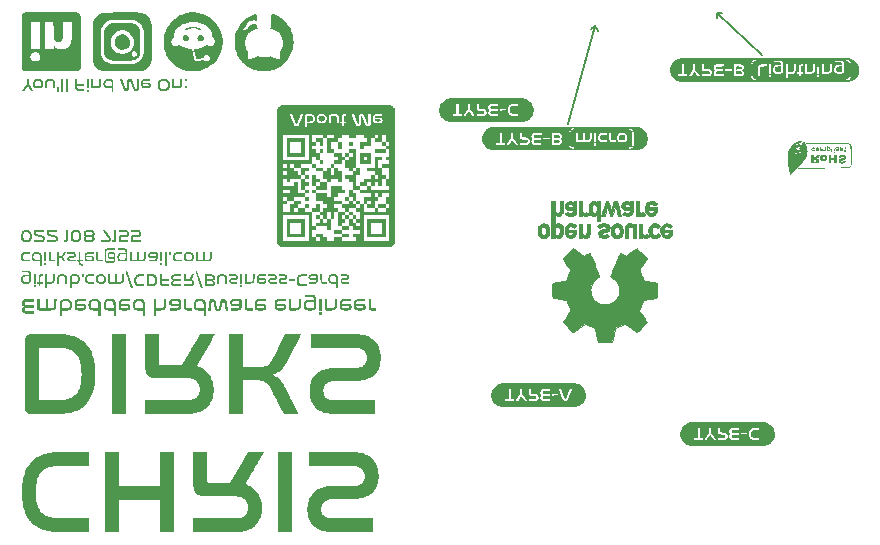
<source format=gbr>
%TF.GenerationSoftware,KiCad,Pcbnew,8.0.5*%
%TF.CreationDate,2024-09-24T22:25:09+12:00*%
%TF.ProjectId,USB Cable Tester,55534220-4361-4626-9c65-205465737465,rev?*%
%TF.SameCoordinates,Original*%
%TF.FileFunction,Legend,Bot*%
%TF.FilePolarity,Positive*%
%FSLAX46Y46*%
G04 Gerber Fmt 4.6, Leading zero omitted, Abs format (unit mm)*
G04 Created by KiCad (PCBNEW 8.0.5) date 2024-09-24 22:25:09*
%MOMM*%
%LPD*%
G01*
G04 APERTURE LIST*
%ADD10C,0.150000*%
%ADD11C,0.010000*%
%ADD12C,0.000000*%
%ADD13O,1.300000X2.300000*%
%ADD14C,1.100000*%
%ADD15C,1.296000*%
%ADD16O,1.600000X3.100000*%
%ADD17O,1.000000X2.100000*%
%ADD18O,1.000000X1.700000*%
%ADD19C,0.680010*%
%ADD20C,0.749987*%
%ADD21O,0.950000X1.800000*%
%ADD22O,1.100000X1.800000*%
%ADD23C,0.700000*%
%ADD24C,5.200000*%
G04 APERTURE END LIST*
D10*
X61600000Y-2100000D02*
X62000000Y-2100000D01*
X65400000Y-5600000D02*
X61600000Y-2100000D01*
X49000000Y-11500000D02*
X51300000Y-3200000D01*
X51300000Y-3200000D02*
X50900000Y-3400000D01*
X61600000Y-2100000D02*
X61600000Y-2500000D01*
X51500000Y-3600000D02*
X51300000Y-3200000D01*
D11*
%TO.C,G2*%
X54809047Y-22013529D02*
X54854733Y-22048355D01*
X54925162Y-22109671D01*
X55014204Y-22191446D01*
X55115728Y-22287649D01*
X55223606Y-22392249D01*
X55331705Y-22499214D01*
X55433897Y-22602515D01*
X55524050Y-22696118D01*
X55596036Y-22773994D01*
X55643722Y-22830111D01*
X55660980Y-22858438D01*
X55659985Y-22863828D01*
X55639445Y-22907696D01*
X55595566Y-22983593D01*
X55532588Y-23084664D01*
X55454753Y-23204052D01*
X55366299Y-23334902D01*
X55341491Y-23370995D01*
X55254382Y-23498000D01*
X55177653Y-23610282D01*
X55115776Y-23701270D01*
X55073223Y-23764394D01*
X55054466Y-23793083D01*
X55054005Y-23794313D01*
X55059541Y-23829412D01*
X55080680Y-23900516D01*
X55113995Y-23998690D01*
X55156055Y-24114998D01*
X55203430Y-24240507D01*
X55252692Y-24366282D01*
X55300411Y-24483388D01*
X55343158Y-24582890D01*
X55377503Y-24655855D01*
X55400017Y-24693347D01*
X55402272Y-24695675D01*
X55418392Y-24707451D01*
X55445617Y-24719327D01*
X55489367Y-24732519D01*
X55555065Y-24748246D01*
X55648130Y-24767726D01*
X55773984Y-24792176D01*
X55938047Y-24822814D01*
X56145741Y-24860857D01*
X56188819Y-24868864D01*
X56312223Y-24893616D01*
X56416028Y-24917067D01*
X56490399Y-24936890D01*
X56525496Y-24950755D01*
X56531368Y-24962323D01*
X56541158Y-25017890D01*
X56548915Y-25110010D01*
X56554635Y-25230049D01*
X56558311Y-25369378D01*
X56559938Y-25519365D01*
X56559509Y-25671379D01*
X56557018Y-25816788D01*
X56552460Y-25946963D01*
X56545829Y-26053270D01*
X56537119Y-26127081D01*
X56526323Y-26159762D01*
X56515301Y-26164590D01*
X56460469Y-26179809D01*
X56367787Y-26201334D01*
X56244649Y-26227561D01*
X56098452Y-26256886D01*
X55936594Y-26287704D01*
X55848216Y-26304169D01*
X55696741Y-26332721D01*
X55566360Y-26357723D01*
X55464046Y-26377815D01*
X55396772Y-26391638D01*
X55371511Y-26397835D01*
X55370562Y-26399112D01*
X55354474Y-26431563D01*
X55323806Y-26499548D01*
X55282389Y-26594046D01*
X55234059Y-26706036D01*
X55182646Y-26826500D01*
X55131986Y-26946416D01*
X55085911Y-27056765D01*
X55048254Y-27148527D01*
X55022849Y-27212681D01*
X55013529Y-27240208D01*
X55017640Y-27249894D01*
X55045000Y-27295982D01*
X55094630Y-27373560D01*
X55162540Y-27476539D01*
X55244745Y-27598833D01*
X55337254Y-27734354D01*
X55388009Y-27808571D01*
X55475597Y-27938691D01*
X55550694Y-28052888D01*
X55609293Y-28144934D01*
X55647391Y-28208602D01*
X55660980Y-28237663D01*
X55651538Y-28253427D01*
X55612040Y-28300529D01*
X55547242Y-28371814D01*
X55463091Y-28461240D01*
X55365536Y-28562768D01*
X55260526Y-28670357D01*
X55154007Y-28777966D01*
X55051929Y-28879555D01*
X54960240Y-28969083D01*
X54884888Y-29040511D01*
X54831820Y-29087797D01*
X54806986Y-29104902D01*
X54793201Y-29098251D01*
X54742582Y-29067408D01*
X54660895Y-29014917D01*
X54554028Y-28944625D01*
X54427868Y-28860378D01*
X54288302Y-28766022D01*
X53789944Y-28427143D01*
X53374531Y-28598390D01*
X52959117Y-28769637D01*
X52846535Y-29366828D01*
X52733952Y-29964020D01*
X51490949Y-29964020D01*
X51378366Y-29366828D01*
X51265784Y-28769637D01*
X50850371Y-28598390D01*
X50434957Y-28427143D01*
X49936600Y-28766022D01*
X49837964Y-28832830D01*
X49707203Y-28920521D01*
X49593992Y-28995420D01*
X49504211Y-29053680D01*
X49443739Y-29091455D01*
X49418456Y-29104902D01*
X49402928Y-29095339D01*
X49356513Y-29055270D01*
X49286270Y-28989513D01*
X49198152Y-28904105D01*
X49098111Y-28805085D01*
X48992098Y-28698491D01*
X48886065Y-28590360D01*
X48785965Y-28486732D01*
X48697749Y-28393642D01*
X48627368Y-28317131D01*
X48580775Y-28263235D01*
X48563921Y-28237993D01*
X48567842Y-28227148D01*
X48594988Y-28178772D01*
X48644561Y-28099158D01*
X48712541Y-27994546D01*
X48794909Y-27871178D01*
X48887647Y-27735294D01*
X48938540Y-27661185D01*
X49026088Y-27532165D01*
X49101147Y-27419566D01*
X49159715Y-27329495D01*
X49197791Y-27268058D01*
X49211372Y-27241360D01*
X49211149Y-27239881D01*
X49199169Y-27206038D01*
X49171684Y-27136929D01*
X49132526Y-27041584D01*
X49085526Y-26929028D01*
X49034515Y-26808290D01*
X48983324Y-26688398D01*
X48935785Y-26578378D01*
X48895729Y-26487260D01*
X48866987Y-26424069D01*
X48853390Y-26397835D01*
X48845345Y-26395508D01*
X48796465Y-26385012D01*
X48709348Y-26367624D01*
X48590967Y-26344705D01*
X48448296Y-26317611D01*
X48288308Y-26287704D01*
X48203985Y-26271847D01*
X48049217Y-26241593D01*
X47913896Y-26213653D01*
X47805418Y-26189631D01*
X47731180Y-26171132D01*
X47698578Y-26159762D01*
X47692722Y-26148489D01*
X47683008Y-26093414D01*
X47675376Y-26001683D01*
X47669820Y-25881927D01*
X47666334Y-25742779D01*
X47664913Y-25592869D01*
X47665550Y-25440828D01*
X47668240Y-25295288D01*
X47672976Y-25164879D01*
X47679753Y-25058234D01*
X47688564Y-24983982D01*
X47699405Y-24950755D01*
X47705983Y-24947007D01*
X47755045Y-24930931D01*
X47840153Y-24909662D01*
X47951471Y-24885528D01*
X48079160Y-24860857D01*
X48122243Y-24853000D01*
X48321227Y-24816458D01*
X48477612Y-24787090D01*
X48596817Y-24763679D01*
X48684263Y-24745006D01*
X48745372Y-24729854D01*
X48785565Y-24717005D01*
X48810262Y-24705242D01*
X48824884Y-24693347D01*
X48826584Y-24691351D01*
X48850496Y-24649729D01*
X48885881Y-24573570D01*
X48929308Y-24471807D01*
X48977349Y-24353376D01*
X49026575Y-24227211D01*
X49073555Y-24102246D01*
X49114860Y-23987416D01*
X49147061Y-23891656D01*
X49166729Y-23823900D01*
X49170435Y-23793083D01*
X49167957Y-23789085D01*
X49142311Y-23750416D01*
X49094080Y-23679093D01*
X49027738Y-23581686D01*
X48947755Y-23464766D01*
X48858603Y-23334902D01*
X48834135Y-23299172D01*
X48748097Y-23171010D01*
X48673742Y-23056392D01*
X48615312Y-22962113D01*
X48577053Y-22894971D01*
X48563208Y-22861765D01*
X48566191Y-22853035D01*
X48597289Y-22810018D01*
X48658645Y-22739770D01*
X48745863Y-22647021D01*
X48854551Y-22536498D01*
X48980315Y-22412929D01*
X49052200Y-22343765D01*
X49165861Y-22236043D01*
X49265343Y-22143775D01*
X49345305Y-22071819D01*
X49400405Y-22025032D01*
X49425302Y-22008273D01*
X49442407Y-22014485D01*
X49495071Y-22043874D01*
X49571551Y-22091937D01*
X49661871Y-22152588D01*
X49726089Y-22196847D01*
X49854295Y-22284739D01*
X49991106Y-22378085D01*
X50116068Y-22462909D01*
X50360863Y-22628485D01*
X50566351Y-22517380D01*
X50614737Y-22491735D01*
X50702730Y-22447870D01*
X50770777Y-22417586D01*
X50807144Y-22406294D01*
X50819046Y-22420795D01*
X50848600Y-22476008D01*
X50892252Y-22567038D01*
X50947574Y-22688108D01*
X51012137Y-22833441D01*
X51083511Y-22997259D01*
X51159268Y-23173787D01*
X51236978Y-23357247D01*
X51314214Y-23541862D01*
X51388544Y-23721854D01*
X51457542Y-23891448D01*
X51518777Y-24044865D01*
X51569821Y-24176330D01*
X51608245Y-24280064D01*
X51631620Y-24350291D01*
X51637517Y-24381234D01*
X51637117Y-24382138D01*
X51609651Y-24410743D01*
X51552201Y-24455543D01*
X51476627Y-24507249D01*
X51452773Y-24523038D01*
X51271266Y-24672826D01*
X51121047Y-24851233D01*
X51005673Y-25050835D01*
X50928701Y-25264203D01*
X50893686Y-25483913D01*
X50904187Y-25702538D01*
X50946723Y-25896989D01*
X51023097Y-26093343D01*
X51134435Y-26268516D01*
X51287226Y-26434918D01*
X51347261Y-26488076D01*
X51541342Y-26619049D01*
X51751001Y-26707256D01*
X51970163Y-26753488D01*
X52192753Y-26758533D01*
X52412693Y-26723180D01*
X52623910Y-26648221D01*
X52820327Y-26534443D01*
X52995868Y-26382637D01*
X53144458Y-26193591D01*
X53173026Y-26146776D01*
X53270127Y-25932796D01*
X53321697Y-25709974D01*
X53329086Y-25484078D01*
X53293645Y-25260881D01*
X53216724Y-25046153D01*
X53099674Y-24845664D01*
X52943845Y-24665186D01*
X52750587Y-24510490D01*
X52744311Y-24506321D01*
X52669539Y-24453630D01*
X52613496Y-24408831D01*
X52587900Y-24381234D01*
X52591130Y-24359598D01*
X52611210Y-24296601D01*
X52646816Y-24198962D01*
X52695520Y-24072458D01*
X52754892Y-23922868D01*
X52822506Y-23755970D01*
X52895934Y-23577543D01*
X52972746Y-23393364D01*
X53050516Y-23209213D01*
X53126815Y-23030867D01*
X53199216Y-22864105D01*
X53265290Y-22714706D01*
X53322609Y-22588446D01*
X53368745Y-22491106D01*
X53401270Y-22428462D01*
X53417757Y-22406294D01*
X53431467Y-22409297D01*
X53485330Y-22430874D01*
X53564936Y-22468707D01*
X53658551Y-22517380D01*
X53864038Y-22628485D01*
X54108833Y-22462909D01*
X54181155Y-22413880D01*
X54315674Y-22322271D01*
X54449785Y-22230515D01*
X54563030Y-22152588D01*
X54625530Y-22110119D01*
X54706761Y-22057356D01*
X54766991Y-22021235D01*
X54796409Y-22007843D01*
X54809047Y-22013529D01*
G36*
X54809047Y-22013529D02*
G01*
X54854733Y-22048355D01*
X54925162Y-22109671D01*
X55014204Y-22191446D01*
X55115728Y-22287649D01*
X55223606Y-22392249D01*
X55331705Y-22499214D01*
X55433897Y-22602515D01*
X55524050Y-22696118D01*
X55596036Y-22773994D01*
X55643722Y-22830111D01*
X55660980Y-22858438D01*
X55659985Y-22863828D01*
X55639445Y-22907696D01*
X55595566Y-22983593D01*
X55532588Y-23084664D01*
X55454753Y-23204052D01*
X55366299Y-23334902D01*
X55341491Y-23370995D01*
X55254382Y-23498000D01*
X55177653Y-23610282D01*
X55115776Y-23701270D01*
X55073223Y-23764394D01*
X55054466Y-23793083D01*
X55054005Y-23794313D01*
X55059541Y-23829412D01*
X55080680Y-23900516D01*
X55113995Y-23998690D01*
X55156055Y-24114998D01*
X55203430Y-24240507D01*
X55252692Y-24366282D01*
X55300411Y-24483388D01*
X55343158Y-24582890D01*
X55377503Y-24655855D01*
X55400017Y-24693347D01*
X55402272Y-24695675D01*
X55418392Y-24707451D01*
X55445617Y-24719327D01*
X55489367Y-24732519D01*
X55555065Y-24748246D01*
X55648130Y-24767726D01*
X55773984Y-24792176D01*
X55938047Y-24822814D01*
X56145741Y-24860857D01*
X56188819Y-24868864D01*
X56312223Y-24893616D01*
X56416028Y-24917067D01*
X56490399Y-24936890D01*
X56525496Y-24950755D01*
X56531368Y-24962323D01*
X56541158Y-25017890D01*
X56548915Y-25110010D01*
X56554635Y-25230049D01*
X56558311Y-25369378D01*
X56559938Y-25519365D01*
X56559509Y-25671379D01*
X56557018Y-25816788D01*
X56552460Y-25946963D01*
X56545829Y-26053270D01*
X56537119Y-26127081D01*
X56526323Y-26159762D01*
X56515301Y-26164590D01*
X56460469Y-26179809D01*
X56367787Y-26201334D01*
X56244649Y-26227561D01*
X56098452Y-26256886D01*
X55936594Y-26287704D01*
X55848216Y-26304169D01*
X55696741Y-26332721D01*
X55566360Y-26357723D01*
X55464046Y-26377815D01*
X55396772Y-26391638D01*
X55371511Y-26397835D01*
X55370562Y-26399112D01*
X55354474Y-26431563D01*
X55323806Y-26499548D01*
X55282389Y-26594046D01*
X55234059Y-26706036D01*
X55182646Y-26826500D01*
X55131986Y-26946416D01*
X55085911Y-27056765D01*
X55048254Y-27148527D01*
X55022849Y-27212681D01*
X55013529Y-27240208D01*
X55017640Y-27249894D01*
X55045000Y-27295982D01*
X55094630Y-27373560D01*
X55162540Y-27476539D01*
X55244745Y-27598833D01*
X55337254Y-27734354D01*
X55388009Y-27808571D01*
X55475597Y-27938691D01*
X55550694Y-28052888D01*
X55609293Y-28144934D01*
X55647391Y-28208602D01*
X55660980Y-28237663D01*
X55651538Y-28253427D01*
X55612040Y-28300529D01*
X55547242Y-28371814D01*
X55463091Y-28461240D01*
X55365536Y-28562768D01*
X55260526Y-28670357D01*
X55154007Y-28777966D01*
X55051929Y-28879555D01*
X54960240Y-28969083D01*
X54884888Y-29040511D01*
X54831820Y-29087797D01*
X54806986Y-29104902D01*
X54793201Y-29098251D01*
X54742582Y-29067408D01*
X54660895Y-29014917D01*
X54554028Y-28944625D01*
X54427868Y-28860378D01*
X54288302Y-28766022D01*
X53789944Y-28427143D01*
X53374531Y-28598390D01*
X52959117Y-28769637D01*
X52846535Y-29366828D01*
X52733952Y-29964020D01*
X51490949Y-29964020D01*
X51378366Y-29366828D01*
X51265784Y-28769637D01*
X50850371Y-28598390D01*
X50434957Y-28427143D01*
X49936600Y-28766022D01*
X49837964Y-28832830D01*
X49707203Y-28920521D01*
X49593992Y-28995420D01*
X49504211Y-29053680D01*
X49443739Y-29091455D01*
X49418456Y-29104902D01*
X49402928Y-29095339D01*
X49356513Y-29055270D01*
X49286270Y-28989513D01*
X49198152Y-28904105D01*
X49098111Y-28805085D01*
X48992098Y-28698491D01*
X48886065Y-28590360D01*
X48785965Y-28486732D01*
X48697749Y-28393642D01*
X48627368Y-28317131D01*
X48580775Y-28263235D01*
X48563921Y-28237993D01*
X48567842Y-28227148D01*
X48594988Y-28178772D01*
X48644561Y-28099158D01*
X48712541Y-27994546D01*
X48794909Y-27871178D01*
X48887647Y-27735294D01*
X48938540Y-27661185D01*
X49026088Y-27532165D01*
X49101147Y-27419566D01*
X49159715Y-27329495D01*
X49197791Y-27268058D01*
X49211372Y-27241360D01*
X49211149Y-27239881D01*
X49199169Y-27206038D01*
X49171684Y-27136929D01*
X49132526Y-27041584D01*
X49085526Y-26929028D01*
X49034515Y-26808290D01*
X48983324Y-26688398D01*
X48935785Y-26578378D01*
X48895729Y-26487260D01*
X48866987Y-26424069D01*
X48853390Y-26397835D01*
X48845345Y-26395508D01*
X48796465Y-26385012D01*
X48709348Y-26367624D01*
X48590967Y-26344705D01*
X48448296Y-26317611D01*
X48288308Y-26287704D01*
X48203985Y-26271847D01*
X48049217Y-26241593D01*
X47913896Y-26213653D01*
X47805418Y-26189631D01*
X47731180Y-26171132D01*
X47698578Y-26159762D01*
X47692722Y-26148489D01*
X47683008Y-26093414D01*
X47675376Y-26001683D01*
X47669820Y-25881927D01*
X47666334Y-25742779D01*
X47664913Y-25592869D01*
X47665550Y-25440828D01*
X47668240Y-25295288D01*
X47672976Y-25164879D01*
X47679753Y-25058234D01*
X47688564Y-24983982D01*
X47699405Y-24950755D01*
X47705983Y-24947007D01*
X47755045Y-24930931D01*
X47840153Y-24909662D01*
X47951471Y-24885528D01*
X48079160Y-24860857D01*
X48122243Y-24853000D01*
X48321227Y-24816458D01*
X48477612Y-24787090D01*
X48596817Y-24763679D01*
X48684263Y-24745006D01*
X48745372Y-24729854D01*
X48785565Y-24717005D01*
X48810262Y-24705242D01*
X48824884Y-24693347D01*
X48826584Y-24691351D01*
X48850496Y-24649729D01*
X48885881Y-24573570D01*
X48929308Y-24471807D01*
X48977349Y-24353376D01*
X49026575Y-24227211D01*
X49073555Y-24102246D01*
X49114860Y-23987416D01*
X49147061Y-23891656D01*
X49166729Y-23823900D01*
X49170435Y-23793083D01*
X49167957Y-23789085D01*
X49142311Y-23750416D01*
X49094080Y-23679093D01*
X49027738Y-23581686D01*
X48947755Y-23464766D01*
X48858603Y-23334902D01*
X48834135Y-23299172D01*
X48748097Y-23171010D01*
X48673742Y-23056392D01*
X48615312Y-22962113D01*
X48577053Y-22894971D01*
X48563208Y-22861765D01*
X48566191Y-22853035D01*
X48597289Y-22810018D01*
X48658645Y-22739770D01*
X48745863Y-22647021D01*
X48854551Y-22536498D01*
X48980315Y-22412929D01*
X49052200Y-22343765D01*
X49165861Y-22236043D01*
X49265343Y-22143775D01*
X49345305Y-22071819D01*
X49400405Y-22025032D01*
X49425302Y-22008273D01*
X49442407Y-22014485D01*
X49495071Y-22043874D01*
X49571551Y-22091937D01*
X49661871Y-22152588D01*
X49726089Y-22196847D01*
X49854295Y-22284739D01*
X49991106Y-22378085D01*
X50116068Y-22462909D01*
X50360863Y-22628485D01*
X50566351Y-22517380D01*
X50614737Y-22491735D01*
X50702730Y-22447870D01*
X50770777Y-22417586D01*
X50807144Y-22406294D01*
X50819046Y-22420795D01*
X50848600Y-22476008D01*
X50892252Y-22567038D01*
X50947574Y-22688108D01*
X51012137Y-22833441D01*
X51083511Y-22997259D01*
X51159268Y-23173787D01*
X51236978Y-23357247D01*
X51314214Y-23541862D01*
X51388544Y-23721854D01*
X51457542Y-23891448D01*
X51518777Y-24044865D01*
X51569821Y-24176330D01*
X51608245Y-24280064D01*
X51631620Y-24350291D01*
X51637517Y-24381234D01*
X51637117Y-24382138D01*
X51609651Y-24410743D01*
X51552201Y-24455543D01*
X51476627Y-24507249D01*
X51452773Y-24523038D01*
X51271266Y-24672826D01*
X51121047Y-24851233D01*
X51005673Y-25050835D01*
X50928701Y-25264203D01*
X50893686Y-25483913D01*
X50904187Y-25702538D01*
X50946723Y-25896989D01*
X51023097Y-26093343D01*
X51134435Y-26268516D01*
X51287226Y-26434918D01*
X51347261Y-26488076D01*
X51541342Y-26619049D01*
X51751001Y-26707256D01*
X51970163Y-26753488D01*
X52192753Y-26758533D01*
X52412693Y-26723180D01*
X52623910Y-26648221D01*
X52820327Y-26534443D01*
X52995868Y-26382637D01*
X53144458Y-26193591D01*
X53173026Y-26146776D01*
X53270127Y-25932796D01*
X53321697Y-25709974D01*
X53329086Y-25484078D01*
X53293645Y-25260881D01*
X53216724Y-25046153D01*
X53099674Y-24845664D01*
X52943845Y-24665186D01*
X52750587Y-24510490D01*
X52744311Y-24506321D01*
X52669539Y-24453630D01*
X52613496Y-24408831D01*
X52587900Y-24381234D01*
X52591130Y-24359598D01*
X52611210Y-24296601D01*
X52646816Y-24198962D01*
X52695520Y-24072458D01*
X52754892Y-23922868D01*
X52822506Y-23755970D01*
X52895934Y-23577543D01*
X52972746Y-23393364D01*
X53050516Y-23209213D01*
X53126815Y-23030867D01*
X53199216Y-22864105D01*
X53265290Y-22714706D01*
X53322609Y-22588446D01*
X53368745Y-22491106D01*
X53401270Y-22428462D01*
X53417757Y-22406294D01*
X53431467Y-22409297D01*
X53485330Y-22430874D01*
X53564936Y-22468707D01*
X53658551Y-22517380D01*
X53864038Y-22628485D01*
X54108833Y-22462909D01*
X54181155Y-22413880D01*
X54315674Y-22322271D01*
X54449785Y-22230515D01*
X54563030Y-22152588D01*
X54625530Y-22110119D01*
X54706761Y-22057356D01*
X54766991Y-22021235D01*
X54796409Y-22007843D01*
X54809047Y-22013529D01*
G37*
X47723480Y-18028453D02*
X47854215Y-18035980D01*
X47860431Y-18434412D01*
X47862270Y-18531296D01*
X47867490Y-18676854D01*
X47876450Y-18783666D01*
X47890797Y-18858913D01*
X47912179Y-18909773D01*
X47942241Y-18943426D01*
X47982633Y-18967053D01*
X48058422Y-18991182D01*
X48133793Y-18981806D01*
X48213383Y-18930237D01*
X48290000Y-18865769D01*
X48290000Y-18023529D01*
X48563921Y-18023529D01*
X48563921Y-18480299D01*
X48563658Y-18623469D01*
X48562201Y-18750691D01*
X48558699Y-18843816D01*
X48552303Y-18911287D01*
X48542165Y-18961546D01*
X48527437Y-19003034D01*
X48507271Y-19044195D01*
X48502490Y-19052934D01*
X48438899Y-19138046D01*
X48364473Y-19197524D01*
X48274745Y-19228755D01*
X48155928Y-19242658D01*
X48036941Y-19235128D01*
X47940135Y-19205733D01*
X47866666Y-19167741D01*
X47866666Y-19989985D01*
X47967333Y-19937514D01*
X48009384Y-19918451D01*
X48142114Y-19891494D01*
X48274021Y-19910126D01*
X48396295Y-19972071D01*
X48500128Y-20075057D01*
X48516394Y-20099262D01*
X48532027Y-20134744D01*
X48542224Y-20182985D01*
X48548112Y-20253243D01*
X48550818Y-20354779D01*
X48551470Y-20496851D01*
X48551247Y-20561676D01*
X48547430Y-20712462D01*
X48536797Y-20825104D01*
X48516665Y-20908115D01*
X48484347Y-20970009D01*
X48437158Y-21019300D01*
X48372412Y-21064501D01*
X48319909Y-21090440D01*
X48195429Y-21119047D01*
X48064219Y-21115149D01*
X47947598Y-21078065D01*
X47897547Y-21053824D01*
X47872374Y-21051319D01*
X47866666Y-21073380D01*
X47866661Y-21074048D01*
X47854360Y-21096574D01*
X47811935Y-21108121D01*
X47729705Y-21111372D01*
X47592745Y-21111372D01*
X47592745Y-20493418D01*
X47866666Y-20493418D01*
X47868472Y-20566746D01*
X47886499Y-20705167D01*
X47923692Y-20798767D01*
X47979841Y-20846884D01*
X48036551Y-20860421D01*
X48135314Y-20854075D01*
X48218760Y-20814777D01*
X48238732Y-20796756D01*
X48259895Y-20765578D01*
X48272979Y-20719167D01*
X48280749Y-20646000D01*
X48285968Y-20534552D01*
X48288241Y-20460572D01*
X48288019Y-20372221D01*
X48281265Y-20313300D01*
X48266084Y-20271248D01*
X48240583Y-20233501D01*
X48208189Y-20198406D01*
X48156386Y-20171846D01*
X48078333Y-20165098D01*
X48009382Y-20170971D01*
X47941135Y-20200359D01*
X47897182Y-20259893D01*
X47873650Y-20355577D01*
X47866666Y-20493418D01*
X47592745Y-20493418D01*
X47592745Y-18020927D01*
X47723480Y-18028453D01*
G36*
X47723480Y-18028453D02*
G01*
X47854215Y-18035980D01*
X47860431Y-18434412D01*
X47862270Y-18531296D01*
X47867490Y-18676854D01*
X47876450Y-18783666D01*
X47890797Y-18858913D01*
X47912179Y-18909773D01*
X47942241Y-18943426D01*
X47982633Y-18967053D01*
X48058422Y-18991182D01*
X48133793Y-18981806D01*
X48213383Y-18930237D01*
X48290000Y-18865769D01*
X48290000Y-18023529D01*
X48563921Y-18023529D01*
X48563921Y-18480299D01*
X48563658Y-18623469D01*
X48562201Y-18750691D01*
X48558699Y-18843816D01*
X48552303Y-18911287D01*
X48542165Y-18961546D01*
X48527437Y-19003034D01*
X48507271Y-19044195D01*
X48502490Y-19052934D01*
X48438899Y-19138046D01*
X48364473Y-19197524D01*
X48274745Y-19228755D01*
X48155928Y-19242658D01*
X48036941Y-19235128D01*
X47940135Y-19205733D01*
X47866666Y-19167741D01*
X47866666Y-19989985D01*
X47967333Y-19937514D01*
X48009384Y-19918451D01*
X48142114Y-19891494D01*
X48274021Y-19910126D01*
X48396295Y-19972071D01*
X48500128Y-20075057D01*
X48516394Y-20099262D01*
X48532027Y-20134744D01*
X48542224Y-20182985D01*
X48548112Y-20253243D01*
X48550818Y-20354779D01*
X48551470Y-20496851D01*
X48551247Y-20561676D01*
X48547430Y-20712462D01*
X48536797Y-20825104D01*
X48516665Y-20908115D01*
X48484347Y-20970009D01*
X48437158Y-21019300D01*
X48372412Y-21064501D01*
X48319909Y-21090440D01*
X48195429Y-21119047D01*
X48064219Y-21115149D01*
X47947598Y-21078065D01*
X47897547Y-21053824D01*
X47872374Y-21051319D01*
X47866666Y-21073380D01*
X47866661Y-21074048D01*
X47854360Y-21096574D01*
X47811935Y-21108121D01*
X47729705Y-21111372D01*
X47592745Y-21111372D01*
X47592745Y-20493418D01*
X47866666Y-20493418D01*
X47868472Y-20566746D01*
X47886499Y-20705167D01*
X47923692Y-20798767D01*
X47979841Y-20846884D01*
X48036551Y-20860421D01*
X48135314Y-20854075D01*
X48218760Y-20814777D01*
X48238732Y-20796756D01*
X48259895Y-20765578D01*
X48272979Y-20719167D01*
X48280749Y-20646000D01*
X48285968Y-20534552D01*
X48288241Y-20460572D01*
X48288019Y-20372221D01*
X48281265Y-20313300D01*
X48266084Y-20271248D01*
X48240583Y-20233501D01*
X48208189Y-20198406D01*
X48156386Y-20171846D01*
X48078333Y-20165098D01*
X48009382Y-20170971D01*
X47941135Y-20200359D01*
X47897182Y-20259893D01*
X47873650Y-20355577D01*
X47866666Y-20493418D01*
X47592745Y-20493418D01*
X47592745Y-18020927D01*
X47723480Y-18028453D01*
G37*
X49684509Y-18505435D02*
X49684500Y-18547110D01*
X49684046Y-18704190D01*
X49682342Y-18820971D01*
X49678615Y-18905212D01*
X49672089Y-18964671D01*
X49661992Y-19007109D01*
X49647548Y-19040284D01*
X49627984Y-19071955D01*
X49565051Y-19146163D01*
X49475870Y-19202820D01*
X49358720Y-19234078D01*
X49204347Y-19243687D01*
X49199329Y-19243677D01*
X49092020Y-19238830D01*
X48995972Y-19226748D01*
X48930425Y-19209809D01*
X48912455Y-19201321D01*
X48855260Y-19165373D01*
X48803501Y-19122648D01*
X48769447Y-19084200D01*
X48765365Y-19061084D01*
X48773331Y-19054836D01*
X48860125Y-18988145D01*
X48918161Y-18948812D01*
X48956535Y-18932943D01*
X48984341Y-18936641D01*
X49010673Y-18956010D01*
X49059270Y-18980191D01*
X49141167Y-18996313D01*
X49233727Y-19000495D01*
X49317481Y-18991985D01*
X49372965Y-18970028D01*
X49375884Y-18967356D01*
X49400817Y-18917164D01*
X49410588Y-18842245D01*
X49410588Y-18745686D01*
X49180245Y-18745593D01*
X49074435Y-18743918D01*
X48985368Y-18736632D01*
X48921655Y-18721643D01*
X48870179Y-18696890D01*
X48858200Y-18689288D01*
X48771534Y-18605718D01*
X48725436Y-18495210D01*
X48721540Y-18412192D01*
X48962353Y-18412192D01*
X48981023Y-18463361D01*
X49042741Y-18507852D01*
X49141953Y-18536395D01*
X49272827Y-18546470D01*
X49410588Y-18546470D01*
X49410588Y-18450722D01*
X49401381Y-18377857D01*
X49365049Y-18313761D01*
X49344256Y-18299890D01*
X49270042Y-18278269D01*
X49177390Y-18272871D01*
X49086532Y-18283838D01*
X49017697Y-18311314D01*
X48983405Y-18347642D01*
X48962353Y-18412192D01*
X48721540Y-18412192D01*
X48718877Y-18355441D01*
X48719159Y-18352156D01*
X48749503Y-18224228D01*
X48816998Y-18128014D01*
X48925000Y-18058682D01*
X48980811Y-18041814D01*
X49076407Y-18028667D01*
X49180945Y-18025528D01*
X49275262Y-18032763D01*
X49340192Y-18050738D01*
X49379630Y-18065136D01*
X49418242Y-18050738D01*
X49432366Y-18042396D01*
X49488739Y-18028869D01*
X49564980Y-18023529D01*
X49684509Y-18023529D01*
X49684509Y-18505435D01*
G36*
X49684509Y-18505435D02*
G01*
X49684500Y-18547110D01*
X49684046Y-18704190D01*
X49682342Y-18820971D01*
X49678615Y-18905212D01*
X49672089Y-18964671D01*
X49661992Y-19007109D01*
X49647548Y-19040284D01*
X49627984Y-19071955D01*
X49565051Y-19146163D01*
X49475870Y-19202820D01*
X49358720Y-19234078D01*
X49204347Y-19243687D01*
X49199329Y-19243677D01*
X49092020Y-19238830D01*
X48995972Y-19226748D01*
X48930425Y-19209809D01*
X48912455Y-19201321D01*
X48855260Y-19165373D01*
X48803501Y-19122648D01*
X48769447Y-19084200D01*
X48765365Y-19061084D01*
X48773331Y-19054836D01*
X48860125Y-18988145D01*
X48918161Y-18948812D01*
X48956535Y-18932943D01*
X48984341Y-18936641D01*
X49010673Y-18956010D01*
X49059270Y-18980191D01*
X49141167Y-18996313D01*
X49233727Y-19000495D01*
X49317481Y-18991985D01*
X49372965Y-18970028D01*
X49375884Y-18967356D01*
X49400817Y-18917164D01*
X49410588Y-18842245D01*
X49410588Y-18745686D01*
X49180245Y-18745593D01*
X49074435Y-18743918D01*
X48985368Y-18736632D01*
X48921655Y-18721643D01*
X48870179Y-18696890D01*
X48858200Y-18689288D01*
X48771534Y-18605718D01*
X48725436Y-18495210D01*
X48721540Y-18412192D01*
X48962353Y-18412192D01*
X48981023Y-18463361D01*
X49042741Y-18507852D01*
X49141953Y-18536395D01*
X49272827Y-18546470D01*
X49410588Y-18546470D01*
X49410588Y-18450722D01*
X49401381Y-18377857D01*
X49365049Y-18313761D01*
X49344256Y-18299890D01*
X49270042Y-18278269D01*
X49177390Y-18272871D01*
X49086532Y-18283838D01*
X49017697Y-18311314D01*
X48983405Y-18347642D01*
X48962353Y-18412192D01*
X48721540Y-18412192D01*
X48718877Y-18355441D01*
X48719159Y-18352156D01*
X48749503Y-18224228D01*
X48816998Y-18128014D01*
X48925000Y-18058682D01*
X48980811Y-18041814D01*
X49076407Y-18028667D01*
X49180945Y-18025528D01*
X49275262Y-18032763D01*
X49340192Y-18050738D01*
X49379630Y-18065136D01*
X49418242Y-18050738D01*
X49432366Y-18042396D01*
X49488739Y-18028869D01*
X49564980Y-18023529D01*
X49684509Y-18023529D01*
X49684509Y-18505435D01*
G37*
X54486266Y-18502892D02*
X54484057Y-18613742D01*
X54478239Y-18779695D01*
X54468433Y-18906591D01*
X54452701Y-19001346D01*
X54429106Y-19070880D01*
X54395709Y-19122110D01*
X54350573Y-19161954D01*
X54291761Y-19197331D01*
X54261420Y-19210837D01*
X54156459Y-19236331D01*
X54029866Y-19246871D01*
X53898983Y-19242650D01*
X53781155Y-19223860D01*
X53693725Y-19190695D01*
X53663313Y-19171438D01*
X53593295Y-19114364D01*
X53569597Y-19066573D01*
X53575352Y-19057338D01*
X53611218Y-19025081D01*
X53669119Y-18982050D01*
X53698721Y-18961909D01*
X53749132Y-18933371D01*
X53781890Y-18930646D01*
X53812305Y-18950343D01*
X53888108Y-18990234D01*
X53990105Y-19006639D01*
X54094339Y-18994080D01*
X54096311Y-18993511D01*
X54169829Y-18961569D01*
X54206219Y-18911572D01*
X54216285Y-18828884D01*
X54216666Y-18750220D01*
X53956770Y-18741727D01*
X53915364Y-18740330D01*
X53810973Y-18735472D01*
X53740990Y-18727839D01*
X53693687Y-18714575D01*
X53657332Y-18692819D01*
X53620196Y-18659715D01*
X53558880Y-18583145D01*
X53513941Y-18469843D01*
X53509535Y-18391878D01*
X53754633Y-18391878D01*
X53778631Y-18459372D01*
X53792633Y-18477036D01*
X53855173Y-18516655D01*
X53954153Y-18539278D01*
X54095269Y-18546470D01*
X54216666Y-18546470D01*
X54216666Y-18459314D01*
X54207287Y-18394171D01*
X54166862Y-18322353D01*
X54151941Y-18309152D01*
X54090782Y-18281380D01*
X53998774Y-18274234D01*
X53943565Y-18277026D01*
X53840259Y-18298048D01*
X53776229Y-18337218D01*
X53754633Y-18391878D01*
X53509535Y-18391878D01*
X53507240Y-18351262D01*
X53537281Y-18238211D01*
X53602568Y-18141495D01*
X53701602Y-18071923D01*
X53711321Y-18067695D01*
X53819680Y-18037233D01*
X53941777Y-18025358D01*
X54057862Y-18032618D01*
X54148186Y-18059559D01*
X54184266Y-18077135D01*
X54210744Y-18081326D01*
X54216666Y-18059406D01*
X54227884Y-18039134D01*
X54271287Y-18027062D01*
X54355531Y-18023529D01*
X54494396Y-18023529D01*
X54486266Y-18502892D01*
G36*
X54486266Y-18502892D02*
G01*
X54484057Y-18613742D01*
X54478239Y-18779695D01*
X54468433Y-18906591D01*
X54452701Y-19001346D01*
X54429106Y-19070880D01*
X54395709Y-19122110D01*
X54350573Y-19161954D01*
X54291761Y-19197331D01*
X54261420Y-19210837D01*
X54156459Y-19236331D01*
X54029866Y-19246871D01*
X53898983Y-19242650D01*
X53781155Y-19223860D01*
X53693725Y-19190695D01*
X53663313Y-19171438D01*
X53593295Y-19114364D01*
X53569597Y-19066573D01*
X53575352Y-19057338D01*
X53611218Y-19025081D01*
X53669119Y-18982050D01*
X53698721Y-18961909D01*
X53749132Y-18933371D01*
X53781890Y-18930646D01*
X53812305Y-18950343D01*
X53888108Y-18990234D01*
X53990105Y-19006639D01*
X54094339Y-18994080D01*
X54096311Y-18993511D01*
X54169829Y-18961569D01*
X54206219Y-18911572D01*
X54216285Y-18828884D01*
X54216666Y-18750220D01*
X53956770Y-18741727D01*
X53915364Y-18740330D01*
X53810973Y-18735472D01*
X53740990Y-18727839D01*
X53693687Y-18714575D01*
X53657332Y-18692819D01*
X53620196Y-18659715D01*
X53558880Y-18583145D01*
X53513941Y-18469843D01*
X53509535Y-18391878D01*
X53754633Y-18391878D01*
X53778631Y-18459372D01*
X53792633Y-18477036D01*
X53855173Y-18516655D01*
X53954153Y-18539278D01*
X54095269Y-18546470D01*
X54216666Y-18546470D01*
X54216666Y-18459314D01*
X54207287Y-18394171D01*
X54166862Y-18322353D01*
X54151941Y-18309152D01*
X54090782Y-18281380D01*
X53998774Y-18274234D01*
X53943565Y-18277026D01*
X53840259Y-18298048D01*
X53776229Y-18337218D01*
X53754633Y-18391878D01*
X53509535Y-18391878D01*
X53507240Y-18351262D01*
X53537281Y-18238211D01*
X53602568Y-18141495D01*
X53701602Y-18071923D01*
X53711321Y-18067695D01*
X53819680Y-18037233D01*
X53941777Y-18025358D01*
X54057862Y-18032618D01*
X54148186Y-18059559D01*
X54184266Y-18077135D01*
X54210744Y-18081326D01*
X54216666Y-18059406D01*
X54227884Y-18039134D01*
X54271287Y-18027062D01*
X54355531Y-18023529D01*
X54494396Y-18023529D01*
X54486266Y-18502892D01*
G37*
X49415252Y-19920532D02*
X49548528Y-19978963D01*
X49597917Y-20011468D01*
X49652332Y-20053132D01*
X49677160Y-20080548D01*
X49675753Y-20091860D01*
X49647961Y-20130403D01*
X49595728Y-20177099D01*
X49505209Y-20246142D01*
X49399142Y-20193169D01*
X49370460Y-20180057D01*
X49286029Y-20151559D01*
X49215263Y-20140196D01*
X49163081Y-20149559D01*
X49081194Y-20194649D01*
X49012363Y-20264645D01*
X48972993Y-20345637D01*
X48956953Y-20414118D01*
X49709411Y-20414118D01*
X49709272Y-20544853D01*
X49708133Y-20586287D01*
X49698749Y-20686624D01*
X49683012Y-20769651D01*
X49665764Y-20816132D01*
X49605121Y-20917231D01*
X49523906Y-21009049D01*
X49438019Y-21071963D01*
X49413204Y-21083646D01*
X49268710Y-21122400D01*
X49121158Y-21118314D01*
X48982433Y-21073118D01*
X48864421Y-20988539D01*
X48800590Y-20910539D01*
X48748399Y-20800657D01*
X48720497Y-20668389D01*
X48969827Y-20668389D01*
X48975683Y-20694265D01*
X48976577Y-20697198D01*
X49027027Y-20787241D01*
X49106558Y-20849234D01*
X49201397Y-20872314D01*
X49236453Y-20870468D01*
X49301519Y-20848389D01*
X49363939Y-20792234D01*
X49380753Y-20772379D01*
X49419863Y-20715674D01*
X49435490Y-20675195D01*
X49435005Y-20670101D01*
X49421313Y-20654240D01*
X49382622Y-20644495D01*
X49310683Y-20639587D01*
X49197243Y-20638235D01*
X49159958Y-20638251D01*
X49063127Y-20639146D01*
X49004917Y-20643012D01*
X48976694Y-20652032D01*
X48969827Y-20668389D01*
X48720497Y-20668389D01*
X48719427Y-20663315D01*
X48710714Y-20488892D01*
X48712891Y-20412776D01*
X48737441Y-20246430D01*
X48791540Y-20115272D01*
X48878018Y-20013899D01*
X48999705Y-19936904D01*
X49117751Y-19900961D01*
X49265839Y-19894085D01*
X49415252Y-19920532D01*
G36*
X49415252Y-19920532D02*
G01*
X49548528Y-19978963D01*
X49597917Y-20011468D01*
X49652332Y-20053132D01*
X49677160Y-20080548D01*
X49675753Y-20091860D01*
X49647961Y-20130403D01*
X49595728Y-20177099D01*
X49505209Y-20246142D01*
X49399142Y-20193169D01*
X49370460Y-20180057D01*
X49286029Y-20151559D01*
X49215263Y-20140196D01*
X49163081Y-20149559D01*
X49081194Y-20194649D01*
X49012363Y-20264645D01*
X48972993Y-20345637D01*
X48956953Y-20414118D01*
X49709411Y-20414118D01*
X49709272Y-20544853D01*
X49708133Y-20586287D01*
X49698749Y-20686624D01*
X49683012Y-20769651D01*
X49665764Y-20816132D01*
X49605121Y-20917231D01*
X49523906Y-21009049D01*
X49438019Y-21071963D01*
X49413204Y-21083646D01*
X49268710Y-21122400D01*
X49121158Y-21118314D01*
X48982433Y-21073118D01*
X48864421Y-20988539D01*
X48800590Y-20910539D01*
X48748399Y-20800657D01*
X48720497Y-20668389D01*
X48969827Y-20668389D01*
X48975683Y-20694265D01*
X48976577Y-20697198D01*
X49027027Y-20787241D01*
X49106558Y-20849234D01*
X49201397Y-20872314D01*
X49236453Y-20870468D01*
X49301519Y-20848389D01*
X49363939Y-20792234D01*
X49380753Y-20772379D01*
X49419863Y-20715674D01*
X49435490Y-20675195D01*
X49435005Y-20670101D01*
X49421313Y-20654240D01*
X49382622Y-20644495D01*
X49310683Y-20639587D01*
X49197243Y-20638235D01*
X49159958Y-20638251D01*
X49063127Y-20639146D01*
X49004917Y-20643012D01*
X48976694Y-20652032D01*
X48969827Y-20668389D01*
X48720497Y-20668389D01*
X48719427Y-20663315D01*
X48710714Y-20488892D01*
X48712891Y-20412776D01*
X48737441Y-20246430D01*
X48791540Y-20115272D01*
X48878018Y-20013899D01*
X48999705Y-19936904D01*
X49117751Y-19900961D01*
X49265839Y-19894085D01*
X49415252Y-19920532D01*
G37*
X56183711Y-18039127D02*
X56320882Y-18082065D01*
X56369206Y-18106435D01*
X56438493Y-18148181D01*
X56480483Y-18182532D01*
X56486683Y-18190380D01*
X56498281Y-18219083D01*
X56481570Y-18250286D01*
X56430679Y-18297541D01*
X56406120Y-18318113D01*
X56357740Y-18355758D01*
X56332373Y-18371145D01*
X56325106Y-18369560D01*
X56283456Y-18352426D01*
X56221274Y-18322353D01*
X56201000Y-18312460D01*
X56081400Y-18275725D01*
X55977494Y-18285195D01*
X55886379Y-18341029D01*
X55875778Y-18351346D01*
X55825091Y-18415969D01*
X55796130Y-18477990D01*
X55780091Y-18546470D01*
X56532549Y-18546470D01*
X56532410Y-18677206D01*
X56532330Y-18690208D01*
X56516752Y-18851050D01*
X56471408Y-18981894D01*
X56392288Y-19094687D01*
X56344021Y-19142400D01*
X56244337Y-19206269D01*
X56125307Y-19237216D01*
X55974957Y-19239393D01*
X55902332Y-19230861D01*
X55768273Y-19186560D01*
X55665635Y-19105931D01*
X55593520Y-18987729D01*
X55551028Y-18830709D01*
X55546714Y-18768967D01*
X55785490Y-18768967D01*
X55805186Y-18851323D01*
X55862849Y-18928189D01*
X55946016Y-18981516D01*
X56042089Y-18999962D01*
X56112822Y-18979168D01*
X56183529Y-18928336D01*
X56237278Y-18862108D01*
X56258627Y-18795097D01*
X56255515Y-18773343D01*
X56239538Y-18758351D01*
X56201457Y-18750030D01*
X56132040Y-18746451D01*
X56022058Y-18745686D01*
X55960914Y-18746479D01*
X55870662Y-18751112D01*
X55808584Y-18758962D01*
X55785490Y-18768967D01*
X55546714Y-18768967D01*
X55537260Y-18633627D01*
X55540498Y-18540670D01*
X55569990Y-18362895D01*
X55630671Y-18223108D01*
X55723078Y-18120311D01*
X55847745Y-18053504D01*
X55888024Y-18041700D01*
X56031847Y-18025214D01*
X56183711Y-18039127D01*
G36*
X56183711Y-18039127D02*
G01*
X56320882Y-18082065D01*
X56369206Y-18106435D01*
X56438493Y-18148181D01*
X56480483Y-18182532D01*
X56486683Y-18190380D01*
X56498281Y-18219083D01*
X56481570Y-18250286D01*
X56430679Y-18297541D01*
X56406120Y-18318113D01*
X56357740Y-18355758D01*
X56332373Y-18371145D01*
X56325106Y-18369560D01*
X56283456Y-18352426D01*
X56221274Y-18322353D01*
X56201000Y-18312460D01*
X56081400Y-18275725D01*
X55977494Y-18285195D01*
X55886379Y-18341029D01*
X55875778Y-18351346D01*
X55825091Y-18415969D01*
X55796130Y-18477990D01*
X55780091Y-18546470D01*
X56532549Y-18546470D01*
X56532410Y-18677206D01*
X56532330Y-18690208D01*
X56516752Y-18851050D01*
X56471408Y-18981894D01*
X56392288Y-19094687D01*
X56344021Y-19142400D01*
X56244337Y-19206269D01*
X56125307Y-19237216D01*
X55974957Y-19239393D01*
X55902332Y-19230861D01*
X55768273Y-19186560D01*
X55665635Y-19105931D01*
X55593520Y-18987729D01*
X55551028Y-18830709D01*
X55546714Y-18768967D01*
X55785490Y-18768967D01*
X55805186Y-18851323D01*
X55862849Y-18928189D01*
X55946016Y-18981516D01*
X56042089Y-18999962D01*
X56112822Y-18979168D01*
X56183529Y-18928336D01*
X56237278Y-18862108D01*
X56258627Y-18795097D01*
X56255515Y-18773343D01*
X56239538Y-18758351D01*
X56201457Y-18750030D01*
X56132040Y-18746451D01*
X56022058Y-18745686D01*
X55960914Y-18746479D01*
X55870662Y-18751112D01*
X55808584Y-18758962D01*
X55785490Y-18768967D01*
X55546714Y-18768967D01*
X55537260Y-18633627D01*
X55540498Y-18540670D01*
X55569990Y-18362895D01*
X55630671Y-18223108D01*
X55723078Y-18120311D01*
X55847745Y-18053504D01*
X55888024Y-18041700D01*
X56031847Y-18025214D01*
X56183711Y-18039127D01*
G37*
X52192682Y-19918252D02*
X52332255Y-19966370D01*
X52431050Y-20042805D01*
X52489299Y-20147746D01*
X52507238Y-20281383D01*
X52494253Y-20398946D01*
X52452569Y-20495197D01*
X52377523Y-20564127D01*
X52264365Y-20609970D01*
X52108346Y-20636958D01*
X52090426Y-20638912D01*
X51993286Y-20651370D01*
X51914486Y-20664408D01*
X51869656Y-20675501D01*
X51854696Y-20684433D01*
X51829404Y-20730491D01*
X51833512Y-20789447D01*
X51867312Y-20840627D01*
X51885061Y-20851790D01*
X51959019Y-20869674D01*
X52054549Y-20868471D01*
X52154164Y-20849439D01*
X52240379Y-20813832D01*
X52330969Y-20760382D01*
X52401237Y-20842495D01*
X52418288Y-20863356D01*
X52456702Y-20919239D01*
X52472517Y-20957113D01*
X52455910Y-20980336D01*
X52404531Y-21016588D01*
X52330343Y-21055598D01*
X52319890Y-21060367D01*
X52222059Y-21097771D01*
X52127759Y-21115655D01*
X52010738Y-21119246D01*
X51904190Y-21112180D01*
X51760371Y-21076134D01*
X51655309Y-21009323D01*
X51588406Y-20911298D01*
X51559060Y-20781613D01*
X51565001Y-20657456D01*
X51607886Y-20552734D01*
X51690124Y-20475307D01*
X51813365Y-20423663D01*
X51979256Y-20396290D01*
X52087048Y-20381943D01*
X52185434Y-20350901D01*
X52236229Y-20305947D01*
X52239296Y-20247162D01*
X52218854Y-20210507D01*
X52155546Y-20167065D01*
X52065551Y-20146517D01*
X51960087Y-20149327D01*
X51850374Y-20175958D01*
X51747632Y-20226872D01*
X51645196Y-20294661D01*
X51555098Y-20203492D01*
X51465000Y-20112324D01*
X51539705Y-20051345D01*
X51568754Y-20030158D01*
X51650483Y-19982022D01*
X51738921Y-19940543D01*
X51808913Y-19916738D01*
X51911398Y-19899496D01*
X52037745Y-19899268D01*
X52192682Y-19918252D01*
G36*
X52192682Y-19918252D02*
G01*
X52332255Y-19966370D01*
X52431050Y-20042805D01*
X52489299Y-20147746D01*
X52507238Y-20281383D01*
X52494253Y-20398946D01*
X52452569Y-20495197D01*
X52377523Y-20564127D01*
X52264365Y-20609970D01*
X52108346Y-20636958D01*
X52090426Y-20638912D01*
X51993286Y-20651370D01*
X51914486Y-20664408D01*
X51869656Y-20675501D01*
X51854696Y-20684433D01*
X51829404Y-20730491D01*
X51833512Y-20789447D01*
X51867312Y-20840627D01*
X51885061Y-20851790D01*
X51959019Y-20869674D01*
X52054549Y-20868471D01*
X52154164Y-20849439D01*
X52240379Y-20813832D01*
X52330969Y-20760382D01*
X52401237Y-20842495D01*
X52418288Y-20863356D01*
X52456702Y-20919239D01*
X52472517Y-20957113D01*
X52455910Y-20980336D01*
X52404531Y-21016588D01*
X52330343Y-21055598D01*
X52319890Y-21060367D01*
X52222059Y-21097771D01*
X52127759Y-21115655D01*
X52010738Y-21119246D01*
X51904190Y-21112180D01*
X51760371Y-21076134D01*
X51655309Y-21009323D01*
X51588406Y-20911298D01*
X51559060Y-20781613D01*
X51565001Y-20657456D01*
X51607886Y-20552734D01*
X51690124Y-20475307D01*
X51813365Y-20423663D01*
X51979256Y-20396290D01*
X52087048Y-20381943D01*
X52185434Y-20350901D01*
X52236229Y-20305947D01*
X52239296Y-20247162D01*
X52218854Y-20210507D01*
X52155546Y-20167065D01*
X52065551Y-20146517D01*
X51960087Y-20149327D01*
X51850374Y-20175958D01*
X51747632Y-20226872D01*
X51645196Y-20294661D01*
X51555098Y-20203492D01*
X51465000Y-20112324D01*
X51539705Y-20051345D01*
X51568754Y-20030158D01*
X51650483Y-19982022D01*
X51738921Y-19940543D01*
X51808913Y-19916738D01*
X51911398Y-19899496D01*
X52037745Y-19899268D01*
X52192682Y-19918252D01*
G37*
X57463666Y-19903916D02*
X57604250Y-19948983D01*
X57718563Y-20023731D01*
X57804188Y-20102843D01*
X57713173Y-20174809D01*
X57622158Y-20246776D01*
X57512472Y-20193486D01*
X57385555Y-20150305D01*
X57273512Y-20149013D01*
X57181843Y-20188686D01*
X57115877Y-20268317D01*
X57092229Y-20316032D01*
X57079028Y-20356811D01*
X57086666Y-20384359D01*
X57120937Y-20401269D01*
X57187632Y-20410136D01*
X57292546Y-20413555D01*
X57441470Y-20414118D01*
X57802549Y-20414118D01*
X57802549Y-20586810D01*
X57799298Y-20678147D01*
X57789754Y-20768516D01*
X57776119Y-20829604D01*
X57766180Y-20852926D01*
X57693834Y-20956798D01*
X57589300Y-21043431D01*
X57467051Y-21100155D01*
X57403287Y-21115645D01*
X57251355Y-21122696D01*
X57115978Y-21086826D01*
X57000878Y-21012026D01*
X56909773Y-20902289D01*
X56846385Y-20761605D01*
X56827393Y-20661965D01*
X57080392Y-20661965D01*
X57086337Y-20700544D01*
X57128238Y-20774366D01*
X57198062Y-20835010D01*
X57281301Y-20871638D01*
X57363446Y-20873411D01*
X57425279Y-20844040D01*
X57495344Y-20777200D01*
X57539894Y-20694265D01*
X57542504Y-20685438D01*
X57545615Y-20662624D01*
X57533405Y-20648679D01*
X57497252Y-20641422D01*
X57428537Y-20638668D01*
X57318638Y-20638235D01*
X57259706Y-20638927D01*
X57166710Y-20643500D01*
X57103627Y-20651509D01*
X57080392Y-20661965D01*
X56827393Y-20661965D01*
X56814434Y-20593968D01*
X56817640Y-20403368D01*
X56818057Y-20399620D01*
X56853861Y-20224729D01*
X56918551Y-20088753D01*
X57014141Y-19988704D01*
X57142647Y-19921595D01*
X57166236Y-19913921D01*
X57312449Y-19891304D01*
X57463666Y-19903916D01*
G36*
X57463666Y-19903916D02*
G01*
X57604250Y-19948983D01*
X57718563Y-20023731D01*
X57804188Y-20102843D01*
X57713173Y-20174809D01*
X57622158Y-20246776D01*
X57512472Y-20193486D01*
X57385555Y-20150305D01*
X57273512Y-20149013D01*
X57181843Y-20188686D01*
X57115877Y-20268317D01*
X57092229Y-20316032D01*
X57079028Y-20356811D01*
X57086666Y-20384359D01*
X57120937Y-20401269D01*
X57187632Y-20410136D01*
X57292546Y-20413555D01*
X57441470Y-20414118D01*
X57802549Y-20414118D01*
X57802549Y-20586810D01*
X57799298Y-20678147D01*
X57789754Y-20768516D01*
X57776119Y-20829604D01*
X57766180Y-20852926D01*
X57693834Y-20956798D01*
X57589300Y-21043431D01*
X57467051Y-21100155D01*
X57403287Y-21115645D01*
X57251355Y-21122696D01*
X57115978Y-21086826D01*
X57000878Y-21012026D01*
X56909773Y-20902289D01*
X56846385Y-20761605D01*
X56827393Y-20661965D01*
X57080392Y-20661965D01*
X57086337Y-20700544D01*
X57128238Y-20774366D01*
X57198062Y-20835010D01*
X57281301Y-20871638D01*
X57363446Y-20873411D01*
X57425279Y-20844040D01*
X57495344Y-20777200D01*
X57539894Y-20694265D01*
X57542504Y-20685438D01*
X57545615Y-20662624D01*
X57533405Y-20648679D01*
X57497252Y-20641422D01*
X57428537Y-20638668D01*
X57318638Y-20638235D01*
X57259706Y-20638927D01*
X57166710Y-20643500D01*
X57103627Y-20651509D01*
X57080392Y-20661965D01*
X56827393Y-20661965D01*
X56814434Y-20593968D01*
X56817640Y-20403368D01*
X56818057Y-20399620D01*
X56853861Y-20224729D01*
X56918551Y-20088753D01*
X57014141Y-19988704D01*
X57142647Y-19921595D01*
X57166236Y-19913921D01*
X57312449Y-19891304D01*
X57463666Y-19903916D01*
G37*
X51701568Y-19716863D02*
X51427647Y-19716863D01*
X51427647Y-19136399D01*
X51376910Y-19182315D01*
X51328058Y-19210854D01*
X51235598Y-19234710D01*
X51127515Y-19242397D01*
X51021964Y-19232960D01*
X50937100Y-19205443D01*
X50876359Y-19166301D01*
X50813793Y-19099621D01*
X50771685Y-19009947D01*
X50746373Y-18888645D01*
X50734194Y-18727082D01*
X50732404Y-18661775D01*
X50732275Y-18620948D01*
X51004289Y-18620948D01*
X51006274Y-18730716D01*
X51016801Y-18827173D01*
X51036124Y-18894257D01*
X51042297Y-18905258D01*
X51101807Y-18960547D01*
X51182454Y-18985041D01*
X51269067Y-18979344D01*
X51346478Y-18944060D01*
X51399514Y-18879792D01*
X51401706Y-18874387D01*
X51414857Y-18814079D01*
X51424134Y-18723961D01*
X51427647Y-18621393D01*
X51425684Y-18517819D01*
X51417717Y-18448862D01*
X51400708Y-18401621D01*
X51371617Y-18362032D01*
X51294804Y-18303169D01*
X51204914Y-18283436D01*
X51117746Y-18307838D01*
X51044331Y-18375910D01*
X51024925Y-18425722D01*
X51010590Y-18513930D01*
X51004289Y-18620948D01*
X50732275Y-18620948D01*
X50732021Y-18540430D01*
X50735178Y-18433968D01*
X50741526Y-18359808D01*
X50742614Y-18353011D01*
X50785340Y-18231445D01*
X50863366Y-18128381D01*
X50965726Y-18058556D01*
X51075646Y-18029654D01*
X51210849Y-18031897D01*
X51335224Y-18070649D01*
X51367621Y-18087002D01*
X51409280Y-18104525D01*
X51425133Y-18099073D01*
X51427647Y-18070649D01*
X51428801Y-18056475D01*
X51443708Y-18035512D01*
X51485111Y-18025860D01*
X51564607Y-18023529D01*
X51701568Y-18023529D01*
X51701568Y-19716863D01*
G36*
X51701568Y-19716863D02*
G01*
X51427647Y-19716863D01*
X51427647Y-19136399D01*
X51376910Y-19182315D01*
X51328058Y-19210854D01*
X51235598Y-19234710D01*
X51127515Y-19242397D01*
X51021964Y-19232960D01*
X50937100Y-19205443D01*
X50876359Y-19166301D01*
X50813793Y-19099621D01*
X50771685Y-19009947D01*
X50746373Y-18888645D01*
X50734194Y-18727082D01*
X50732404Y-18661775D01*
X50732275Y-18620948D01*
X51004289Y-18620948D01*
X51006274Y-18730716D01*
X51016801Y-18827173D01*
X51036124Y-18894257D01*
X51042297Y-18905258D01*
X51101807Y-18960547D01*
X51182454Y-18985041D01*
X51269067Y-18979344D01*
X51346478Y-18944060D01*
X51399514Y-18879792D01*
X51401706Y-18874387D01*
X51414857Y-18814079D01*
X51424134Y-18723961D01*
X51427647Y-18621393D01*
X51425684Y-18517819D01*
X51417717Y-18448862D01*
X51400708Y-18401621D01*
X51371617Y-18362032D01*
X51294804Y-18303169D01*
X51204914Y-18283436D01*
X51117746Y-18307838D01*
X51044331Y-18375910D01*
X51024925Y-18425722D01*
X51010590Y-18513930D01*
X51004289Y-18620948D01*
X50732275Y-18620948D01*
X50732021Y-18540430D01*
X50735178Y-18433968D01*
X50741526Y-18359808D01*
X50742614Y-18353011D01*
X50785340Y-18231445D01*
X50863366Y-18128381D01*
X50965726Y-18058556D01*
X51075646Y-18029654D01*
X51210849Y-18031897D01*
X51335224Y-18070649D01*
X51367621Y-18087002D01*
X51409280Y-18104525D01*
X51425133Y-18099073D01*
X51427647Y-18070649D01*
X51428801Y-18056475D01*
X51443708Y-18035512D01*
X51485111Y-18025860D01*
X51564607Y-18023529D01*
X51701568Y-18023529D01*
X51701568Y-19716863D01*
G37*
X47074537Y-19917881D02*
X47202091Y-19977802D01*
X47302247Y-20070319D01*
X47331001Y-20114033D01*
X47384699Y-20249927D01*
X47411330Y-20417592D01*
X47409276Y-20608874D01*
X47406655Y-20636004D01*
X47370082Y-20809771D01*
X47302419Y-20944666D01*
X47203522Y-21040837D01*
X47073247Y-21098432D01*
X46911450Y-21117598D01*
X46850321Y-21115799D01*
X46724961Y-21093789D01*
X46622454Y-21041254D01*
X46526885Y-20951314D01*
X46511600Y-20933263D01*
X46470376Y-20872470D01*
X46443283Y-20803633D01*
X46428260Y-20716400D01*
X46423246Y-20600418D01*
X46424844Y-20516056D01*
X46673814Y-20516056D01*
X46687144Y-20659832D01*
X46728053Y-20762769D01*
X46796719Y-20825433D01*
X46877211Y-20855440D01*
X46973206Y-20852914D01*
X47062189Y-20802254D01*
X47083462Y-20782969D01*
X47110307Y-20749226D01*
X47126234Y-20705080D01*
X47135071Y-20637399D01*
X47140645Y-20533050D01*
X47143237Y-20460003D01*
X47142733Y-20380686D01*
X47134323Y-20327733D01*
X47115162Y-20287044D01*
X47082402Y-20244521D01*
X47036942Y-20202324D01*
X46946020Y-20164667D01*
X46848392Y-20171662D01*
X46755086Y-20223998D01*
X46728766Y-20248994D01*
X46700664Y-20291786D01*
X46685080Y-20351932D01*
X46676247Y-20445652D01*
X46673814Y-20516056D01*
X46424844Y-20516056D01*
X46426182Y-20445334D01*
X46429397Y-20367347D01*
X46436695Y-20272246D01*
X46449127Y-20204840D01*
X46469657Y-20151430D01*
X46501249Y-20098315D01*
X46502594Y-20096301D01*
X46580384Y-20010245D01*
X46675562Y-19944609D01*
X46786240Y-19905661D01*
X46931837Y-19893015D01*
X47074537Y-19917881D01*
G36*
X47074537Y-19917881D02*
G01*
X47202091Y-19977802D01*
X47302247Y-20070319D01*
X47331001Y-20114033D01*
X47384699Y-20249927D01*
X47411330Y-20417592D01*
X47409276Y-20608874D01*
X47406655Y-20636004D01*
X47370082Y-20809771D01*
X47302419Y-20944666D01*
X47203522Y-21040837D01*
X47073247Y-21098432D01*
X46911450Y-21117598D01*
X46850321Y-21115799D01*
X46724961Y-21093789D01*
X46622454Y-21041254D01*
X46526885Y-20951314D01*
X46511600Y-20933263D01*
X46470376Y-20872470D01*
X46443283Y-20803633D01*
X46428260Y-20716400D01*
X46423246Y-20600418D01*
X46424844Y-20516056D01*
X46673814Y-20516056D01*
X46687144Y-20659832D01*
X46728053Y-20762769D01*
X46796719Y-20825433D01*
X46877211Y-20855440D01*
X46973206Y-20852914D01*
X47062189Y-20802254D01*
X47083462Y-20782969D01*
X47110307Y-20749226D01*
X47126234Y-20705080D01*
X47135071Y-20637399D01*
X47140645Y-20533050D01*
X47143237Y-20460003D01*
X47142733Y-20380686D01*
X47134323Y-20327733D01*
X47115162Y-20287044D01*
X47082402Y-20244521D01*
X47036942Y-20202324D01*
X46946020Y-20164667D01*
X46848392Y-20171662D01*
X46755086Y-20223998D01*
X46728766Y-20248994D01*
X46700664Y-20291786D01*
X46685080Y-20351932D01*
X46676247Y-20445652D01*
X46673814Y-20516056D01*
X46424844Y-20516056D01*
X46426182Y-20445334D01*
X46429397Y-20367347D01*
X46436695Y-20272246D01*
X46449127Y-20204840D01*
X46469657Y-20151430D01*
X46501249Y-20098315D01*
X46502594Y-20096301D01*
X46580384Y-20010245D01*
X46675562Y-19944609D01*
X46786240Y-19905661D01*
X46931837Y-19893015D01*
X47074537Y-19917881D01*
G37*
X53131589Y-18035980D02*
X53238530Y-18372157D01*
X53285481Y-18519872D01*
X53338074Y-18685542D01*
X53388435Y-18844362D01*
X53430122Y-18976029D01*
X53514773Y-19243725D01*
X53231571Y-19243725D01*
X53162928Y-18988480D01*
X53144679Y-18921037D01*
X53110167Y-18795303D01*
X53078207Y-18680917D01*
X53053911Y-18596274D01*
X53013537Y-18459314D01*
X52884776Y-18845294D01*
X52756014Y-19231274D01*
X52657528Y-19238668D01*
X52559041Y-19246061D01*
X52430730Y-18852703D01*
X52397064Y-18752259D01*
X52357239Y-18641065D01*
X52323983Y-18556828D01*
X52300046Y-18506413D01*
X52288176Y-18496682D01*
X52285312Y-18505144D01*
X52269809Y-18557047D01*
X52245117Y-18643735D01*
X52213977Y-18755503D01*
X52179130Y-18882647D01*
X52084326Y-19231274D01*
X51939574Y-19238837D01*
X51927355Y-19239443D01*
X51849297Y-19240245D01*
X51811788Y-19232232D01*
X51807011Y-19213935D01*
X51813045Y-19196066D01*
X51832897Y-19134905D01*
X51863977Y-19038040D01*
X51904070Y-18912398D01*
X51950963Y-18764909D01*
X52002439Y-18602500D01*
X52185679Y-18023529D01*
X52414895Y-18023529D01*
X52522899Y-18390833D01*
X52542842Y-18458280D01*
X52579700Y-18580899D01*
X52611195Y-18683070D01*
X52634490Y-18755664D01*
X52646750Y-18789554D01*
X52650243Y-18792082D01*
X52667242Y-18770222D01*
X52691511Y-18712414D01*
X52719018Y-18627691D01*
X52720472Y-18622715D01*
X52757300Y-18497678D01*
X52799438Y-18356104D01*
X52838050Y-18227684D01*
X52900661Y-18020956D01*
X53131589Y-18035980D01*
G36*
X53131589Y-18035980D02*
G01*
X53238530Y-18372157D01*
X53285481Y-18519872D01*
X53338074Y-18685542D01*
X53388435Y-18844362D01*
X53430122Y-18976029D01*
X53514773Y-19243725D01*
X53231571Y-19243725D01*
X53162928Y-18988480D01*
X53144679Y-18921037D01*
X53110167Y-18795303D01*
X53078207Y-18680917D01*
X53053911Y-18596274D01*
X53013537Y-18459314D01*
X52884776Y-18845294D01*
X52756014Y-19231274D01*
X52657528Y-19238668D01*
X52559041Y-19246061D01*
X52430730Y-18852703D01*
X52397064Y-18752259D01*
X52357239Y-18641065D01*
X52323983Y-18556828D01*
X52300046Y-18506413D01*
X52288176Y-18496682D01*
X52285312Y-18505144D01*
X52269809Y-18557047D01*
X52245117Y-18643735D01*
X52213977Y-18755503D01*
X52179130Y-18882647D01*
X52084326Y-19231274D01*
X51939574Y-19238837D01*
X51927355Y-19239443D01*
X51849297Y-19240245D01*
X51811788Y-19232232D01*
X51807011Y-19213935D01*
X51813045Y-19196066D01*
X51832897Y-19134905D01*
X51863977Y-19038040D01*
X51904070Y-18912398D01*
X51950963Y-18764909D01*
X52002439Y-18602500D01*
X52185679Y-18023529D01*
X52414895Y-18023529D01*
X52522899Y-18390833D01*
X52542842Y-18458280D01*
X52579700Y-18580899D01*
X52611195Y-18683070D01*
X52634490Y-18755664D01*
X52646750Y-18789554D01*
X52650243Y-18792082D01*
X52667242Y-18770222D01*
X52691511Y-18712414D01*
X52719018Y-18627691D01*
X52720472Y-18622715D01*
X52757300Y-18497678D01*
X52799438Y-18356104D01*
X52838050Y-18227684D01*
X52900661Y-18020956D01*
X53131589Y-18035980D01*
G37*
X53208134Y-19895973D02*
X53312349Y-19917561D01*
X53314397Y-19918345D01*
X53398382Y-19967749D01*
X53483230Y-20044230D01*
X53553634Y-20131689D01*
X53594286Y-20214031D01*
X53606337Y-20274221D01*
X53616654Y-20386916D01*
X53618863Y-20515262D01*
X53613328Y-20643007D01*
X53600412Y-20753899D01*
X53580478Y-20831685D01*
X53534047Y-20919755D01*
X53435502Y-21028041D01*
X53309547Y-21096636D01*
X53159926Y-21123787D01*
X52990385Y-21107741D01*
X52962175Y-21100906D01*
X52830799Y-21041960D01*
X52731802Y-20945186D01*
X52665180Y-20810577D01*
X52630930Y-20638126D01*
X52629933Y-20526855D01*
X52896862Y-20526855D01*
X52897006Y-20568451D01*
X52900130Y-20652736D01*
X52910518Y-20707719D01*
X52932312Y-20748345D01*
X52969653Y-20789563D01*
X53040707Y-20839519D01*
X53133209Y-20859943D01*
X53222582Y-20840491D01*
X53296790Y-20784229D01*
X53343799Y-20694225D01*
X53360172Y-20616506D01*
X53367498Y-20487368D01*
X53352500Y-20366881D01*
X53317265Y-20267877D01*
X53263883Y-20203185D01*
X53243650Y-20192078D01*
X53166494Y-20171889D01*
X53077251Y-20167735D01*
X53002172Y-20181765D01*
X52972868Y-20201884D01*
X52931736Y-20272240D01*
X52905854Y-20382355D01*
X52896862Y-20526855D01*
X52629933Y-20526855D01*
X52629047Y-20427827D01*
X52635995Y-20349018D01*
X52666701Y-20198562D01*
X52721624Y-20083754D01*
X52805220Y-19997034D01*
X52921942Y-19930845D01*
X52967261Y-19915092D01*
X53084627Y-19895438D01*
X53208134Y-19895973D01*
G36*
X53208134Y-19895973D02*
G01*
X53312349Y-19917561D01*
X53314397Y-19918345D01*
X53398382Y-19967749D01*
X53483230Y-20044230D01*
X53553634Y-20131689D01*
X53594286Y-20214031D01*
X53606337Y-20274221D01*
X53616654Y-20386916D01*
X53618863Y-20515262D01*
X53613328Y-20643007D01*
X53600412Y-20753899D01*
X53580478Y-20831685D01*
X53534047Y-20919755D01*
X53435502Y-21028041D01*
X53309547Y-21096636D01*
X53159926Y-21123787D01*
X52990385Y-21107741D01*
X52962175Y-21100906D01*
X52830799Y-21041960D01*
X52731802Y-20945186D01*
X52665180Y-20810577D01*
X52630930Y-20638126D01*
X52629933Y-20526855D01*
X52896862Y-20526855D01*
X52897006Y-20568451D01*
X52900130Y-20652736D01*
X52910518Y-20707719D01*
X52932312Y-20748345D01*
X52969653Y-20789563D01*
X53040707Y-20839519D01*
X53133209Y-20859943D01*
X53222582Y-20840491D01*
X53296790Y-20784229D01*
X53343799Y-20694225D01*
X53360172Y-20616506D01*
X53367498Y-20487368D01*
X53352500Y-20366881D01*
X53317265Y-20267877D01*
X53263883Y-20203185D01*
X53243650Y-20192078D01*
X53166494Y-20171889D01*
X53077251Y-20167735D01*
X53002172Y-20181765D01*
X52972868Y-20201884D01*
X52931736Y-20272240D01*
X52905854Y-20382355D01*
X52896862Y-20526855D01*
X52629933Y-20526855D01*
X52629047Y-20427827D01*
X52635995Y-20349018D01*
X52666701Y-20198562D01*
X52721624Y-20083754D01*
X52805220Y-19997034D01*
X52921942Y-19930845D01*
X52967261Y-19915092D01*
X53084627Y-19895438D01*
X53208134Y-19895973D01*
G37*
X56555236Y-19938451D02*
X56694749Y-20022454D01*
X56785046Y-20096884D01*
X56703716Y-20180795D01*
X56652335Y-20230504D01*
X56605859Y-20258180D01*
X56562765Y-20252086D01*
X56507647Y-20214902D01*
X56485669Y-20200345D01*
X56392822Y-20170551D01*
X56286105Y-20170569D01*
X56186192Y-20201277D01*
X56148571Y-20225936D01*
X56093387Y-20298755D01*
X56065722Y-20405710D01*
X56063942Y-20551483D01*
X56063947Y-20551565D01*
X56084530Y-20681986D01*
X56129872Y-20772413D01*
X56204482Y-20828348D01*
X56312872Y-20855296D01*
X56381129Y-20858921D01*
X56440769Y-20844079D01*
X56501935Y-20801082D01*
X56581088Y-20734480D01*
X56681328Y-20815035D01*
X56717950Y-20845895D01*
X56763693Y-20890111D01*
X56781568Y-20916168D01*
X56775238Y-20927911D01*
X56738779Y-20963964D01*
X56680699Y-21009815D01*
X56635256Y-21039652D01*
X56490976Y-21100944D01*
X56340417Y-21122346D01*
X56192659Y-21105671D01*
X56056782Y-21052733D01*
X55941865Y-20965345D01*
X55856987Y-20845320D01*
X55851255Y-20833082D01*
X55814865Y-20713719D01*
X55796684Y-20571136D01*
X55796827Y-20422682D01*
X55815410Y-20285703D01*
X55852548Y-20177549D01*
X55898401Y-20102169D01*
X55999331Y-19995380D01*
X56125531Y-19927500D01*
X56233503Y-19900050D01*
X56397912Y-19897053D01*
X56555236Y-19938451D01*
G36*
X56555236Y-19938451D02*
G01*
X56694749Y-20022454D01*
X56785046Y-20096884D01*
X56703716Y-20180795D01*
X56652335Y-20230504D01*
X56605859Y-20258180D01*
X56562765Y-20252086D01*
X56507647Y-20214902D01*
X56485669Y-20200345D01*
X56392822Y-20170551D01*
X56286105Y-20170569D01*
X56186192Y-20201277D01*
X56148571Y-20225936D01*
X56093387Y-20298755D01*
X56065722Y-20405710D01*
X56063942Y-20551483D01*
X56063947Y-20551565D01*
X56084530Y-20681986D01*
X56129872Y-20772413D01*
X56204482Y-20828348D01*
X56312872Y-20855296D01*
X56381129Y-20858921D01*
X56440769Y-20844079D01*
X56501935Y-20801082D01*
X56581088Y-20734480D01*
X56681328Y-20815035D01*
X56717950Y-20845895D01*
X56763693Y-20890111D01*
X56781568Y-20916168D01*
X56775238Y-20927911D01*
X56738779Y-20963964D01*
X56680699Y-21009815D01*
X56635256Y-21039652D01*
X56490976Y-21100944D01*
X56340417Y-21122346D01*
X56192659Y-21105671D01*
X56056782Y-21052733D01*
X55941865Y-20965345D01*
X55856987Y-20845320D01*
X55851255Y-20833082D01*
X55814865Y-20713719D01*
X55796684Y-20571136D01*
X55796827Y-20422682D01*
X55815410Y-20285703D01*
X55852548Y-20177549D01*
X55898401Y-20102169D01*
X55999331Y-19995380D01*
X56125531Y-19927500D01*
X56233503Y-19900050D01*
X56397912Y-19897053D01*
X56555236Y-19938451D01*
G37*
X50157647Y-20328093D02*
X50157834Y-20467221D01*
X50159115Y-20581507D01*
X50162542Y-20661481D01*
X50169168Y-20715292D01*
X50180046Y-20751088D01*
X50196229Y-20777018D01*
X50218770Y-20801230D01*
X50249473Y-20826983D01*
X50337761Y-20861584D01*
X50430435Y-20851429D01*
X50515329Y-20796702D01*
X50539594Y-20771232D01*
X50557013Y-20745455D01*
X50568696Y-20711152D01*
X50575788Y-20660067D01*
X50579436Y-20583944D01*
X50580785Y-20474529D01*
X50580980Y-20323565D01*
X50580980Y-19916078D01*
X50854902Y-19916078D01*
X50854355Y-20358088D01*
X50854318Y-20377777D01*
X50851942Y-20565791D01*
X50844647Y-20711841D01*
X50830555Y-20823029D01*
X50807793Y-20906456D01*
X50774486Y-20969225D01*
X50728759Y-21018439D01*
X50668736Y-21061198D01*
X50606760Y-21090801D01*
X50481945Y-21117695D01*
X50352094Y-21113729D01*
X50238578Y-21078063D01*
X50188527Y-21053823D01*
X50163354Y-21051319D01*
X50157647Y-21073380D01*
X50157641Y-21074048D01*
X50145340Y-21096574D01*
X50102916Y-21108121D01*
X50020686Y-21111372D01*
X49883725Y-21111372D01*
X49883725Y-19916078D01*
X50157647Y-19916078D01*
X50157647Y-20328093D01*
G36*
X50157647Y-20328093D02*
G01*
X50157834Y-20467221D01*
X50159115Y-20581507D01*
X50162542Y-20661481D01*
X50169168Y-20715292D01*
X50180046Y-20751088D01*
X50196229Y-20777018D01*
X50218770Y-20801230D01*
X50249473Y-20826983D01*
X50337761Y-20861584D01*
X50430435Y-20851429D01*
X50515329Y-20796702D01*
X50539594Y-20771232D01*
X50557013Y-20745455D01*
X50568696Y-20711152D01*
X50575788Y-20660067D01*
X50579436Y-20583944D01*
X50580785Y-20474529D01*
X50580980Y-20323565D01*
X50580980Y-19916078D01*
X50854902Y-19916078D01*
X50854355Y-20358088D01*
X50854318Y-20377777D01*
X50851942Y-20565791D01*
X50844647Y-20711841D01*
X50830555Y-20823029D01*
X50807793Y-20906456D01*
X50774486Y-20969225D01*
X50728759Y-21018439D01*
X50668736Y-21061198D01*
X50606760Y-21090801D01*
X50481945Y-21117695D01*
X50352094Y-21113729D01*
X50238578Y-21078063D01*
X50188527Y-21053823D01*
X50163354Y-21051319D01*
X50157647Y-21073380D01*
X50157641Y-21074048D01*
X50145340Y-21096574D01*
X50102916Y-21108121D01*
X50020686Y-21111372D01*
X49883725Y-21111372D01*
X49883725Y-19916078D01*
X50157647Y-19916078D01*
X50157647Y-20328093D01*
G37*
X54422476Y-19941029D02*
X54479865Y-19969143D01*
X54508336Y-19973346D01*
X54515490Y-19953480D01*
X54527368Y-19931174D01*
X54569884Y-19919424D01*
X54652451Y-19916078D01*
X54789411Y-19916078D01*
X54789411Y-21111372D01*
X54515490Y-21111372D01*
X54515490Y-20723755D01*
X54513389Y-20549376D01*
X54505167Y-20408540D01*
X54488509Y-20306175D01*
X54461109Y-20236542D01*
X54420657Y-20193907D01*
X54364848Y-20172532D01*
X54291372Y-20166682D01*
X54221217Y-20171903D01*
X54164557Y-20192341D01*
X54123374Y-20233746D01*
X54095360Y-20301853D01*
X54078207Y-20402400D01*
X54069608Y-20541121D01*
X54067254Y-20723755D01*
X54067254Y-21111372D01*
X53818235Y-21111372D01*
X53818235Y-20644072D01*
X53818662Y-20519341D01*
X53821982Y-20358045D01*
X53830313Y-20235035D01*
X53845674Y-20143271D01*
X53870081Y-20075709D01*
X53905553Y-20025309D01*
X53954108Y-19985029D01*
X54017765Y-19947826D01*
X54151438Y-19900730D01*
X54290945Y-19897658D01*
X54422476Y-19941029D01*
G36*
X54422476Y-19941029D02*
G01*
X54479865Y-19969143D01*
X54508336Y-19973346D01*
X54515490Y-19953480D01*
X54527368Y-19931174D01*
X54569884Y-19919424D01*
X54652451Y-19916078D01*
X54789411Y-19916078D01*
X54789411Y-21111372D01*
X54515490Y-21111372D01*
X54515490Y-20723755D01*
X54513389Y-20549376D01*
X54505167Y-20408540D01*
X54488509Y-20306175D01*
X54461109Y-20236542D01*
X54420657Y-20193907D01*
X54364848Y-20172532D01*
X54291372Y-20166682D01*
X54221217Y-20171903D01*
X54164557Y-20192341D01*
X54123374Y-20233746D01*
X54095360Y-20301853D01*
X54078207Y-20402400D01*
X54069608Y-20541121D01*
X54067254Y-20723755D01*
X54067254Y-21111372D01*
X53818235Y-21111372D01*
X53818235Y-20644072D01*
X53818662Y-20519341D01*
X53821982Y-20358045D01*
X53830313Y-20235035D01*
X53845674Y-20143271D01*
X53870081Y-20075709D01*
X53905553Y-20025309D01*
X53954108Y-19985029D01*
X54017765Y-19947826D01*
X54151438Y-19900730D01*
X54290945Y-19897658D01*
X54422476Y-19941029D01*
G37*
X50182549Y-18407889D02*
X50182824Y-18497294D01*
X50185656Y-18645371D01*
X50192824Y-18754997D01*
X50205884Y-18833748D01*
X50226392Y-18889202D01*
X50255902Y-18928939D01*
X50295969Y-18960535D01*
X50339710Y-18984079D01*
X50391504Y-18990754D01*
X50465169Y-18975910D01*
X50488841Y-18969729D01*
X50547931Y-18960428D01*
X50590182Y-18973755D01*
X50639152Y-19015004D01*
X50648445Y-19023974D01*
X50699821Y-19079466D01*
X50732953Y-19124585D01*
X50737498Y-19135455D01*
X50728492Y-19175591D01*
X50682826Y-19207680D01*
X50610754Y-19230201D01*
X50522529Y-19241633D01*
X50428406Y-19240456D01*
X50338638Y-19225150D01*
X50263480Y-19194194D01*
X50239657Y-19179740D01*
X50199551Y-19158583D01*
X50184704Y-19163428D01*
X50182549Y-19194288D01*
X50182043Y-19205367D01*
X50170030Y-19229909D01*
X50132764Y-19241079D01*
X50058039Y-19243725D01*
X49933529Y-19243725D01*
X49933529Y-18023529D01*
X50182549Y-18023529D01*
X50182549Y-18407889D01*
G36*
X50182549Y-18407889D02*
G01*
X50182824Y-18497294D01*
X50185656Y-18645371D01*
X50192824Y-18754997D01*
X50205884Y-18833748D01*
X50226392Y-18889202D01*
X50255902Y-18928939D01*
X50295969Y-18960535D01*
X50339710Y-18984079D01*
X50391504Y-18990754D01*
X50465169Y-18975910D01*
X50488841Y-18969729D01*
X50547931Y-18960428D01*
X50590182Y-18973755D01*
X50639152Y-19015004D01*
X50648445Y-19023974D01*
X50699821Y-19079466D01*
X50732953Y-19124585D01*
X50737498Y-19135455D01*
X50728492Y-19175591D01*
X50682826Y-19207680D01*
X50610754Y-19230201D01*
X50522529Y-19241633D01*
X50428406Y-19240456D01*
X50338638Y-19225150D01*
X50263480Y-19194194D01*
X50239657Y-19179740D01*
X50199551Y-19158583D01*
X50184704Y-19163428D01*
X50182549Y-19194288D01*
X50182043Y-19205367D01*
X50170030Y-19229909D01*
X50132764Y-19241079D01*
X50058039Y-19243725D01*
X49933529Y-19243725D01*
X49933529Y-18023529D01*
X50182549Y-18023529D01*
X50182549Y-18407889D01*
G37*
X54988627Y-18420789D02*
X54988660Y-18443595D01*
X54990997Y-18603911D01*
X54996732Y-18734500D01*
X55005456Y-18828686D01*
X55016759Y-18879792D01*
X55027138Y-18899085D01*
X55091032Y-18959594D01*
X55178063Y-18986378D01*
X55273096Y-18973883D01*
X55296406Y-18965414D01*
X55346063Y-18950445D01*
X55380001Y-18955093D01*
X55414150Y-18985521D01*
X55464441Y-19047889D01*
X55546008Y-19150877D01*
X55488677Y-19197301D01*
X55434177Y-19225245D01*
X55338446Y-19244117D01*
X55230544Y-19244735D01*
X55129475Y-19227325D01*
X55054240Y-19192114D01*
X54988627Y-19140503D01*
X54988627Y-19192114D01*
X54986992Y-19211710D01*
X54971779Y-19232487D01*
X54930638Y-19241663D01*
X54851666Y-19243725D01*
X54714705Y-19243725D01*
X54714705Y-18023529D01*
X54988627Y-18023529D01*
X54988627Y-18420789D01*
G36*
X54988627Y-18420789D02*
G01*
X54988660Y-18443595D01*
X54990997Y-18603911D01*
X54996732Y-18734500D01*
X55005456Y-18828686D01*
X55016759Y-18879792D01*
X55027138Y-18899085D01*
X55091032Y-18959594D01*
X55178063Y-18986378D01*
X55273096Y-18973883D01*
X55296406Y-18965414D01*
X55346063Y-18950445D01*
X55380001Y-18955093D01*
X55414150Y-18985521D01*
X55464441Y-19047889D01*
X55546008Y-19150877D01*
X55488677Y-19197301D01*
X55434177Y-19225245D01*
X55338446Y-19244117D01*
X55230544Y-19244735D01*
X55129475Y-19227325D01*
X55054240Y-19192114D01*
X54988627Y-19140503D01*
X54988627Y-19192114D01*
X54986992Y-19211710D01*
X54971779Y-19232487D01*
X54930638Y-19241663D01*
X54851666Y-19243725D01*
X54714705Y-19243725D01*
X54714705Y-18023529D01*
X54988627Y-18023529D01*
X54988627Y-18420789D01*
G37*
X55287451Y-20740221D02*
X55355546Y-20803330D01*
X55376820Y-20821265D01*
X55440189Y-20851909D01*
X55518224Y-20853137D01*
X55624480Y-20826097D01*
X55660299Y-20824385D01*
X55702317Y-20850617D01*
X55758243Y-20912965D01*
X55785372Y-20947453D01*
X55817457Y-20996148D01*
X55822401Y-21027145D01*
X55804437Y-21053293D01*
X55749290Y-21086359D01*
X55663637Y-21112528D01*
X55570708Y-21125504D01*
X55492158Y-21120619D01*
X55431111Y-21101561D01*
X55355931Y-21069885D01*
X55319531Y-21052862D01*
X55293260Y-21049785D01*
X55287451Y-21073380D01*
X55287445Y-21074048D01*
X55275144Y-21096574D01*
X55232719Y-21108121D01*
X55150490Y-21111372D01*
X55013529Y-21111372D01*
X55013529Y-19916078D01*
X55287451Y-19916078D01*
X55287451Y-20740221D01*
G36*
X55287451Y-20740221D02*
G01*
X55355546Y-20803330D01*
X55376820Y-20821265D01*
X55440189Y-20851909D01*
X55518224Y-20853137D01*
X55624480Y-20826097D01*
X55660299Y-20824385D01*
X55702317Y-20850617D01*
X55758243Y-20912965D01*
X55785372Y-20947453D01*
X55817457Y-20996148D01*
X55822401Y-21027145D01*
X55804437Y-21053293D01*
X55749290Y-21086359D01*
X55663637Y-21112528D01*
X55570708Y-21125504D01*
X55492158Y-21120619D01*
X55431111Y-21101561D01*
X55355931Y-21069885D01*
X55319531Y-21052862D01*
X55293260Y-21049785D01*
X55287451Y-21073380D01*
X55287445Y-21074048D01*
X55275144Y-21096574D01*
X55232719Y-21108121D01*
X55150490Y-21111372D01*
X55013529Y-21111372D01*
X55013529Y-19916078D01*
X55287451Y-19916078D01*
X55287451Y-20740221D01*
G37*
D12*
%TO.C,G3*%
G36*
X28913014Y-9886576D02*
G01*
X29150308Y-9886596D01*
X29390638Y-9886631D01*
X33942689Y-9887433D01*
X33993514Y-9902186D01*
X34014509Y-9908746D01*
X34087944Y-9939604D01*
X34154651Y-9980285D01*
X34213741Y-10029823D01*
X34264328Y-10087250D01*
X34305524Y-10151602D01*
X34336443Y-10221912D01*
X34356197Y-10297213D01*
X34356704Y-10305974D01*
X34357213Y-10327189D01*
X34357707Y-10360416D01*
X34358186Y-10405301D01*
X34358651Y-10461491D01*
X34359101Y-10528633D01*
X34359536Y-10606375D01*
X34359957Y-10694363D01*
X34360362Y-10792243D01*
X34360753Y-10899664D01*
X34361130Y-11016271D01*
X34361491Y-11141711D01*
X34361838Y-11275632D01*
X34362170Y-11417681D01*
X34362487Y-11567503D01*
X34362790Y-11724747D01*
X34363077Y-11889059D01*
X34363350Y-12060085D01*
X34363609Y-12237473D01*
X34363852Y-12420870D01*
X34364081Y-12609923D01*
X34364295Y-12804277D01*
X34364494Y-13003581D01*
X34364679Y-13207482D01*
X34364849Y-13415625D01*
X34365004Y-13627659D01*
X34365144Y-13843229D01*
X34365270Y-14061983D01*
X34365380Y-14283567D01*
X34365476Y-14507629D01*
X34365558Y-14733816D01*
X34365624Y-14961774D01*
X34365676Y-15191150D01*
X34365713Y-15421591D01*
X34365736Y-15652744D01*
X34365743Y-15884255D01*
X34365736Y-16115773D01*
X34365714Y-16346943D01*
X34365678Y-16577413D01*
X34365626Y-16806829D01*
X34365560Y-17034838D01*
X34365479Y-17261087D01*
X34365384Y-17485224D01*
X34365273Y-17706894D01*
X34365148Y-17925746D01*
X34365008Y-18141425D01*
X34364854Y-18353578D01*
X34364685Y-18561853D01*
X34364500Y-18765896D01*
X34364302Y-18965355D01*
X34364088Y-19159876D01*
X34363860Y-19349106D01*
X34363617Y-19532691D01*
X34363359Y-19710280D01*
X34363086Y-19881518D01*
X34362799Y-20046053D01*
X34362497Y-20203531D01*
X34362180Y-20353600D01*
X34361849Y-20495906D01*
X34361503Y-20630096D01*
X34361142Y-20755817D01*
X34360766Y-20872715D01*
X34360375Y-20980439D01*
X34359970Y-21078634D01*
X34359550Y-21166948D01*
X34359115Y-21245028D01*
X34358666Y-21312519D01*
X34358202Y-21369070D01*
X34357723Y-21414327D01*
X34357229Y-21447937D01*
X34356721Y-21469547D01*
X34356197Y-21478804D01*
X34350782Y-21504944D01*
X34327131Y-21578737D01*
X34292667Y-21647154D01*
X34248309Y-21709203D01*
X34194977Y-21763891D01*
X34133592Y-21810224D01*
X34065072Y-21847211D01*
X33990337Y-21873857D01*
X33936335Y-21888584D01*
X29365225Y-21888584D01*
X24794114Y-21888584D01*
X24740112Y-21874321D01*
X24707497Y-21864610D01*
X24633822Y-21833780D01*
X24567150Y-21792898D01*
X24508291Y-21742721D01*
X24458055Y-21684006D01*
X24417253Y-21617511D01*
X24386695Y-21543992D01*
X24368451Y-21488333D01*
X24368451Y-21389859D01*
X24860823Y-21389859D01*
X25947216Y-21389859D01*
X27033609Y-21389859D01*
X27033609Y-20303466D01*
X27033609Y-19217073D01*
X25947216Y-19217073D01*
X24860823Y-19217073D01*
X24860823Y-20303466D01*
X24860823Y-21389859D01*
X24368451Y-21389859D01*
X24368451Y-20303466D01*
X24368451Y-18905767D01*
X24368451Y-17355592D01*
X24860823Y-17355592D01*
X25172128Y-17355592D01*
X25483434Y-17355592D01*
X25483434Y-17199939D01*
X25483434Y-17044286D01*
X25172128Y-17044286D01*
X24860823Y-17044286D01*
X24860823Y-17199939D01*
X24860823Y-17355592D01*
X24368451Y-17355592D01*
X24368451Y-17199939D01*
X24368451Y-16110369D01*
X24860823Y-16110369D01*
X24860823Y-16421675D01*
X24860823Y-16732981D01*
X25327781Y-16732981D01*
X25794740Y-16732981D01*
X25794740Y-16577328D01*
X25794740Y-16421675D01*
X25947216Y-16421675D01*
X26099692Y-16421675D01*
X26099692Y-16888634D01*
X26099692Y-17355592D01*
X26410998Y-17355592D01*
X26722303Y-17355592D01*
X26722303Y-17508027D01*
X26722303Y-17660462D01*
X26256933Y-17662092D01*
X25791563Y-17663721D01*
X25789862Y-17817786D01*
X25788161Y-17971850D01*
X25480144Y-17971850D01*
X25172128Y-17971850D01*
X25172128Y-17816197D01*
X25172128Y-17660545D01*
X25016475Y-17660545D01*
X24860823Y-17660545D01*
X24860823Y-17819374D01*
X24860823Y-17978203D01*
X25016475Y-17978203D01*
X25172128Y-17978203D01*
X25172128Y-18130680D01*
X25172128Y-18283156D01*
X25016475Y-18283156D01*
X24860823Y-18283156D01*
X24860823Y-18594462D01*
X24860823Y-18905767D01*
X25172128Y-18905767D01*
X25483434Y-18905767D01*
X25483434Y-18597638D01*
X25483434Y-18289509D01*
X25639087Y-18289509D01*
X25794740Y-18289509D01*
X25794740Y-18133856D01*
X25794740Y-17978203D01*
X26102869Y-17978203D01*
X26410998Y-17978203D01*
X26410998Y-18130680D01*
X26410998Y-18283156D01*
X26255345Y-18283156D01*
X26099692Y-18283156D01*
X26099692Y-18438696D01*
X26099692Y-18594236D01*
X25945628Y-18595937D01*
X25791563Y-18597638D01*
X25789862Y-18751703D01*
X25788161Y-18905767D01*
X25947103Y-18905767D01*
X26106045Y-18905767D01*
X26106045Y-18753291D01*
X26106045Y-18600815D01*
X26414174Y-18600815D01*
X26722303Y-18600815D01*
X26722303Y-18753291D01*
X26722303Y-18905767D01*
X27033609Y-18905767D01*
X27344915Y-18905767D01*
X27344915Y-19528379D01*
X27344915Y-20150990D01*
X27500568Y-20150990D01*
X27656220Y-20150990D01*
X27656220Y-20303466D01*
X27656220Y-20455942D01*
X27500568Y-20455942D01*
X27344915Y-20455942D01*
X27344915Y-20770425D01*
X27344915Y-21084907D01*
X27500568Y-21084907D01*
X27656220Y-21084907D01*
X27656220Y-21237383D01*
X27656220Y-21389859D01*
X27811873Y-21389859D01*
X27967526Y-21389859D01*
X27967526Y-21234206D01*
X27967526Y-21078554D01*
X27811873Y-21078554D01*
X27656220Y-21078554D01*
X27656220Y-20926077D01*
X27656220Y-20773601D01*
X27964236Y-20773601D01*
X28272253Y-20773601D01*
X28273954Y-20927666D01*
X28275655Y-21081730D01*
X28429720Y-21083431D01*
X28583784Y-21085133D01*
X28583784Y-21237496D01*
X28583784Y-21389859D01*
X28898266Y-21389859D01*
X29212749Y-21389859D01*
X29212749Y-21237383D01*
X29212749Y-21084907D01*
X29520878Y-21084907D01*
X29829007Y-21084907D01*
X29829007Y-21237383D01*
X29829007Y-21389859D01*
X30451618Y-21389859D01*
X31074229Y-21389859D01*
X31690487Y-21389859D01*
X32780057Y-21389859D01*
X33869627Y-21389859D01*
X33869627Y-20303466D01*
X33869627Y-19217073D01*
X32780057Y-19217073D01*
X31690487Y-19217073D01*
X31690487Y-20303466D01*
X31690487Y-21389859D01*
X31074229Y-21389859D01*
X31074229Y-21234206D01*
X31074229Y-21078554D01*
X30918577Y-21078554D01*
X30762924Y-21078554D01*
X30762924Y-20926138D01*
X30762924Y-20773722D01*
X31072641Y-20772073D01*
X31382358Y-20770425D01*
X31382358Y-20614772D01*
X31382358Y-20459119D01*
X31072641Y-20457470D01*
X30762924Y-20455821D01*
X30762924Y-20303466D01*
X30762924Y-20300229D01*
X30762924Y-20144637D01*
X30607271Y-20144637D01*
X30451618Y-20144637D01*
X30451618Y-19836508D01*
X30451618Y-19528379D01*
X30603981Y-19528379D01*
X30756345Y-19528379D01*
X30758046Y-19682443D01*
X30759747Y-19836508D01*
X30913812Y-19838209D01*
X31067876Y-19839910D01*
X31067876Y-19995450D01*
X31067876Y-20150990D01*
X31226817Y-20150990D01*
X31385757Y-20150990D01*
X31384058Y-19993749D01*
X31382358Y-19836508D01*
X31228294Y-19834806D01*
X31074229Y-19833105D01*
X31074229Y-19680742D01*
X31074229Y-19528379D01*
X31229882Y-19528379D01*
X31385535Y-19528379D01*
X31385535Y-19217073D01*
X31385535Y-18905767D01*
X31229882Y-18905767D01*
X31074229Y-18905767D01*
X31074229Y-18753404D01*
X31074229Y-18601041D01*
X31228294Y-18599339D01*
X31382358Y-18597638D01*
X31384060Y-18443574D01*
X31385761Y-18289509D01*
X31538124Y-18289509D01*
X31690487Y-18289509D01*
X31690487Y-18597638D01*
X31690487Y-18905767D01*
X32157446Y-18905767D01*
X32624404Y-18905767D01*
X32624404Y-18753291D01*
X32624404Y-18600815D01*
X32780057Y-18600815D01*
X32935710Y-18600815D01*
X32935710Y-18753291D01*
X32935710Y-18905767D01*
X33247016Y-18905767D01*
X33558321Y-18905767D01*
X33558321Y-18753404D01*
X33558321Y-18601041D01*
X33712386Y-18599339D01*
X33866450Y-18597638D01*
X33868150Y-18440397D01*
X33869849Y-18283156D01*
X33714085Y-18283156D01*
X33558321Y-18283156D01*
X33558321Y-17975027D01*
X33558321Y-17666898D01*
X33714085Y-17666898D01*
X33869849Y-17666898D01*
X33868150Y-17509657D01*
X33866450Y-17352416D01*
X33555145Y-17352416D01*
X33243839Y-17352416D01*
X33242138Y-17506480D01*
X33240437Y-17660545D01*
X33088073Y-17660545D01*
X32935710Y-17660545D01*
X32935710Y-17504892D01*
X32935710Y-17349239D01*
X32780057Y-17349239D01*
X32624404Y-17349239D01*
X32624404Y-17508068D01*
X32624404Y-17666898D01*
X32780057Y-17666898D01*
X32935710Y-17666898D01*
X32935710Y-17819374D01*
X32935710Y-17971850D01*
X32780057Y-17971850D01*
X32624404Y-17971850D01*
X32624404Y-18283156D01*
X32624404Y-18594462D01*
X32313099Y-18594462D01*
X32001793Y-18594462D01*
X32001793Y-18441985D01*
X32001793Y-18289509D01*
X32157446Y-18289509D01*
X32313099Y-18289509D01*
X32313099Y-18130680D01*
X32313099Y-17971850D01*
X32157446Y-17971850D01*
X32001793Y-17971850D01*
X32001793Y-18127503D01*
X32001793Y-18283156D01*
X31849317Y-18283156D01*
X31696841Y-18283156D01*
X31696841Y-17975027D01*
X31696841Y-17666898D01*
X32004970Y-17666898D01*
X32313099Y-17666898D01*
X32313099Y-17508068D01*
X32313099Y-17349239D01*
X31849317Y-17349239D01*
X31385535Y-17349239D01*
X31385535Y-17196763D01*
X31385535Y-17044286D01*
X31693664Y-17044286D01*
X32001793Y-17044286D01*
X32001793Y-16888634D01*
X32001793Y-16732981D01*
X32157446Y-16732981D01*
X32313099Y-16732981D01*
X32313099Y-16888634D01*
X32313099Y-17044286D01*
X33091363Y-17044286D01*
X33869627Y-17044286D01*
X33869627Y-16888634D01*
X33869627Y-16732981D01*
X33713974Y-16732981D01*
X33558321Y-16732981D01*
X33558321Y-16424965D01*
X33558321Y-16116949D01*
X33712386Y-16115247D01*
X33866450Y-16113546D01*
X33866450Y-15646588D01*
X33866450Y-15179629D01*
X33556733Y-15177980D01*
X33247016Y-15176332D01*
X33247016Y-15023916D01*
X33247016Y-14871500D01*
X33558321Y-14871500D01*
X33869627Y-14871500D01*
X33869627Y-14715847D01*
X33869627Y-14560194D01*
X33713974Y-14560194D01*
X33558321Y-14560194D01*
X33558321Y-14404542D01*
X33558321Y-14248889D01*
X33713974Y-14248889D01*
X33869627Y-14248889D01*
X33869627Y-13937583D01*
X33869627Y-13626277D01*
X33713974Y-13626277D01*
X33558321Y-13626277D01*
X33558321Y-13473914D01*
X33558321Y-13321551D01*
X33712386Y-13319850D01*
X33866450Y-13318148D01*
X33866450Y-13162496D01*
X33866450Y-13006843D01*
X33712386Y-13005141D01*
X33558321Y-13003440D01*
X33558321Y-12695424D01*
X33558321Y-12387408D01*
X33399492Y-12387408D01*
X33240663Y-12387408D01*
X33240663Y-12695537D01*
X33240663Y-13003666D01*
X32932534Y-13003666D01*
X32624404Y-13003666D01*
X32624404Y-12851190D01*
X32624404Y-12698714D01*
X32780057Y-12698714D01*
X32935710Y-12698714D01*
X32935710Y-12543061D01*
X32935710Y-12387408D01*
X32780057Y-12387408D01*
X32624404Y-12387408D01*
X32624404Y-12539884D01*
X32624404Y-12692360D01*
X32468752Y-12692360D01*
X32313099Y-12692360D01*
X32313099Y-13003666D01*
X32313099Y-13314972D01*
X32001793Y-13314972D01*
X31690487Y-13314972D01*
X31690487Y-13470625D01*
X31690487Y-13626277D01*
X31538011Y-13626277D01*
X31385535Y-13626277D01*
X31385535Y-13318148D01*
X31385535Y-13010019D01*
X31693664Y-13010019D01*
X32001793Y-13010019D01*
X32001793Y-12851190D01*
X32001793Y-12692360D01*
X31849317Y-12692360D01*
X31696841Y-12692360D01*
X31696841Y-12539884D01*
X31696841Y-12387408D01*
X31382358Y-12387408D01*
X31067876Y-12387408D01*
X31067876Y-12539884D01*
X31067876Y-12692360D01*
X30759747Y-12692360D01*
X30451618Y-12692360D01*
X30451618Y-12539884D01*
X30451618Y-12387408D01*
X30140312Y-12387408D01*
X29829007Y-12387408D01*
X29829007Y-12539884D01*
X29829007Y-12692360D01*
X29673354Y-12692360D01*
X29517701Y-12692360D01*
X29517701Y-12848013D01*
X29517701Y-13003666D01*
X29206336Y-13003666D01*
X28894970Y-13003666D01*
X28896618Y-13316560D01*
X28898266Y-13629454D01*
X29052331Y-13631155D01*
X29206395Y-13632857D01*
X29206395Y-13785220D01*
X29206395Y-13937583D01*
X28898266Y-13937583D01*
X28590137Y-13937583D01*
X28590137Y-13318209D01*
X28590137Y-12698835D01*
X28899855Y-12697186D01*
X29209572Y-12695537D01*
X29211273Y-12541473D01*
X29212975Y-12387408D01*
X28898379Y-12387408D01*
X28583784Y-12387408D01*
X28583784Y-12539884D01*
X28583784Y-12692360D01*
X28431308Y-12692360D01*
X28278832Y-12692360D01*
X28278832Y-12539884D01*
X28278832Y-12387408D01*
X27811873Y-12387408D01*
X27344915Y-12387408D01*
X27344915Y-12698714D01*
X27344915Y-13010019D01*
X27500568Y-13010019D01*
X27656220Y-13010019D01*
X27656220Y-13162496D01*
X27656220Y-13314972D01*
X27500568Y-13314972D01*
X27344915Y-13314972D01*
X27344915Y-13473801D01*
X27344915Y-13632631D01*
X27500568Y-13632631D01*
X27656220Y-13632631D01*
X27656220Y-13784994D01*
X27656220Y-13937357D01*
X27810285Y-13939058D01*
X27964349Y-13940760D01*
X27965998Y-14250477D01*
X27967647Y-14560194D01*
X27811934Y-14560194D01*
X27656220Y-14560194D01*
X27656220Y-14404542D01*
X27656220Y-14248889D01*
X27500568Y-14248889D01*
X27344915Y-14248889D01*
X27344915Y-14560194D01*
X27344915Y-14871500D01*
X26877956Y-14871500D01*
X26410998Y-14871500D01*
X26410998Y-15023976D01*
X26410998Y-15176453D01*
X26102869Y-15176453D01*
X25794740Y-15176453D01*
X25794740Y-15023976D01*
X25794740Y-14871500D01*
X25639087Y-14871500D01*
X25483434Y-14871500D01*
X25483434Y-15027153D01*
X25483434Y-15182806D01*
X25635797Y-15182806D01*
X25788161Y-15182806D01*
X25789862Y-15336870D01*
X25791563Y-15490935D01*
X25945515Y-15492636D01*
X26099467Y-15494337D01*
X26101168Y-15648289D01*
X26102869Y-15802240D01*
X26256933Y-15803942D01*
X26410998Y-15805643D01*
X26410998Y-15958006D01*
X26410998Y-16110369D01*
X25947216Y-16110369D01*
X25483434Y-16110369D01*
X25483434Y-16266022D01*
X25483434Y-16421675D01*
X25327781Y-16421675D01*
X25172128Y-16421675D01*
X25172128Y-16266022D01*
X25172128Y-16110369D01*
X25016475Y-16110369D01*
X24860823Y-16110369D01*
X24368451Y-16110369D01*
X24368451Y-15888008D01*
X24368451Y-15805417D01*
X24860823Y-15805417D01*
X25016475Y-15805417D01*
X25172128Y-15805417D01*
X25172128Y-15646588D01*
X25172128Y-15487758D01*
X25016475Y-15487758D01*
X24860823Y-15487758D01*
X24860823Y-15646588D01*
X24860823Y-15805417D01*
X24368451Y-15805417D01*
X24368451Y-15646588D01*
X24368451Y-15182806D01*
X24860823Y-15182806D01*
X25016475Y-15182806D01*
X25172128Y-15182806D01*
X25172128Y-15027153D01*
X25172128Y-14871500D01*
X25016475Y-14871500D01*
X24860823Y-14871500D01*
X24860823Y-15027153D01*
X24860823Y-15182806D01*
X24368451Y-15182806D01*
X24368451Y-15027153D01*
X24368451Y-14560194D01*
X24860823Y-14560194D01*
X25947216Y-14560194D01*
X27033609Y-14560194D01*
X27033609Y-13473801D01*
X27033609Y-12387408D01*
X25947216Y-12387408D01*
X24860823Y-12387408D01*
X24860823Y-13473801D01*
X24860823Y-14560194D01*
X24368451Y-14560194D01*
X24368451Y-13473801D01*
X24368451Y-11764797D01*
X26696891Y-11764797D01*
X26776305Y-11764797D01*
X26855720Y-11764797D01*
X26855720Y-11593702D01*
X26855720Y-11422606D01*
X27076493Y-11420265D01*
X27113126Y-11419865D01*
X27165471Y-11419208D01*
X27207457Y-11418489D01*
X27240554Y-11417615D01*
X27266233Y-11416494D01*
X27285967Y-11415032D01*
X27301227Y-11413136D01*
X27313483Y-11410713D01*
X27324208Y-11407670D01*
X27334872Y-11403913D01*
X27384011Y-11381535D01*
X27431434Y-11348920D01*
X27470570Y-11307804D01*
X27502319Y-11257217D01*
X27527581Y-11196187D01*
X27527782Y-11195587D01*
X27533723Y-11177120D01*
X27538077Y-11160793D01*
X27541087Y-11144131D01*
X27543001Y-11124660D01*
X27544064Y-11099906D01*
X27544521Y-11067395D01*
X27544584Y-11040052D01*
X27703411Y-11040052D01*
X27705756Y-11091720D01*
X27710908Y-11138610D01*
X27718821Y-11176905D01*
X27731694Y-11216081D01*
X27759697Y-11275086D01*
X27795364Y-11324029D01*
X27838858Y-11363077D01*
X27890345Y-11392399D01*
X27949990Y-11412160D01*
X27960838Y-11414207D01*
X27989890Y-11417465D01*
X28027565Y-11419851D01*
X28071203Y-11421365D01*
X28118140Y-11422007D01*
X28165714Y-11421778D01*
X28167907Y-11421725D01*
X28742614Y-11421725D01*
X28821580Y-11421725D01*
X28900546Y-11421725D01*
X28902630Y-11166010D01*
X28903046Y-11117696D01*
X28903634Y-11061578D01*
X28904295Y-11015977D01*
X28905092Y-10979625D01*
X28906084Y-10951259D01*
X28907333Y-10929611D01*
X28908899Y-10913415D01*
X28910843Y-10901405D01*
X28913225Y-10892316D01*
X28916107Y-10884882D01*
X28930147Y-10860169D01*
X28960038Y-10828268D01*
X28999166Y-10804301D01*
X29002898Y-10802634D01*
X29014318Y-10798052D01*
X29026065Y-10794687D01*
X29040203Y-10792353D01*
X29058795Y-10790862D01*
X29083903Y-10790028D01*
X29117592Y-10789664D01*
X29161923Y-10789584D01*
X29176607Y-10789589D01*
X29217484Y-10789735D01*
X29248331Y-10790220D01*
X29271198Y-10791229D01*
X29288139Y-10792948D01*
X29301206Y-10795563D01*
X29312452Y-10799258D01*
X29323929Y-10804219D01*
X29352216Y-10819694D01*
X29382922Y-10845956D01*
X29404006Y-10878529D01*
X29404320Y-10879214D01*
X29407202Y-10886413D01*
X29409561Y-10894945D01*
X29411448Y-10906074D01*
X29412917Y-10921063D01*
X29414020Y-10941176D01*
X29414811Y-10967677D01*
X29415343Y-11001830D01*
X29415668Y-11044897D01*
X29415840Y-11098144D01*
X29415911Y-11162833D01*
X29416050Y-11421725D01*
X29499264Y-11421725D01*
X29582478Y-11421725D01*
X29580955Y-11269249D01*
X29721003Y-11269249D01*
X29721003Y-11345487D01*
X29721003Y-11421725D01*
X29775005Y-11421725D01*
X29829007Y-11421725D01*
X29829007Y-11517023D01*
X29829007Y-11612320D01*
X29908421Y-11612320D01*
X29987836Y-11612320D01*
X29987836Y-11517023D01*
X29987836Y-11421725D01*
X30099017Y-11421725D01*
X30210197Y-11421725D01*
X30210197Y-11345637D01*
X30210197Y-11269549D01*
X30100605Y-11267811D01*
X29991013Y-11266072D01*
X29991041Y-11056418D01*
X29991042Y-11053730D01*
X29991102Y-10996519D01*
X29991310Y-10950526D01*
X29991737Y-10914321D01*
X29992457Y-10886476D01*
X29993544Y-10865564D01*
X29995070Y-10850154D01*
X29997108Y-10838819D01*
X29999733Y-10830130D01*
X30003016Y-10822658D01*
X30010342Y-10809889D01*
X30022014Y-10796967D01*
X30037903Y-10787818D01*
X30060127Y-10781664D01*
X30090805Y-10777727D01*
X30132054Y-10775227D01*
X30210596Y-10771835D01*
X30208808Y-10701295D01*
X30207089Y-10633424D01*
X30680332Y-10633424D01*
X30681738Y-10638295D01*
X30687205Y-10654195D01*
X30696399Y-10679945D01*
X30708899Y-10714412D01*
X30724282Y-10756464D01*
X30742126Y-10804971D01*
X30762009Y-10858801D01*
X30783507Y-10916823D01*
X30806200Y-10977904D01*
X30829663Y-11040915D01*
X30853476Y-11104722D01*
X30877216Y-11168195D01*
X30900460Y-11230203D01*
X30922785Y-11289613D01*
X30943771Y-11345294D01*
X30962994Y-11396116D01*
X30980032Y-11440946D01*
X30994462Y-11478652D01*
X31005863Y-11508105D01*
X31013812Y-11528171D01*
X31017886Y-11537720D01*
X31023575Y-11547996D01*
X31051646Y-11585253D01*
X31087367Y-11617669D01*
X31126743Y-11641439D01*
X31140008Y-11647260D01*
X31158116Y-11653698D01*
X31176335Y-11657356D01*
X31198859Y-11658958D01*
X31229882Y-11659227D01*
X31254181Y-11658807D01*
X31283316Y-11656722D01*
X31306803Y-11652359D01*
X31328861Y-11645118D01*
X31371484Y-11622782D01*
X31407654Y-11590650D01*
X31434390Y-11550209D01*
X31452243Y-11513846D01*
X31455420Y-11162266D01*
X31458597Y-10810686D01*
X31473595Y-10798547D01*
X31477747Y-10795609D01*
X31498242Y-10788073D01*
X31520477Y-10787600D01*
X31538562Y-10794551D01*
X31540432Y-10796020D01*
X31543693Y-10798998D01*
X31547067Y-10803118D01*
X31550920Y-10809274D01*
X31555620Y-10818361D01*
X31561534Y-10831273D01*
X31569028Y-10848906D01*
X31578470Y-10872153D01*
X31590227Y-10901908D01*
X31604666Y-10939068D01*
X31622154Y-10984525D01*
X31643059Y-11039175D01*
X31667746Y-11103912D01*
X31696584Y-11179631D01*
X31717086Y-11233279D01*
X31740875Y-11295037D01*
X31763361Y-11352892D01*
X31784091Y-11405701D01*
X31802610Y-11452324D01*
X31818464Y-11491620D01*
X31831201Y-11522448D01*
X31840366Y-11543667D01*
X31845506Y-11554136D01*
X31878145Y-11595208D01*
X31919037Y-11627588D01*
X31966413Y-11649546D01*
X32019310Y-11660639D01*
X32076766Y-11660425D01*
X32099113Y-11657393D01*
X32150725Y-11643084D01*
X32193841Y-11619360D01*
X32228554Y-11586161D01*
X32254959Y-11543423D01*
X32271803Y-11507493D01*
X32273585Y-11071030D01*
X32491634Y-11071030D01*
X32491763Y-11121568D01*
X32492691Y-11162772D01*
X32494591Y-11196243D01*
X32497636Y-11223579D01*
X32501997Y-11246379D01*
X32507848Y-11266243D01*
X32515361Y-11284769D01*
X32524709Y-11303557D01*
X32525860Y-11305694D01*
X32554815Y-11345582D01*
X32593851Y-11378553D01*
X32641862Y-11403663D01*
X32643616Y-11404361D01*
X32654312Y-11408347D01*
X32665090Y-11411519D01*
X32677526Y-11413991D01*
X32693199Y-11415876D01*
X32713687Y-11417287D01*
X32740569Y-11418339D01*
X32775422Y-11419146D01*
X32819824Y-11419820D01*
X32875355Y-11420475D01*
X32900132Y-11420732D01*
X32959765Y-11421097D01*
X33008808Y-11420845D01*
X33048807Y-11419815D01*
X33081306Y-11417847D01*
X33107852Y-11414782D01*
X33129989Y-11410458D01*
X33149262Y-11404717D01*
X33167217Y-11397397D01*
X33185399Y-11388339D01*
X33202673Y-11378414D01*
X33230345Y-11357076D01*
X33252282Y-11330376D01*
X33271856Y-11294662D01*
X33274999Y-11287842D01*
X33281005Y-11272758D01*
X33284884Y-11257626D01*
X33287092Y-11239282D01*
X33288082Y-11214563D01*
X33288311Y-11180304D01*
X33288306Y-11173960D01*
X33287929Y-11140900D01*
X33286659Y-11116888D01*
X33284077Y-11098779D01*
X33279763Y-11083426D01*
X33273297Y-11067681D01*
X33269927Y-11060691D01*
X33244169Y-11023510D01*
X33209277Y-10992932D01*
X33167770Y-10971258D01*
X33152680Y-10966234D01*
X33127946Y-10960184D01*
X33098187Y-10955321D01*
X33062125Y-10951548D01*
X33018483Y-10948767D01*
X32965983Y-10946881D01*
X32903346Y-10945791D01*
X32829294Y-10945401D01*
X32649817Y-10945237D01*
X32649817Y-10903688D01*
X32651415Y-10875988D01*
X32660246Y-10841568D01*
X32677170Y-10816107D01*
X32702604Y-10798776D01*
X32704628Y-10797877D01*
X32712086Y-10795037D01*
X32720892Y-10792719D01*
X32732307Y-10790869D01*
X32747594Y-10789434D01*
X32768015Y-10788361D01*
X32794832Y-10787595D01*
X32829307Y-10787085D01*
X32872702Y-10786776D01*
X32926279Y-10786614D01*
X32991300Y-10786547D01*
X33253369Y-10786408D01*
X33253369Y-10706993D01*
X33253369Y-10627578D01*
X32984947Y-10628443D01*
X32941296Y-10628586D01*
X32881333Y-10628814D01*
X32831982Y-10629099D01*
X32791955Y-10629502D01*
X32759966Y-10630086D01*
X32734727Y-10630911D01*
X32714952Y-10632041D01*
X32699354Y-10633536D01*
X32686647Y-10635460D01*
X32675542Y-10637873D01*
X32664753Y-10640838D01*
X32652994Y-10644417D01*
X32610021Y-10662268D01*
X32568161Y-10691903D01*
X32534285Y-10731387D01*
X32508271Y-10780832D01*
X32505315Y-10788429D01*
X32501902Y-10799004D01*
X32499230Y-10810966D01*
X32497182Y-10825931D01*
X32495643Y-10845518D01*
X32494493Y-10871343D01*
X32493616Y-10905023D01*
X32492896Y-10948175D01*
X32492214Y-11002416D01*
X32492132Y-11009561D01*
X32491634Y-11071030D01*
X32273585Y-11071030D01*
X32273599Y-11067536D01*
X32275394Y-10627578D01*
X32183066Y-10627578D01*
X32090738Y-10627578D01*
X32090738Y-11043711D01*
X32090734Y-11105040D01*
X32090702Y-11179319D01*
X32090614Y-11242505D01*
X32090442Y-11295530D01*
X32090159Y-11339330D01*
X32089737Y-11374838D01*
X32089148Y-11402990D01*
X32088365Y-11424719D01*
X32087359Y-11440960D01*
X32086104Y-11452648D01*
X32084571Y-11460716D01*
X32082733Y-11466100D01*
X32080563Y-11469733D01*
X32078031Y-11472551D01*
X32073815Y-11476072D01*
X32054276Y-11483789D01*
X32031962Y-11484037D01*
X32012964Y-11476451D01*
X32011849Y-11475587D01*
X32008581Y-11472660D01*
X32005194Y-11468569D01*
X32001321Y-11462423D01*
X31996597Y-11453327D01*
X31990657Y-11440389D01*
X31983136Y-11422715D01*
X31973669Y-11399412D01*
X31961891Y-11369587D01*
X31947436Y-11332346D01*
X31929940Y-11286796D01*
X31909037Y-11232044D01*
X31884362Y-11167196D01*
X31855551Y-11091360D01*
X31845104Y-11063888D01*
X31821922Y-11003162D01*
X31799864Y-10945695D01*
X31779409Y-10892719D01*
X31761038Y-10845469D01*
X31745232Y-10805176D01*
X31732470Y-10773072D01*
X31723233Y-10750392D01*
X31718002Y-10738367D01*
X31699224Y-10706184D01*
X31664667Y-10666848D01*
X31622408Y-10637352D01*
X31573207Y-10618328D01*
X31524790Y-10610288D01*
X31469978Y-10611118D01*
X31417575Y-10621981D01*
X31370716Y-10642502D01*
X31369225Y-10643385D01*
X31340164Y-10665291D01*
X31316293Y-10694118D01*
X31295193Y-10732755D01*
X31292848Y-10737929D01*
X31290069Y-10744843D01*
X31287731Y-10752574D01*
X31285783Y-10762202D01*
X31284176Y-10774808D01*
X31282858Y-10791474D01*
X31281781Y-10813279D01*
X31280892Y-10841305D01*
X31280143Y-10876632D01*
X31279482Y-10920342D01*
X31278860Y-10973515D01*
X31278227Y-11037233D01*
X31277531Y-11112575D01*
X31274354Y-11460979D01*
X31259356Y-11473118D01*
X31256707Y-11475117D01*
X31234737Y-11484002D01*
X31211380Y-11483014D01*
X31191406Y-11472215D01*
X31190277Y-11470821D01*
X31183660Y-11458291D01*
X31172885Y-11433891D01*
X31157988Y-11397711D01*
X31139005Y-11349846D01*
X31115972Y-11290387D01*
X31088926Y-11219427D01*
X31057903Y-11137059D01*
X31022940Y-11043375D01*
X30868357Y-10627578D01*
X30774345Y-10627578D01*
X30760172Y-10627640D01*
X30728307Y-10628295D01*
X30703017Y-10629562D01*
X30686344Y-10631314D01*
X30680332Y-10633424D01*
X30207089Y-10633424D01*
X30207021Y-10630755D01*
X30108547Y-10629785D01*
X30090783Y-10629652D01*
X30047341Y-10629924D01*
X30013336Y-10631449D01*
X29986359Y-10634584D01*
X29964000Y-10639685D01*
X29943853Y-10647109D01*
X29923507Y-10657214D01*
X29891868Y-10680396D01*
X29865520Y-10713737D01*
X29844591Y-10757818D01*
X29843386Y-10761185D01*
X29840515Y-10770866D01*
X29838167Y-10782416D01*
X29836272Y-10797192D01*
X29834761Y-10816547D01*
X29833562Y-10841835D01*
X29832605Y-10874412D01*
X29831820Y-10915631D01*
X29831137Y-10966848D01*
X29830485Y-11029417D01*
X29828182Y-11269249D01*
X29774592Y-11269249D01*
X29721003Y-11269249D01*
X29580955Y-11269249D01*
X29579766Y-11150127D01*
X29579447Y-11118686D01*
X29578765Y-11057555D01*
X29578066Y-11007250D01*
X29577285Y-10966476D01*
X29576357Y-10933936D01*
X29575214Y-10908334D01*
X29573792Y-10888375D01*
X29572025Y-10872763D01*
X29569848Y-10860202D01*
X29567194Y-10849395D01*
X29563998Y-10839049D01*
X29563381Y-10837194D01*
X29543917Y-10789632D01*
X29519400Y-10750338D01*
X29487314Y-10715250D01*
X29462003Y-10694097D01*
X29415038Y-10665561D01*
X29358872Y-10643245D01*
X29354519Y-10641922D01*
X29339642Y-10638388D01*
X29321436Y-10635681D01*
X29298024Y-10633666D01*
X29267531Y-10632213D01*
X29228084Y-10631187D01*
X29177806Y-10630457D01*
X29159730Y-10630260D01*
X29113279Y-10629851D01*
X29076885Y-10629810D01*
X29048565Y-10630263D01*
X29026335Y-10631335D01*
X29008210Y-10633151D01*
X28992206Y-10635839D01*
X28976338Y-10639523D01*
X28958622Y-10644328D01*
X28939709Y-10650263D01*
X28884942Y-10675481D01*
X28837339Y-10709968D01*
X28798083Y-10752519D01*
X28768360Y-10801932D01*
X28749351Y-10857003D01*
X28749246Y-10857489D01*
X28747720Y-10871397D01*
X28746349Y-10896741D01*
X28745162Y-10932330D01*
X28744184Y-10976972D01*
X28743441Y-11029475D01*
X28742961Y-11088650D01*
X28742769Y-11153303D01*
X28742614Y-11421725D01*
X28167907Y-11421725D01*
X28211262Y-11420677D01*
X28252123Y-11418705D01*
X28285633Y-11415862D01*
X28309131Y-11412147D01*
X28352844Y-11398504D01*
X28406484Y-11370778D01*
X28452860Y-11332985D01*
X28491478Y-11285647D01*
X28521844Y-11229285D01*
X28543465Y-11164422D01*
X28547801Y-11142072D01*
X28552244Y-11101965D01*
X28554578Y-11055795D01*
X28554810Y-11007282D01*
X28552948Y-10960145D01*
X28548997Y-10918106D01*
X28542965Y-10884882D01*
X28525115Y-10829446D01*
X28496121Y-10771301D01*
X28459064Y-10722932D01*
X28413993Y-10684391D01*
X28360961Y-10655729D01*
X28300018Y-10636999D01*
X28299232Y-10636835D01*
X28273788Y-10633268D01*
X28238650Y-10630610D01*
X28196616Y-10628859D01*
X28150480Y-10628012D01*
X28103039Y-10628067D01*
X28057089Y-10629022D01*
X28015426Y-10630876D01*
X27980846Y-10633625D01*
X27956145Y-10637268D01*
X27904129Y-10652898D01*
X27850067Y-10680631D01*
X27803842Y-10718187D01*
X27765778Y-10765231D01*
X27736199Y-10821429D01*
X27715426Y-10886447D01*
X27713656Y-10894552D01*
X27707316Y-10937651D01*
X27703916Y-10987423D01*
X27703411Y-11040052D01*
X27544584Y-11040052D01*
X27544619Y-11024652D01*
X27544619Y-11022254D01*
X27544511Y-10980105D01*
X27544033Y-10948059D01*
X27542938Y-10923639D01*
X27540977Y-10904363D01*
X27537904Y-10887754D01*
X27533469Y-10871332D01*
X27527426Y-10852618D01*
X27519142Y-10829908D01*
X27490012Y-10771302D01*
X27453023Y-10722679D01*
X27408177Y-10684041D01*
X27355476Y-10655390D01*
X27294922Y-10636728D01*
X27288146Y-10635472D01*
X27260164Y-10632187D01*
X27223216Y-10629754D01*
X27179706Y-10628157D01*
X27132040Y-10627383D01*
X27082625Y-10627415D01*
X27033867Y-10628241D01*
X26988171Y-10629845D01*
X26947943Y-10632212D01*
X26915589Y-10635327D01*
X26893516Y-10639177D01*
X26880036Y-10643015D01*
X26830539Y-10663902D01*
X26789215Y-10693680D01*
X26755556Y-10732908D01*
X26729055Y-10782142D01*
X26709206Y-10841940D01*
X26708053Y-10846550D01*
X26705802Y-10856609D01*
X26703874Y-10867541D01*
X26702245Y-10880332D01*
X26700890Y-10895969D01*
X26699784Y-10915437D01*
X26698902Y-10939722D01*
X26698218Y-10969811D01*
X26697708Y-11006690D01*
X26697347Y-11051345D01*
X26697110Y-11104761D01*
X26696971Y-11167926D01*
X26696907Y-11241825D01*
X26696891Y-11327444D01*
X26696891Y-11764797D01*
X24368451Y-11764797D01*
X24368451Y-10627258D01*
X25433057Y-10627258D01*
X25448183Y-10667125D01*
X25450299Y-10672694D01*
X25465811Y-10713127D01*
X25484243Y-10760617D01*
X25505151Y-10814056D01*
X25528087Y-10872332D01*
X25552606Y-10934334D01*
X25578262Y-10998953D01*
X25604608Y-11065077D01*
X25631200Y-11131596D01*
X25657590Y-11197399D01*
X25683334Y-11261377D01*
X25707984Y-11322418D01*
X25731095Y-11379412D01*
X25752222Y-11431249D01*
X25770917Y-11476818D01*
X25786735Y-11515008D01*
X25799230Y-11544709D01*
X25807956Y-11564810D01*
X25812467Y-11574201D01*
X25822607Y-11588206D01*
X25849838Y-11614647D01*
X25883003Y-11636890D01*
X25917627Y-11651639D01*
X25928475Y-11654216D01*
X25959947Y-11658124D01*
X25997153Y-11659386D01*
X26035536Y-11658091D01*
X26070537Y-11654326D01*
X26097599Y-11648178D01*
X26118535Y-11639129D01*
X26151819Y-11617238D01*
X26180593Y-11589517D01*
X26200787Y-11559467D01*
X26204805Y-11550045D01*
X26213078Y-11529448D01*
X26225101Y-11498914D01*
X26240489Y-11459444D01*
X26258854Y-11412038D01*
X26279809Y-11357696D01*
X26291433Y-11327444D01*
X26302969Y-11297420D01*
X26327946Y-11232210D01*
X26354353Y-11163067D01*
X26381805Y-11090992D01*
X26408670Y-11020369D01*
X26434655Y-10952070D01*
X26459030Y-10888018D01*
X26481431Y-10829168D01*
X26501495Y-10776472D01*
X26518858Y-10730885D01*
X26533158Y-10693361D01*
X26544031Y-10664852D01*
X26551114Y-10646313D01*
X26554045Y-10638696D01*
X26554655Y-10636919D01*
X26554379Y-10633233D01*
X26550063Y-10630670D01*
X26539974Y-10629032D01*
X26522379Y-10628120D01*
X26495545Y-10627738D01*
X26457738Y-10627685D01*
X26356996Y-10627792D01*
X26201348Y-11041090D01*
X26184115Y-11086726D01*
X26158562Y-11153942D01*
X26134325Y-11217162D01*
X26111793Y-11275396D01*
X26091357Y-11327656D01*
X26073406Y-11372954D01*
X26058331Y-11410300D01*
X26046522Y-11438706D01*
X26038369Y-11457182D01*
X26034261Y-11464740D01*
X26024663Y-11470930D01*
X26003375Y-11475310D01*
X25981508Y-11471374D01*
X25964477Y-11459527D01*
X25962403Y-11455934D01*
X25955452Y-11441006D01*
X25944541Y-11415836D01*
X25930081Y-11381431D01*
X25912483Y-11338795D01*
X25892158Y-11288934D01*
X25869519Y-11232854D01*
X25844975Y-11171561D01*
X25818939Y-11106061D01*
X25791821Y-11037358D01*
X25631889Y-10630755D01*
X25532473Y-10629006D01*
X25433057Y-10627258D01*
X24368451Y-10627258D01*
X24368451Y-10287683D01*
X24386695Y-10232024D01*
X24393636Y-10212224D01*
X24426782Y-10140916D01*
X24469810Y-10076685D01*
X24521706Y-10020373D01*
X24581455Y-9972821D01*
X24648043Y-9934871D01*
X24720455Y-9907364D01*
X24797676Y-9891142D01*
X24797859Y-9891122D01*
X24807208Y-9890843D01*
X24828920Y-9890570D01*
X24862672Y-9890303D01*
X24908143Y-9890043D01*
X24965012Y-9889790D01*
X25032957Y-9889543D01*
X25111656Y-9889304D01*
X25200788Y-9889073D01*
X25300031Y-9888850D01*
X25409064Y-9888635D01*
X25527565Y-9888429D01*
X25655212Y-9888233D01*
X25791684Y-9888045D01*
X25936660Y-9887867D01*
X26089817Y-9887699D01*
X26250834Y-9887542D01*
X26419390Y-9887395D01*
X26595163Y-9887259D01*
X26777831Y-9887134D01*
X26967074Y-9887021D01*
X27162568Y-9886920D01*
X27363993Y-9886831D01*
X27571027Y-9886754D01*
X27783349Y-9886691D01*
X28000636Y-9886640D01*
X28222568Y-9886603D01*
X28448823Y-9886580D01*
X28679079Y-9886570D01*
X28913014Y-9886576D01*
G37*
G36*
X24039687Y-2151004D02*
G01*
X24088266Y-2163559D01*
X24146090Y-2183563D01*
X24199347Y-2204550D01*
X24305118Y-2250960D01*
X24412187Y-2303704D01*
X24517067Y-2360927D01*
X24616266Y-2420772D01*
X24706295Y-2481385D01*
X24727118Y-2496477D01*
X24861050Y-2602235D01*
X24988448Y-2718019D01*
X25108467Y-2842772D01*
X25220266Y-2975435D01*
X25323003Y-3114950D01*
X25415834Y-3260258D01*
X25497916Y-3410303D01*
X25568408Y-3564025D01*
X25610852Y-3672949D01*
X25655791Y-3809118D01*
X25691782Y-3946502D01*
X25719351Y-4087474D01*
X25739023Y-4234405D01*
X25751325Y-4389668D01*
X25753907Y-4449379D01*
X25753309Y-4627685D01*
X25740271Y-4803960D01*
X25714929Y-4977780D01*
X25677421Y-5148720D01*
X25627883Y-5316356D01*
X25566451Y-5480264D01*
X25493261Y-5640018D01*
X25408451Y-5795196D01*
X25312156Y-5945372D01*
X25204513Y-6090122D01*
X25100670Y-6211569D01*
X24980307Y-6334154D01*
X24851598Y-6448121D01*
X24715328Y-6553024D01*
X24572281Y-6648417D01*
X24423241Y-6733851D01*
X24268993Y-6808880D01*
X24110320Y-6873056D01*
X23948008Y-6925933D01*
X23782840Y-6967063D01*
X23615600Y-6995999D01*
X23496137Y-7009153D01*
X23345489Y-7017998D01*
X23193593Y-7018836D01*
X23044152Y-7011664D01*
X22900868Y-6996479D01*
X22890479Y-6995021D01*
X22718403Y-6964159D01*
X22549725Y-6921288D01*
X22385031Y-6866779D01*
X22224911Y-6801003D01*
X22069952Y-6724328D01*
X21920742Y-6637124D01*
X21777869Y-6539762D01*
X21641922Y-6432612D01*
X21513488Y-6316043D01*
X21393156Y-6190425D01*
X21281513Y-6056127D01*
X21179148Y-5913521D01*
X21158912Y-5882716D01*
X21072798Y-5741400D01*
X20998181Y-5600247D01*
X20934416Y-5457535D01*
X20880856Y-5311541D01*
X20836855Y-5160545D01*
X20801767Y-5002824D01*
X20774946Y-4836658D01*
X20771091Y-4806622D01*
X20767652Y-4775730D01*
X20765021Y-4745436D01*
X20763094Y-4713525D01*
X20761765Y-4677778D01*
X20760931Y-4635979D01*
X20760488Y-4585909D01*
X20760332Y-4525352D01*
X20760331Y-4523876D01*
X20760640Y-4448316D01*
X20761803Y-4382764D01*
X20764034Y-4324584D01*
X20767546Y-4271141D01*
X20772553Y-4219800D01*
X20779269Y-4167927D01*
X20787906Y-4112885D01*
X20798678Y-4052040D01*
X20834518Y-3889275D01*
X20883872Y-3722496D01*
X20945209Y-3559774D01*
X21018437Y-3401311D01*
X21103460Y-3247310D01*
X21200185Y-3097975D01*
X21308518Y-2953506D01*
X21311284Y-2950070D01*
X21427950Y-2814824D01*
X21551360Y-2690189D01*
X21681805Y-2575958D01*
X21819579Y-2471928D01*
X21964973Y-2377893D01*
X22118278Y-2293651D01*
X22279787Y-2218994D01*
X22449792Y-2153721D01*
X22461618Y-2150871D01*
X22484063Y-2147929D01*
X22508812Y-2146589D01*
X22534768Y-2147779D01*
X22568405Y-2156344D01*
X22594927Y-2173973D01*
X22616289Y-2201667D01*
X22634034Y-2231855D01*
X22631773Y-2479629D01*
X22631642Y-2493630D01*
X22631085Y-2547530D01*
X22630491Y-2596981D01*
X22629880Y-2640606D01*
X22629276Y-2677030D01*
X22628701Y-2704876D01*
X22628177Y-2722769D01*
X22627727Y-2729331D01*
X22625962Y-2729514D01*
X22614427Y-2728393D01*
X22594682Y-2725560D01*
X22569633Y-2721410D01*
X22560222Y-2719868D01*
X22508895Y-2714158D01*
X22449984Y-2711231D01*
X22386368Y-2710949D01*
X22320928Y-2713171D01*
X22256545Y-2717758D01*
X22196098Y-2724568D01*
X22142468Y-2733463D01*
X22098536Y-2744302D01*
X22077101Y-2751442D01*
X22012236Y-2779702D01*
X21952508Y-2815719D01*
X21899767Y-2858074D01*
X21855863Y-2905347D01*
X21822644Y-2956117D01*
X21821067Y-2959206D01*
X21812525Y-2977030D01*
X21800697Y-3002766D01*
X21786932Y-3033451D01*
X21772579Y-3066120D01*
X21771824Y-3067854D01*
X21739504Y-3134634D01*
X21702158Y-3199586D01*
X21662017Y-3259118D01*
X21621309Y-3309643D01*
X21608458Y-3322584D01*
X21583942Y-3343998D01*
X21555214Y-3366529D01*
X21526156Y-3387018D01*
X21493764Y-3409783D01*
X21458106Y-3439841D01*
X21433700Y-3467657D01*
X21420874Y-3492837D01*
X21419957Y-3514984D01*
X21424029Y-3523287D01*
X21439611Y-3535104D01*
X21464078Y-3543002D01*
X21495356Y-3546920D01*
X21531374Y-3546798D01*
X21570057Y-3542576D01*
X21609335Y-3534193D01*
X21647133Y-3521590D01*
X21664247Y-3513893D01*
X21698921Y-3495318D01*
X21736787Y-3472137D01*
X21773897Y-3446823D01*
X21806304Y-3421850D01*
X21828606Y-3401135D01*
X21861397Y-3364489D01*
X21894521Y-3321051D01*
X21925594Y-3273776D01*
X21969271Y-3209648D01*
X22022906Y-3148472D01*
X22081301Y-3098646D01*
X22144164Y-3060382D01*
X22211199Y-3033888D01*
X22282113Y-3019374D01*
X22297920Y-3018049D01*
X22334294Y-3017702D01*
X22375315Y-3020109D01*
X22419059Y-3024881D01*
X22463600Y-3031629D01*
X22507011Y-3039963D01*
X22547368Y-3049492D01*
X22582743Y-3059828D01*
X22611212Y-3070579D01*
X22630849Y-3081356D01*
X22639727Y-3091770D01*
X22641754Y-3100076D01*
X22645700Y-3118199D01*
X22650219Y-3140359D01*
X22655866Y-3165532D01*
X22676026Y-3229374D01*
X22703215Y-3290097D01*
X22735905Y-3344586D01*
X22772565Y-3389722D01*
X22783598Y-3402030D01*
X22790733Y-3412779D01*
X22789422Y-3416739D01*
X22784956Y-3417126D01*
X22769079Y-3419165D01*
X22744480Y-3422659D01*
X22713507Y-3427270D01*
X22678506Y-3432661D01*
X22667266Y-3434439D01*
X22577431Y-3450326D01*
X22497219Y-3467973D01*
X22423896Y-3488214D01*
X22354726Y-3511880D01*
X22286973Y-3539804D01*
X22217901Y-3572818D01*
X22160116Y-3603639D01*
X22089499Y-3646802D01*
X22027014Y-3692522D01*
X21970027Y-3742777D01*
X21915902Y-3799544D01*
X21908538Y-3808061D01*
X21862330Y-3869758D01*
X21819048Y-3941657D01*
X21779621Y-4021709D01*
X21744977Y-4107864D01*
X21716043Y-4198073D01*
X21693748Y-4290284D01*
X21688234Y-4318275D01*
X21679139Y-4369303D01*
X21672359Y-4416530D01*
X21667590Y-4463253D01*
X21664533Y-4512767D01*
X21662884Y-4568369D01*
X21662341Y-4633356D01*
X21662387Y-4675300D01*
X21662810Y-4716611D01*
X21663790Y-4749770D01*
X21665490Y-4777274D01*
X21668072Y-4801619D01*
X21671701Y-4825299D01*
X21676537Y-4850811D01*
X21689501Y-4907765D01*
X21720334Y-5007041D01*
X21760796Y-5099742D01*
X21811854Y-5187936D01*
X21874478Y-5273693D01*
X21914389Y-5323184D01*
X21897578Y-5375344D01*
X21881601Y-5433868D01*
X21866800Y-5525919D01*
X21862885Y-5622072D01*
X21869808Y-5720938D01*
X21887523Y-5821126D01*
X21915983Y-5921245D01*
X21922909Y-5941243D01*
X21931420Y-5964644D01*
X21938015Y-5981403D01*
X21941663Y-5988807D01*
X21945696Y-5989980D01*
X21960389Y-5991341D01*
X21982918Y-5992133D01*
X22010383Y-5992212D01*
X22023417Y-5991919D01*
X22057769Y-5989460D01*
X22092167Y-5984103D01*
X22128854Y-5975249D01*
X22170073Y-5962301D01*
X22218068Y-5944663D01*
X22275080Y-5921738D01*
X22290963Y-5915115D01*
X22364481Y-5882858D01*
X22430588Y-5850734D01*
X22493459Y-5816623D01*
X22557273Y-5778402D01*
X22632989Y-5731155D01*
X22690690Y-5746043D01*
X22756140Y-5761794D01*
X22873392Y-5784272D01*
X22994046Y-5799945D01*
X23120722Y-5809119D01*
X23256040Y-5812101D01*
X23300210Y-5811837D01*
X23407916Y-5808607D01*
X23507937Y-5801414D01*
X23603552Y-5789894D01*
X23698040Y-5773683D01*
X23794680Y-5752418D01*
X23881638Y-5731373D01*
X23962311Y-5781870D01*
X24028727Y-5821408D01*
X24102201Y-5861183D01*
X24176941Y-5897999D01*
X24250187Y-5930565D01*
X24319179Y-5957591D01*
X24381158Y-5977785D01*
X24382741Y-5978229D01*
X24412341Y-5984880D01*
X24446084Y-5990057D01*
X24480657Y-5993511D01*
X24512752Y-5994991D01*
X24539056Y-5994247D01*
X24556260Y-5991028D01*
X24563074Y-5987197D01*
X24569987Y-5979353D01*
X24577055Y-5965731D01*
X24585370Y-5944180D01*
X24596023Y-5912546D01*
X24611535Y-5862291D01*
X24627863Y-5798675D01*
X24638725Y-5738547D01*
X24644842Y-5677654D01*
X24646933Y-5611745D01*
X24646952Y-5596866D01*
X24645967Y-5547572D01*
X24642857Y-5505397D01*
X24637023Y-5465983D01*
X24627867Y-5424976D01*
X24614789Y-5378020D01*
X24598229Y-5322183D01*
X24612161Y-5304958D01*
X24663591Y-5237867D01*
X24717803Y-5156132D01*
X24761805Y-5074696D01*
X24796597Y-4991417D01*
X24823177Y-4904151D01*
X24842543Y-4810757D01*
X24844503Y-4796558D01*
X24847590Y-4759906D01*
X24849562Y-4714654D01*
X24850443Y-4663511D01*
X24850254Y-4609183D01*
X24849018Y-4554377D01*
X24846757Y-4501802D01*
X24843494Y-4454164D01*
X24839251Y-4414171D01*
X24836457Y-4394074D01*
X24816960Y-4283539D01*
X24791287Y-4181352D01*
X24758652Y-4084767D01*
X24718271Y-3991035D01*
X24710972Y-3975986D01*
X24677400Y-3913286D01*
X24641792Y-3858407D01*
X24601369Y-3807396D01*
X24553353Y-3756298D01*
X24552791Y-3755740D01*
X24494636Y-3702804D01*
X24431153Y-3654702D01*
X24359883Y-3609735D01*
X24278368Y-3566204D01*
X24273104Y-3563604D01*
X24208728Y-3533850D01*
X24144277Y-3508139D01*
X24077648Y-3485894D01*
X24006737Y-3466535D01*
X23929442Y-3449484D01*
X23843660Y-3434161D01*
X23747288Y-3419987D01*
X23716970Y-3415902D01*
X23751886Y-3373836D01*
X23774786Y-3343892D01*
X23814262Y-3277875D01*
X23843381Y-3207068D01*
X23846999Y-3195638D01*
X23852460Y-3176936D01*
X23857181Y-3158029D01*
X23861226Y-3137875D01*
X23864659Y-3115432D01*
X23867546Y-3089659D01*
X23869952Y-3059513D01*
X23871941Y-3023953D01*
X23873578Y-2981937D01*
X23874928Y-2932424D01*
X23876056Y-2874372D01*
X23877027Y-2806738D01*
X23877905Y-2728482D01*
X23878756Y-2638561D01*
X23882442Y-2225706D01*
X23899909Y-2197686D01*
X23915958Y-2176536D01*
X23938489Y-2158665D01*
X23965892Y-2148494D01*
X23999261Y-2145962D01*
X24039687Y-2151004D01*
G37*
G36*
X4414608Y-29269934D02*
G01*
X4552555Y-29270009D01*
X4702261Y-29270122D01*
X4864199Y-29270270D01*
X5006921Y-29270405D01*
X5156080Y-29270539D01*
X5293593Y-29270668D01*
X5420022Y-29270805D01*
X5535928Y-29270962D01*
X5641873Y-29271151D01*
X5738418Y-29271387D01*
X5826126Y-29271681D01*
X5905556Y-29272046D01*
X5977272Y-29272495D01*
X6041835Y-29273042D01*
X6099805Y-29273698D01*
X6151745Y-29274476D01*
X6198217Y-29275390D01*
X6239782Y-29276451D01*
X6277001Y-29277674D01*
X6310436Y-29279069D01*
X6340648Y-29280652D01*
X6368200Y-29282433D01*
X6393653Y-29284427D01*
X6417568Y-29286645D01*
X6440506Y-29289101D01*
X6463030Y-29291806D01*
X6485701Y-29294775D01*
X6509081Y-29298020D01*
X6533731Y-29301554D01*
X6560212Y-29305389D01*
X6589087Y-29309538D01*
X6785667Y-29342918D01*
X6974224Y-29385930D01*
X7154433Y-29438512D01*
X7326276Y-29500645D01*
X7489737Y-29572310D01*
X7644801Y-29653489D01*
X7791450Y-29744164D01*
X7929669Y-29844315D01*
X8059441Y-29953926D01*
X8180751Y-30072976D01*
X8293581Y-30201448D01*
X8397916Y-30339323D01*
X8493740Y-30486582D01*
X8581036Y-30643208D01*
X8659788Y-30809181D01*
X8729979Y-30984483D01*
X8791594Y-31169096D01*
X8844616Y-31363002D01*
X8889030Y-31566180D01*
X8924818Y-31778615D01*
X8951965Y-32000285D01*
X8951995Y-32000582D01*
X8959578Y-32079667D01*
X8965782Y-32153762D01*
X8970722Y-32225391D01*
X8974509Y-32297081D01*
X8977258Y-32371359D01*
X8979081Y-32450751D01*
X8980092Y-32537783D01*
X8980404Y-32634982D01*
X8980404Y-32635353D01*
X8980090Y-32732510D01*
X8979076Y-32819511D01*
X8977250Y-32898880D01*
X8974497Y-32973144D01*
X8970706Y-33044829D01*
X8965762Y-33116463D01*
X8959553Y-33190570D01*
X8951965Y-33269678D01*
X8947136Y-33315591D01*
X8918135Y-33536140D01*
X8880451Y-33747427D01*
X8834077Y-33949468D01*
X8779007Y-34142282D01*
X8715234Y-34325886D01*
X8642752Y-34500297D01*
X8561553Y-34665533D01*
X8471633Y-34821612D01*
X8372983Y-34968551D01*
X8265597Y-35106367D01*
X8261661Y-35111033D01*
X8225112Y-35152370D01*
X8181974Y-35198346D01*
X8134694Y-35246555D01*
X8085719Y-35294591D01*
X8037496Y-35340049D01*
X7992472Y-35380522D01*
X7953093Y-35413606D01*
X7854271Y-35488476D01*
X7709273Y-35584688D01*
X7556103Y-35671210D01*
X7394813Y-35748023D01*
X7225456Y-35815106D01*
X7048082Y-35872440D01*
X6862743Y-35920005D01*
X6669490Y-35957781D01*
X6468376Y-35985748D01*
X6447329Y-35988108D01*
X6422735Y-35990818D01*
X6399129Y-35993312D01*
X6375940Y-35995599D01*
X6352599Y-35997687D01*
X6328534Y-35999587D01*
X6303174Y-36001307D01*
X6275951Y-36002856D01*
X6246291Y-36004242D01*
X6213626Y-36005476D01*
X6177384Y-36006565D01*
X6136995Y-36007519D01*
X6091888Y-36008347D01*
X6041493Y-36009057D01*
X5985239Y-36009659D01*
X5922555Y-36010162D01*
X5852871Y-36010574D01*
X5775615Y-36010905D01*
X5690219Y-36011164D01*
X5596110Y-36011358D01*
X5492719Y-36011499D01*
X5379474Y-36011593D01*
X5255806Y-36011651D01*
X5121143Y-36011682D01*
X4974914Y-36011693D01*
X4816551Y-36011695D01*
X4803117Y-36011695D01*
X4648462Y-36011691D01*
X4505951Y-36011676D01*
X4375063Y-36011646D01*
X4255277Y-36011597D01*
X4146075Y-36011525D01*
X4046936Y-36011425D01*
X3957340Y-36011293D01*
X3876767Y-36011126D01*
X3804697Y-36010918D01*
X3740610Y-36010666D01*
X3683986Y-36010365D01*
X3634305Y-36010011D01*
X3591048Y-36009601D01*
X3553693Y-36009129D01*
X3521722Y-36008591D01*
X3494614Y-36007983D01*
X3471848Y-36007302D01*
X3452906Y-36006542D01*
X3437267Y-36005700D01*
X3424411Y-36004771D01*
X3413819Y-36003751D01*
X3404969Y-36002636D01*
X3397342Y-36001422D01*
X3390419Y-36000104D01*
X3369239Y-35995482D01*
X3293092Y-35972671D01*
X3226520Y-35941923D01*
X3168978Y-35902883D01*
X3119921Y-35855199D01*
X3078802Y-35798519D01*
X3069576Y-35781966D01*
X3051010Y-35740388D01*
X3034346Y-35692560D01*
X3021007Y-35642834D01*
X3012418Y-35595562D01*
X3012262Y-35594077D01*
X3011675Y-35582981D01*
X3011122Y-35563356D01*
X3010605Y-35535022D01*
X3010123Y-35497798D01*
X3009675Y-35451500D01*
X3009262Y-35395948D01*
X3008882Y-35330960D01*
X3008536Y-35256354D01*
X3008223Y-35171949D01*
X3007944Y-35077562D01*
X3007697Y-34973013D01*
X3007482Y-34858119D01*
X3007300Y-34732699D01*
X3007149Y-34596572D01*
X3007029Y-34449554D01*
X3006941Y-34291466D01*
X3006883Y-34122124D01*
X3006857Y-33941348D01*
X3006860Y-33748956D01*
X3006893Y-33544766D01*
X3006956Y-33328596D01*
X3007048Y-33100265D01*
X3007168Y-32859591D01*
X3007318Y-32606393D01*
X3007746Y-31927998D01*
X4181206Y-31927998D01*
X4181209Y-32088294D01*
X4181218Y-32260089D01*
X4181228Y-32443785D01*
X4181233Y-32639785D01*
X4181233Y-34754250D01*
X4195528Y-34782598D01*
X4211503Y-34806204D01*
X4235235Y-34823651D01*
X4237593Y-34824796D01*
X4241677Y-34826499D01*
X4246670Y-34828030D01*
X4253227Y-34829398D01*
X4262002Y-34830616D01*
X4273652Y-34831695D01*
X4288831Y-34832645D01*
X4308196Y-34833477D01*
X4332402Y-34834203D01*
X4362104Y-34834833D01*
X4397958Y-34835379D01*
X4440619Y-34835851D01*
X4490742Y-34836261D01*
X4548984Y-34836620D01*
X4615999Y-34836938D01*
X4692443Y-34837227D01*
X4778972Y-34837498D01*
X4876241Y-34837762D01*
X4984905Y-34838029D01*
X5105620Y-34838312D01*
X5211563Y-34838536D01*
X5346422Y-34838739D01*
X5469780Y-34838797D01*
X5582337Y-34838683D01*
X5684789Y-34838372D01*
X5777835Y-34837836D01*
X5862172Y-34837050D01*
X5938499Y-34835987D01*
X6007511Y-34834621D01*
X6069909Y-34832926D01*
X6126388Y-34830874D01*
X6177648Y-34828441D01*
X6224385Y-34825600D01*
X6267297Y-34822324D01*
X6307082Y-34818586D01*
X6344438Y-34814362D01*
X6380063Y-34809624D01*
X6414654Y-34804346D01*
X6448909Y-34798502D01*
X6483526Y-34792066D01*
X6519202Y-34785011D01*
X6640966Y-34756562D01*
X6773712Y-34715726D01*
X6897878Y-34666253D01*
X7013570Y-34608007D01*
X7120896Y-34540850D01*
X7219962Y-34464646D01*
X7310875Y-34379260D01*
X7393743Y-34284553D01*
X7468672Y-34180391D01*
X7535769Y-34066635D01*
X7595142Y-33943150D01*
X7646896Y-33809798D01*
X7691139Y-33666444D01*
X7727978Y-33512951D01*
X7757520Y-33349183D01*
X7779872Y-33175002D01*
X7781979Y-33154522D01*
X7788271Y-33087534D01*
X7793295Y-33022719D01*
X7797163Y-32957597D01*
X7799982Y-32889693D01*
X7801862Y-32816529D01*
X7802911Y-32735627D01*
X7803240Y-32644512D01*
X7803240Y-32640958D01*
X7802248Y-32510506D01*
X7799242Y-32390575D01*
X7794049Y-32279170D01*
X7786500Y-32174292D01*
X7776423Y-32073943D01*
X7763648Y-31976126D01*
X7748003Y-31878843D01*
X7729319Y-31780095D01*
X7707552Y-31681854D01*
X7666488Y-31532876D01*
X7617658Y-31393921D01*
X7560961Y-31264887D01*
X7496295Y-31145676D01*
X7423559Y-31036189D01*
X7342650Y-30936326D01*
X7253466Y-30845988D01*
X7155907Y-30765076D01*
X7049871Y-30693490D01*
X6935255Y-30631131D01*
X6811957Y-30577901D01*
X6679877Y-30533698D01*
X6538913Y-30498425D01*
X6388962Y-30471982D01*
X6371339Y-30469490D01*
X6332622Y-30464136D01*
X6294074Y-30458938D01*
X6261898Y-30454738D01*
X6251808Y-30453997D01*
X6228938Y-30453128D01*
X6195183Y-30452292D01*
X6151385Y-30451491D01*
X6098386Y-30450727D01*
X6037029Y-30450002D01*
X5968157Y-30449318D01*
X5892613Y-30448677D01*
X5811238Y-30448082D01*
X5724875Y-30447534D01*
X5634367Y-30447036D01*
X5540556Y-30446589D01*
X5444286Y-30446196D01*
X5346398Y-30445858D01*
X5247735Y-30445579D01*
X5149140Y-30445359D01*
X5051455Y-30445201D01*
X4955522Y-30445108D01*
X4862185Y-30445081D01*
X4772286Y-30445122D01*
X4686668Y-30445233D01*
X4606172Y-30445417D01*
X4531642Y-30445675D01*
X4463920Y-30446010D01*
X4403849Y-30446424D01*
X4352271Y-30446919D01*
X4310029Y-30447496D01*
X4277965Y-30448159D01*
X4256922Y-30448908D01*
X4247742Y-30449747D01*
X4231156Y-30457081D01*
X4213688Y-30469270D01*
X4211108Y-30471437D01*
X4208297Y-30473419D01*
X4205668Y-30475224D01*
X4203214Y-30477255D01*
X4200929Y-30479912D01*
X4198807Y-30483600D01*
X4196843Y-30488721D01*
X4195030Y-30495677D01*
X4193362Y-30504871D01*
X4191833Y-30516706D01*
X4190437Y-30531584D01*
X4189169Y-30549909D01*
X4188021Y-30572081D01*
X4186989Y-30598506D01*
X4186065Y-30629583D01*
X4185245Y-30665718D01*
X4184521Y-30707311D01*
X4183889Y-30754766D01*
X4183342Y-30808486D01*
X4182873Y-30868872D01*
X4182478Y-30936328D01*
X4182149Y-31011257D01*
X4181881Y-31094060D01*
X4181668Y-31185140D01*
X4181504Y-31284901D01*
X4181383Y-31393745D01*
X4181299Y-31512073D01*
X4181245Y-31640290D01*
X4181216Y-31778797D01*
X4181206Y-31927998D01*
X3007746Y-31927998D01*
X3009170Y-29671225D01*
X3023672Y-29617223D01*
X3037517Y-29572849D01*
X3067768Y-29503970D01*
X3106161Y-29443156D01*
X3151992Y-29391445D01*
X3204558Y-29349878D01*
X3214188Y-29343939D01*
X3254865Y-29323281D01*
X3302681Y-29304288D01*
X3353299Y-29288543D01*
X3402385Y-29277630D01*
X3409224Y-29276711D01*
X3419801Y-29275783D01*
X3434079Y-29274933D01*
X3452531Y-29274158D01*
X3475631Y-29273458D01*
X3503854Y-29272828D01*
X3537673Y-29272266D01*
X3577563Y-29271771D01*
X3623997Y-29271340D01*
X3677449Y-29270970D01*
X3738393Y-29270659D01*
X3807304Y-29270405D01*
X3884656Y-29270205D01*
X3970922Y-29270056D01*
X4066576Y-29269958D01*
X4172092Y-29269906D01*
X4287945Y-29269899D01*
X4414608Y-29269934D01*
G37*
G36*
X4530657Y-2020925D02*
G01*
X4697146Y-2020950D01*
X4875222Y-2020998D01*
X5065257Y-2021068D01*
X5267626Y-2021158D01*
X7443589Y-2022200D01*
X7493040Y-2039065D01*
X7523088Y-2050604D01*
X7583667Y-2083044D01*
X7635934Y-2124509D01*
X7679158Y-2174230D01*
X7712609Y-2231435D01*
X7735559Y-2295353D01*
X7735956Y-2297048D01*
X7736826Y-2302215D01*
X7737642Y-2309482D01*
X7738405Y-2319240D01*
X7739117Y-2331883D01*
X7739779Y-2347804D01*
X7740394Y-2367395D01*
X7740962Y-2391049D01*
X7741487Y-2419159D01*
X7741969Y-2452119D01*
X7742411Y-2490320D01*
X7742813Y-2534156D01*
X7743178Y-2584020D01*
X7743508Y-2640304D01*
X7743804Y-2703402D01*
X7744068Y-2773706D01*
X7744301Y-2851608D01*
X7744506Y-2937503D01*
X7744684Y-3031783D01*
X7744837Y-3134840D01*
X7744966Y-3247068D01*
X7745074Y-3368860D01*
X7745161Y-3500607D01*
X7745231Y-3642704D01*
X7745284Y-3795543D01*
X7745322Y-3959516D01*
X7745347Y-4135018D01*
X7745361Y-4322440D01*
X7745365Y-4522175D01*
X7745366Y-4584471D01*
X7745378Y-4780837D01*
X7745400Y-4965020D01*
X7745423Y-5137420D01*
X7745440Y-5298437D01*
X7745444Y-5448473D01*
X7745427Y-5587927D01*
X7745383Y-5717202D01*
X7745303Y-5836696D01*
X7745180Y-5946812D01*
X7745006Y-6047949D01*
X7744775Y-6140508D01*
X7744479Y-6224890D01*
X7744110Y-6301496D01*
X7743662Y-6370725D01*
X7743125Y-6432980D01*
X7742494Y-6488660D01*
X7741761Y-6538167D01*
X7740918Y-6581900D01*
X7739958Y-6620260D01*
X7738874Y-6653649D01*
X7737658Y-6682466D01*
X7736302Y-6707113D01*
X7734799Y-6727990D01*
X7733143Y-6745498D01*
X7731324Y-6760037D01*
X7729337Y-6772008D01*
X7727173Y-6781811D01*
X7724826Y-6789848D01*
X7722287Y-6796519D01*
X7719549Y-6802225D01*
X7716606Y-6807366D01*
X7713448Y-6812343D01*
X7710070Y-6817556D01*
X7706464Y-6823407D01*
X7702621Y-6830296D01*
X7682490Y-6863238D01*
X7644913Y-6908738D01*
X7600731Y-6947886D01*
X7553170Y-6977505D01*
X7551696Y-6978241D01*
X7544812Y-6981914D01*
X7538881Y-6985360D01*
X7533501Y-6988587D01*
X7528271Y-6991600D01*
X7522788Y-6994408D01*
X7516650Y-6997018D01*
X7509457Y-6999437D01*
X7500807Y-7001672D01*
X7490297Y-7003731D01*
X7477526Y-7005620D01*
X7462092Y-7007347D01*
X7443594Y-7008918D01*
X7421629Y-7010343D01*
X7395797Y-7011626D01*
X7365694Y-7012777D01*
X7330921Y-7013801D01*
X7291073Y-7014706D01*
X7245751Y-7015500D01*
X7194552Y-7016189D01*
X7137075Y-7016781D01*
X7072917Y-7017283D01*
X7001678Y-7017702D01*
X6922955Y-7018046D01*
X6836346Y-7018321D01*
X6741450Y-7018535D01*
X6637865Y-7018695D01*
X6525190Y-7018808D01*
X6403022Y-7018882D01*
X6270960Y-7018924D01*
X6128602Y-7018940D01*
X5975546Y-7018939D01*
X5811391Y-7018927D01*
X5635735Y-7018911D01*
X5448177Y-7018899D01*
X5248313Y-7018898D01*
X5229473Y-7018899D01*
X5030631Y-7018914D01*
X4844058Y-7018937D01*
X4669352Y-7018962D01*
X4506111Y-7018981D01*
X4353934Y-7018989D01*
X4212420Y-7018977D01*
X4081167Y-7018939D01*
X3959773Y-7018869D01*
X3847838Y-7018759D01*
X3744959Y-7018603D01*
X3650736Y-7018394D01*
X3564768Y-7018124D01*
X3486651Y-7017788D01*
X3415986Y-7017379D01*
X3352371Y-7016889D01*
X3295405Y-7016311D01*
X3244685Y-7015640D01*
X3199811Y-7014867D01*
X3160381Y-7013987D01*
X3125994Y-7012992D01*
X3096248Y-7011876D01*
X3070742Y-7010632D01*
X3049075Y-7009252D01*
X3030845Y-7007731D01*
X3015651Y-7006060D01*
X3003091Y-7004235D01*
X2992764Y-7002246D01*
X2984268Y-7000089D01*
X2977203Y-6997756D01*
X2971166Y-6995239D01*
X2965757Y-6992533D01*
X2960573Y-6989631D01*
X2955214Y-6986525D01*
X2949278Y-6983209D01*
X2942363Y-6979676D01*
X2910037Y-6960364D01*
X2872734Y-6930658D01*
X2837152Y-6895473D01*
X2806636Y-6858149D01*
X2784528Y-6822025D01*
X2781064Y-6815272D01*
X2777760Y-6809306D01*
X2774664Y-6803840D01*
X2771770Y-6798476D01*
X2769072Y-6792811D01*
X2766563Y-6786447D01*
X2764236Y-6778982D01*
X2762086Y-6770018D01*
X2760105Y-6759152D01*
X2758287Y-6745986D01*
X2756626Y-6730119D01*
X2755116Y-6711151D01*
X2753749Y-6688681D01*
X2752519Y-6662310D01*
X2751420Y-6631637D01*
X2750445Y-6596261D01*
X2749589Y-6555784D01*
X2748843Y-6509804D01*
X2748203Y-6457921D01*
X2747661Y-6399736D01*
X2747211Y-6334847D01*
X2746846Y-6262855D01*
X2746561Y-6183359D01*
X2746348Y-6095960D01*
X2746201Y-6000256D01*
X2746113Y-5895849D01*
X2746079Y-5782337D01*
X2746080Y-5768999D01*
X3470479Y-5768999D01*
X3473158Y-5832440D01*
X3485942Y-5894600D01*
X3508670Y-5954003D01*
X3541181Y-6009176D01*
X3583316Y-6058643D01*
X3634914Y-6100930D01*
X3659485Y-6116626D01*
X3706398Y-6140595D01*
X3755654Y-6157263D01*
X3810441Y-6167585D01*
X3873947Y-6172517D01*
X3920587Y-6173180D01*
X3970882Y-6170266D01*
X4015639Y-6162547D01*
X4058561Y-6149336D01*
X4103348Y-6129948D01*
X4120360Y-6121191D01*
X4176626Y-6083332D01*
X4224607Y-6036020D01*
X4263856Y-5979760D01*
X4293925Y-5915056D01*
X4304080Y-5878819D01*
X4311380Y-5831318D01*
X4314185Y-5781011D01*
X4312250Y-5732693D01*
X4305332Y-5691160D01*
X4302599Y-5681154D01*
X4277512Y-5615723D01*
X4242161Y-5557130D01*
X4197438Y-5506244D01*
X4144235Y-5463937D01*
X4083443Y-5431079D01*
X4015954Y-5408543D01*
X4013838Y-5408040D01*
X3973844Y-5401094D01*
X3927490Y-5396810D01*
X3879436Y-5395338D01*
X3834341Y-5396829D01*
X3796866Y-5401435D01*
X3747156Y-5413729D01*
X3682038Y-5439772D01*
X3623971Y-5476038D01*
X3572093Y-5522994D01*
X3564010Y-5531915D01*
X3524669Y-5585735D01*
X3496074Y-5644172D01*
X3478064Y-5705751D01*
X3470479Y-5768999D01*
X2746080Y-5768999D01*
X2746092Y-5659320D01*
X2746144Y-5526399D01*
X2746230Y-5383172D01*
X2746344Y-5229240D01*
X2746454Y-5094062D01*
X3514149Y-5094062D01*
X3890575Y-5092423D01*
X4267001Y-5090785D01*
X4267001Y-3963096D01*
X4267001Y-2835407D01*
X3890575Y-2833768D01*
X3514149Y-2832130D01*
X4677627Y-2832130D01*
X4678792Y-3959866D01*
X4679957Y-5087602D01*
X5056383Y-5087605D01*
X5432809Y-5087608D01*
X5432809Y-4934582D01*
X5432809Y-4781555D01*
X5472059Y-4834519D01*
X5530206Y-4904726D01*
X5599270Y-4970994D01*
X5674118Y-5026900D01*
X5753673Y-5071535D01*
X5762366Y-5075575D01*
X5843570Y-5106143D01*
X5931364Y-5127552D01*
X6023779Y-5139821D01*
X6118843Y-5142968D01*
X6214585Y-5137012D01*
X6309032Y-5121971D01*
X6400214Y-5097863D01*
X6486159Y-5064707D01*
X6493800Y-5061152D01*
X6561137Y-5023847D01*
X6627487Y-4977076D01*
X6689921Y-4923331D01*
X6745514Y-4865106D01*
X6791338Y-4804892D01*
X6832135Y-4736697D01*
X6877329Y-4640723D01*
X6913509Y-4537242D01*
X6940275Y-4427444D01*
X6957223Y-4312521D01*
X6957264Y-4312107D01*
X6958116Y-4296951D01*
X6958963Y-4270003D01*
X6959798Y-4232135D01*
X6960611Y-4184217D01*
X6961393Y-4127124D01*
X6962135Y-4061726D01*
X6962827Y-3988896D01*
X6963461Y-3909506D01*
X6964027Y-3824428D01*
X6964517Y-3734534D01*
X6964921Y-3640696D01*
X6965231Y-3543786D01*
X6967101Y-2835407D01*
X6590922Y-2833768D01*
X6214743Y-2832130D01*
X6212597Y-3500852D01*
X6212484Y-3535741D01*
X6212143Y-3638741D01*
X6211815Y-3730057D01*
X6211483Y-3810468D01*
X6211130Y-3880750D01*
X6210740Y-3941682D01*
X6210296Y-3994043D01*
X6209782Y-4038609D01*
X6209182Y-4076159D01*
X6208478Y-4107471D01*
X6207654Y-4133323D01*
X6206694Y-4154492D01*
X6205580Y-4171758D01*
X6204297Y-4185897D01*
X6202828Y-4197689D01*
X6201156Y-4207910D01*
X6199265Y-4217338D01*
X6197137Y-4226753D01*
X6183533Y-4278176D01*
X6159833Y-4343754D01*
X6131060Y-4398797D01*
X6096619Y-4444193D01*
X6055915Y-4480835D01*
X6008356Y-4509612D01*
X5968744Y-4525983D01*
X5905104Y-4541593D01*
X5838233Y-4546482D01*
X5770445Y-4540543D01*
X5704054Y-4523669D01*
X5683531Y-4515924D01*
X5622628Y-4484210D01*
X5568065Y-4442062D01*
X5520682Y-4390348D01*
X5481316Y-4329936D01*
X5450809Y-4261695D01*
X5435985Y-4220400D01*
X5432809Y-3527903D01*
X5429632Y-2835407D01*
X5053630Y-2833769D01*
X4677627Y-2832130D01*
X3514149Y-2832130D01*
X3514149Y-3963096D01*
X3514149Y-5094062D01*
X2746454Y-5094062D01*
X2746478Y-5064203D01*
X2746627Y-4887660D01*
X2746783Y-4699211D01*
X2746940Y-4498456D01*
X2747344Y-3963096D01*
X2748592Y-2308093D01*
X2764973Y-2266038D01*
X2775457Y-2240652D01*
X2797127Y-2198028D01*
X2822559Y-2161413D01*
X2854596Y-2126373D01*
X2884602Y-2100596D01*
X2934407Y-2068684D01*
X2989073Y-2043984D01*
X3044279Y-2028717D01*
X3050088Y-2027949D01*
X3059453Y-2027199D01*
X3072568Y-2026498D01*
X3089807Y-2025846D01*
X3111543Y-2025241D01*
X3138149Y-2024681D01*
X3169998Y-2024167D01*
X3207463Y-2023695D01*
X3250918Y-2023265D01*
X3300735Y-2022877D01*
X3357289Y-2022527D01*
X3420951Y-2022216D01*
X3492095Y-2021942D01*
X3571094Y-2021703D01*
X3658322Y-2021499D01*
X3754151Y-2021328D01*
X3858955Y-2021188D01*
X3973107Y-2021080D01*
X4096980Y-2021000D01*
X4230947Y-2020949D01*
X4375382Y-2020924D01*
X4530657Y-2020925D01*
G37*
G36*
X17264179Y-2027168D02*
G01*
X17330460Y-2028168D01*
X17395076Y-2029887D01*
X17455824Y-2032296D01*
X17510495Y-2035366D01*
X17556886Y-2039068D01*
X17592789Y-2043374D01*
X17608338Y-2045801D01*
X17787880Y-2079713D01*
X17959634Y-2123413D01*
X18124260Y-2177225D01*
X18282422Y-2241473D01*
X18434782Y-2316480D01*
X18582004Y-2402571D01*
X18724749Y-2500068D01*
X18863681Y-2609297D01*
X18999461Y-2730580D01*
X19028369Y-2758915D01*
X19081526Y-2815033D01*
X19137416Y-2878483D01*
X19194020Y-2946796D01*
X19249318Y-3017506D01*
X19301289Y-3088144D01*
X19347913Y-3156242D01*
X19358410Y-3172389D01*
X19448508Y-3323735D01*
X19527138Y-3480178D01*
X19594197Y-3641167D01*
X19649579Y-3806151D01*
X19693182Y-3974580D01*
X19724900Y-4145902D01*
X19744629Y-4319567D01*
X19752266Y-4495023D01*
X19747706Y-4671721D01*
X19730845Y-4849108D01*
X19701579Y-5026634D01*
X19688678Y-5087115D01*
X19645815Y-5249508D01*
X19591537Y-5408427D01*
X19525521Y-5564660D01*
X19447446Y-5718997D01*
X19356990Y-5872225D01*
X19308475Y-5945789D01*
X19241294Y-6038105D01*
X19168102Y-6128179D01*
X19086976Y-6218346D01*
X18995995Y-6310944D01*
X18917399Y-6384754D01*
X18781501Y-6498664D01*
X18638853Y-6601974D01*
X18489895Y-6694459D01*
X18335067Y-6775897D01*
X18174808Y-6846065D01*
X18009560Y-6904738D01*
X17839760Y-6951694D01*
X17665850Y-6986708D01*
X17637982Y-6991236D01*
X17591038Y-6998416D01*
X17548698Y-7004072D01*
X17508490Y-7008380D01*
X17467942Y-7011512D01*
X17424580Y-7013642D01*
X17375933Y-7014946D01*
X17319529Y-7015596D01*
X17252894Y-7015767D01*
X17202665Y-7015541D01*
X17113716Y-7013741D01*
X17033011Y-7009873D01*
X16957676Y-7003614D01*
X16884834Y-6994641D01*
X16811611Y-6982629D01*
X16735131Y-6967256D01*
X16652519Y-6948196D01*
X16561746Y-6924315D01*
X16395572Y-6870590D01*
X16233962Y-6805145D01*
X16077356Y-6728225D01*
X15926194Y-6640077D01*
X15780917Y-6540946D01*
X15641965Y-6431078D01*
X15509777Y-6310717D01*
X15492446Y-6293665D01*
X15372489Y-6166775D01*
X15263849Y-6035196D01*
X15165709Y-5897800D01*
X15077256Y-5753457D01*
X14997675Y-5601040D01*
X14934722Y-5458568D01*
X14875772Y-5296444D01*
X14828456Y-5131208D01*
X14792729Y-4963584D01*
X14768544Y-4794294D01*
X14755856Y-4624063D01*
X14754831Y-4482796D01*
X15413743Y-4482796D01*
X15415971Y-4536562D01*
X15425167Y-4595291D01*
X15442244Y-4647268D01*
X15468016Y-4694828D01*
X15503294Y-4740307D01*
X15525627Y-4763337D01*
X15579508Y-4805915D01*
X15640063Y-4838249D01*
X15705938Y-4859698D01*
X15775780Y-4869618D01*
X15784656Y-4870021D01*
X15853135Y-4866799D01*
X15918067Y-4851884D01*
X15980515Y-4824938D01*
X16041540Y-4785627D01*
X16079670Y-4756965D01*
X16154851Y-4806056D01*
X16233980Y-4854861D01*
X16366877Y-4925324D01*
X16505883Y-4985772D01*
X16649443Y-5035689D01*
X16796002Y-5074559D01*
X16944004Y-5101865D01*
X17091893Y-5117091D01*
X17158397Y-5121160D01*
X17229974Y-5429984D01*
X17231857Y-5438107D01*
X17252906Y-5528591D01*
X17273396Y-5616122D01*
X17293119Y-5699842D01*
X17311868Y-5778895D01*
X17329435Y-5852423D01*
X17345613Y-5919568D01*
X17360195Y-5979473D01*
X17372972Y-6031280D01*
X17383738Y-6074133D01*
X17392285Y-6107174D01*
X17398405Y-6129545D01*
X17401891Y-6140388D01*
X17404087Y-6144103D01*
X17416342Y-6156290D01*
X17433460Y-6167393D01*
X17439385Y-6170388D01*
X17450070Y-6175016D01*
X17460367Y-6177078D01*
X17473491Y-6176602D01*
X17492654Y-6173615D01*
X17521070Y-6168146D01*
X17543623Y-6163597D01*
X17580642Y-6155891D01*
X17627444Y-6145974D01*
X17682608Y-6134151D01*
X17744713Y-6120730D01*
X17812340Y-6106017D01*
X17884068Y-6090321D01*
X17958478Y-6073948D01*
X18034148Y-6057206D01*
X18161024Y-6029053D01*
X18170082Y-6042760D01*
X18173021Y-6046926D01*
X18190609Y-6067143D01*
X18214531Y-6090235D01*
X18241220Y-6113104D01*
X18267112Y-6132651D01*
X18288639Y-6145777D01*
X18325319Y-6160437D01*
X18379537Y-6171180D01*
X18434237Y-6169952D01*
X18487986Y-6156989D01*
X18539353Y-6132527D01*
X18586906Y-6096799D01*
X18616362Y-6064605D01*
X18643410Y-6019811D01*
X18660310Y-5971114D01*
X18667332Y-5920201D01*
X18664746Y-5868756D01*
X18652824Y-5818463D01*
X18631835Y-5771010D01*
X18602050Y-5728079D01*
X18563740Y-5691357D01*
X18517176Y-5662529D01*
X18511543Y-5659871D01*
X18491565Y-5651725D01*
X18471765Y-5646565D01*
X18447849Y-5643511D01*
X18415525Y-5641683D01*
X18406249Y-5641342D01*
X18376605Y-5640959D01*
X18354378Y-5642445D01*
X18335407Y-5646264D01*
X18315531Y-5652883D01*
X18297485Y-5660350D01*
X18246384Y-5690060D01*
X18203505Y-5728834D01*
X18169857Y-5775618D01*
X18146452Y-5829354D01*
X18142781Y-5840824D01*
X18135805Y-5859980D01*
X18129220Y-5871176D01*
X18120871Y-5877390D01*
X18108600Y-5881598D01*
X18106821Y-5882074D01*
X18091974Y-5885636D01*
X18066775Y-5891366D01*
X18032912Y-5898900D01*
X17992077Y-5907874D01*
X17945960Y-5917925D01*
X17896253Y-5928691D01*
X17844645Y-5939807D01*
X17792826Y-5950910D01*
X17742488Y-5961637D01*
X17695321Y-5971624D01*
X17653016Y-5980508D01*
X17617263Y-5987926D01*
X17589752Y-5993513D01*
X17572174Y-5996908D01*
X17571669Y-5996999D01*
X17549858Y-6000396D01*
X17533482Y-6001969D01*
X17526053Y-6001379D01*
X17525963Y-6001247D01*
X17523514Y-5993334D01*
X17518536Y-5974376D01*
X17511318Y-5945596D01*
X17502147Y-5908219D01*
X17491311Y-5863468D01*
X17479098Y-5812566D01*
X17465796Y-5756739D01*
X17451693Y-5697209D01*
X17437075Y-5635200D01*
X17422233Y-5571936D01*
X17407452Y-5508640D01*
X17393022Y-5446538D01*
X17379229Y-5386851D01*
X17366362Y-5330805D01*
X17354709Y-5279622D01*
X17344557Y-5234527D01*
X17336194Y-5196743D01*
X17329909Y-5167495D01*
X17321211Y-5126001D01*
X17341054Y-5122979D01*
X17344145Y-5122559D01*
X17361041Y-5120741D01*
X17386759Y-5118343D01*
X17418388Y-5115628D01*
X17453019Y-5112858D01*
X17488597Y-5109769D01*
X17640232Y-5088823D01*
X17789964Y-5055618D01*
X17936769Y-5010502D01*
X18079623Y-4953825D01*
X18217504Y-4885935D01*
X18349388Y-4807182D01*
X18358008Y-4801598D01*
X18385987Y-4784263D01*
X18409135Y-4771140D01*
X18425585Y-4763241D01*
X18433469Y-4761579D01*
X18439891Y-4766025D01*
X18454007Y-4776567D01*
X18471519Y-4790119D01*
X18520235Y-4822552D01*
X18580545Y-4849506D01*
X18643942Y-4865513D01*
X18708886Y-4870719D01*
X18773837Y-4865270D01*
X18837255Y-4849311D01*
X18897601Y-4822989D01*
X18953334Y-4786448D01*
X19002914Y-4739835D01*
X19029335Y-4707083D01*
X19057901Y-4659555D01*
X19077338Y-4608046D01*
X19088432Y-4550298D01*
X19091969Y-4484056D01*
X19091863Y-4469984D01*
X19089196Y-4423337D01*
X19082097Y-4382792D01*
X19069443Y-4343419D01*
X19050112Y-4300288D01*
X19048558Y-4297219D01*
X19027927Y-4264025D01*
X18999969Y-4228103D01*
X18967883Y-4192983D01*
X18934869Y-4162194D01*
X18904126Y-4139263D01*
X18878120Y-4123022D01*
X18874392Y-4006528D01*
X18874181Y-4000134D01*
X18871541Y-3942508D01*
X18867502Y-3893647D01*
X18861467Y-3849988D01*
X18852836Y-3807971D01*
X18841013Y-3764032D01*
X18825400Y-3714609D01*
X18814672Y-3683794D01*
X18775231Y-3590836D01*
X18727230Y-3505625D01*
X18669302Y-3425949D01*
X18600083Y-3349596D01*
X18550438Y-3302482D01*
X18476527Y-3241159D01*
X18395741Y-3184053D01*
X18306136Y-3129823D01*
X18205770Y-3077125D01*
X18153646Y-3052244D01*
X18009054Y-2991503D01*
X17864603Y-2943138D01*
X17719526Y-2906945D01*
X17573056Y-2882723D01*
X17424429Y-2870268D01*
X17383113Y-2868562D01*
X17277596Y-2865566D01*
X17182017Y-2865144D01*
X17094512Y-2867441D01*
X17013218Y-2872599D01*
X16936270Y-2880760D01*
X16861806Y-2892066D01*
X16787962Y-2906661D01*
X16712874Y-2924686D01*
X16678417Y-2933923D01*
X16535392Y-2978875D01*
X16396745Y-3033085D01*
X16264163Y-3095773D01*
X16139333Y-3166160D01*
X16023943Y-3243463D01*
X15992188Y-3268503D01*
X15948744Y-3307267D01*
X15904189Y-3351241D01*
X15861453Y-3397373D01*
X15823463Y-3442611D01*
X15793151Y-3483903D01*
X15754721Y-3545761D01*
X15711847Y-3629429D01*
X15678773Y-3715137D01*
X15654847Y-3804993D01*
X15639416Y-3901106D01*
X15631829Y-4005586D01*
X15627586Y-4125102D01*
X15593028Y-4147338D01*
X15581877Y-4155030D01*
X15549332Y-4182066D01*
X15516366Y-4215007D01*
X15486787Y-4249849D01*
X15464403Y-4282587D01*
X15459893Y-4290613D01*
X15433861Y-4349846D01*
X15418640Y-4413263D01*
X15413743Y-4482796D01*
X14754831Y-4482796D01*
X14754619Y-4453614D01*
X14764787Y-4283669D01*
X14786315Y-4114952D01*
X14819157Y-3948187D01*
X14863268Y-3784096D01*
X14918600Y-3623404D01*
X14985109Y-3466833D01*
X15062750Y-3315107D01*
X15151475Y-3168949D01*
X15152886Y-3166807D01*
X15208341Y-3084719D01*
X15260840Y-3011571D01*
X15312494Y-2944736D01*
X15365412Y-2881589D01*
X15421706Y-2819503D01*
X15483486Y-2755854D01*
X15548459Y-2693063D01*
X15682873Y-2576257D01*
X15824340Y-2469859D01*
X15972399Y-2374091D01*
X16126588Y-2289177D01*
X16286446Y-2215340D01*
X16451513Y-2152803D01*
X16621327Y-2101789D01*
X16795428Y-2062520D01*
X16973354Y-2035220D01*
X16985031Y-2033976D01*
X17026540Y-2030944D01*
X17077415Y-2028776D01*
X17135451Y-2027443D01*
X17198441Y-2026917D01*
X17264179Y-2027168D01*
G37*
G36*
X29324193Y-29267805D02*
G01*
X29532774Y-29267852D01*
X29729897Y-29267943D01*
X29915485Y-29268076D01*
X30089459Y-29268253D01*
X30251742Y-29268472D01*
X30402256Y-29268733D01*
X30540922Y-29269037D01*
X30667662Y-29269382D01*
X30782399Y-29269769D01*
X30885053Y-29270198D01*
X30975548Y-29270667D01*
X31053805Y-29271178D01*
X31119746Y-29271729D01*
X31173293Y-29272320D01*
X31214368Y-29272952D01*
X31242893Y-29273624D01*
X31258790Y-29274335D01*
X31369007Y-29284558D01*
X31499002Y-29301212D01*
X31624510Y-29322264D01*
X31742915Y-29347266D01*
X31851602Y-29375770D01*
X31902513Y-29391283D01*
X32049954Y-29443880D01*
X32188144Y-29505171D01*
X32317073Y-29575145D01*
X32436730Y-29653793D01*
X32547102Y-29741103D01*
X32648180Y-29837066D01*
X32739951Y-29941672D01*
X32822405Y-30054910D01*
X32895531Y-30176769D01*
X32959316Y-30307240D01*
X33013752Y-30446312D01*
X33027393Y-30487128D01*
X33061011Y-30604282D01*
X33088528Y-30728067D01*
X33110282Y-30860155D01*
X33126614Y-31002215D01*
X33127829Y-31017157D01*
X33130108Y-31058629D01*
X33131774Y-31108976D01*
X33132828Y-31165559D01*
X33133270Y-31225739D01*
X33133103Y-31286878D01*
X33132328Y-31346335D01*
X33130945Y-31401473D01*
X33128957Y-31449652D01*
X33126365Y-31488233D01*
X33111635Y-31620911D01*
X33085381Y-31778094D01*
X33050263Y-31926469D01*
X33006167Y-32066304D01*
X32952984Y-32197868D01*
X32890601Y-32321430D01*
X32818908Y-32437259D01*
X32737793Y-32545624D01*
X32647146Y-32646794D01*
X32643164Y-32650861D01*
X32593235Y-32700262D01*
X32546575Y-32742877D01*
X32499497Y-32781765D01*
X32448313Y-32819983D01*
X32389337Y-32860589D01*
X32351160Y-32885353D01*
X32224182Y-32958111D01*
X32087881Y-33022307D01*
X31942239Y-33077948D01*
X31787235Y-33125041D01*
X31622851Y-33163592D01*
X31449067Y-33193609D01*
X31447489Y-33193837D01*
X31417643Y-33198147D01*
X31390109Y-33202077D01*
X31364205Y-33205646D01*
X31339249Y-33208874D01*
X31314558Y-33211782D01*
X31289449Y-33214388D01*
X31263239Y-33216715D01*
X31235246Y-33218781D01*
X31204787Y-33220606D01*
X31171180Y-33222212D01*
X31133741Y-33223617D01*
X31091788Y-33224841D01*
X31044639Y-33225906D01*
X30991610Y-33226830D01*
X30932019Y-33227635D01*
X30865183Y-33228339D01*
X30790420Y-33228963D01*
X30707047Y-33229528D01*
X30614381Y-33230052D01*
X30511740Y-33230557D01*
X30398440Y-33231062D01*
X30273800Y-33231588D01*
X30137136Y-33232154D01*
X30094936Y-33232330D01*
X29963481Y-33232892D01*
X29843936Y-33233430D01*
X29735688Y-33233954D01*
X29638127Y-33234471D01*
X29550642Y-33234989D01*
X29472619Y-33235517D01*
X29403448Y-33236064D01*
X29342518Y-33236636D01*
X29289215Y-33237244D01*
X29242930Y-33237895D01*
X29203050Y-33238597D01*
X29168964Y-33239359D01*
X29140060Y-33240189D01*
X29115727Y-33241096D01*
X29095353Y-33242087D01*
X29078326Y-33243171D01*
X29064034Y-33244357D01*
X29051867Y-33245653D01*
X29041213Y-33247066D01*
X28960979Y-33260412D01*
X28862310Y-33282341D01*
X28773691Y-33309201D01*
X28693985Y-33341469D01*
X28622056Y-33379622D01*
X28556769Y-33424135D01*
X28496988Y-33475487D01*
X28458956Y-33514848D01*
X28405192Y-33584014D01*
X28361562Y-33659682D01*
X28327907Y-33742277D01*
X28304066Y-33832222D01*
X28289878Y-33929940D01*
X28285185Y-34035857D01*
X28286242Y-34088872D01*
X28294339Y-34183716D01*
X28310805Y-34271748D01*
X28336108Y-34355150D01*
X28370714Y-34436107D01*
X28407553Y-34501860D01*
X28460563Y-34573472D01*
X28522979Y-34636670D01*
X28594845Y-34691483D01*
X28676205Y-34737938D01*
X28767102Y-34776063D01*
X28867579Y-34805887D01*
X28977681Y-34827437D01*
X28978845Y-34827601D01*
X28987594Y-34828444D01*
X29000940Y-34829235D01*
X29019270Y-34829978D01*
X29042971Y-34830674D01*
X29072427Y-34831326D01*
X29108026Y-34831936D01*
X29150154Y-34832506D01*
X29199196Y-34833038D01*
X29255539Y-34833535D01*
X29319569Y-34833998D01*
X29391671Y-34834429D01*
X29472233Y-34834832D01*
X29561640Y-34835207D01*
X29660278Y-34835557D01*
X29768533Y-34835885D01*
X29886792Y-34836191D01*
X30015441Y-34836480D01*
X30154866Y-34836752D01*
X30305452Y-34837009D01*
X30467587Y-34837255D01*
X30641655Y-34837490D01*
X30828044Y-34837718D01*
X32624404Y-34839813D01*
X32624404Y-35427509D01*
X32624404Y-36015206D01*
X30793101Y-36013156D01*
X30683501Y-36013035D01*
X30507794Y-36012846D01*
X30344044Y-36012671D01*
X30191782Y-36012500D01*
X30050537Y-36012326D01*
X29919840Y-36012140D01*
X29799218Y-36011935D01*
X29688203Y-36011701D01*
X29586323Y-36011432D01*
X29493108Y-36011119D01*
X29408088Y-36010753D01*
X29330793Y-36010327D01*
X29260751Y-36009833D01*
X29197493Y-36009262D01*
X29140548Y-36008605D01*
X29089446Y-36007856D01*
X29043717Y-36007005D01*
X29002889Y-36006045D01*
X28966493Y-36004968D01*
X28934057Y-36003765D01*
X28905113Y-36002428D01*
X28879189Y-36000948D01*
X28855815Y-35999319D01*
X28834520Y-35997532D01*
X28814834Y-35995577D01*
X28796288Y-35993449D01*
X28778409Y-35991137D01*
X28760728Y-35988634D01*
X28742775Y-35985932D01*
X28724078Y-35983023D01*
X28704169Y-35979899D01*
X28682575Y-35976551D01*
X28531185Y-35948852D01*
X28376308Y-35910348D01*
X28229488Y-35862871D01*
X28090971Y-35806545D01*
X27961006Y-35741496D01*
X27839841Y-35667848D01*
X27727723Y-35585726D01*
X27624899Y-35495255D01*
X27531619Y-35396560D01*
X27449275Y-35292169D01*
X27373554Y-35176821D01*
X27307344Y-35053751D01*
X27250568Y-34922760D01*
X27203150Y-34783649D01*
X27165013Y-34636218D01*
X27136080Y-34480268D01*
X27116275Y-34315599D01*
X27115508Y-34306360D01*
X27113139Y-34265901D01*
X27111382Y-34216196D01*
X27110238Y-34159938D01*
X27109706Y-34099823D01*
X27109787Y-34038547D01*
X27110481Y-33978805D01*
X27111788Y-33923292D01*
X27113708Y-33874702D01*
X27116242Y-33835732D01*
X27134512Y-33678540D01*
X27163444Y-33521144D01*
X27202361Y-33371476D01*
X27251245Y-33229603D01*
X27310080Y-33095587D01*
X27333123Y-33050408D01*
X27403971Y-32929939D01*
X27484411Y-32817772D01*
X27574396Y-32713936D01*
X27673882Y-32618457D01*
X27782825Y-32531365D01*
X27901178Y-32452688D01*
X28028897Y-32382454D01*
X28165938Y-32320690D01*
X28312254Y-32267426D01*
X28467802Y-32222689D01*
X28632535Y-32186508D01*
X28806410Y-32158910D01*
X28811765Y-32158211D01*
X28838681Y-32154720D01*
X28863894Y-32151542D01*
X28888091Y-32148659D01*
X28911957Y-32146055D01*
X28936179Y-32143710D01*
X28961443Y-32141609D01*
X28988435Y-32139732D01*
X29017841Y-32138064D01*
X29050347Y-32136585D01*
X29086640Y-32135279D01*
X29127406Y-32134129D01*
X29173330Y-32133116D01*
X29225099Y-32132222D01*
X29283399Y-32131432D01*
X29348916Y-32130726D01*
X29422336Y-32130088D01*
X29504346Y-32129500D01*
X29595631Y-32128944D01*
X29696878Y-32128404D01*
X29808773Y-32127860D01*
X29932002Y-32127296D01*
X30067251Y-32126695D01*
X30092991Y-32126580D01*
X30238934Y-32125892D01*
X30372570Y-32125194D01*
X30494243Y-32124481D01*
X30604293Y-32123750D01*
X30703065Y-32122998D01*
X30790899Y-32122220D01*
X30868139Y-32121412D01*
X30935128Y-32120570D01*
X30992206Y-32119691D01*
X31039717Y-32118771D01*
X31078004Y-32117806D01*
X31107408Y-32116792D01*
X31128271Y-32115725D01*
X31140938Y-32114602D01*
X31197263Y-32106301D01*
X31313054Y-32083335D01*
X31418370Y-32053733D01*
X31513541Y-32017361D01*
X31598897Y-31974080D01*
X31674768Y-31923754D01*
X31741485Y-31866247D01*
X31797738Y-31804175D01*
X31845517Y-31736009D01*
X31884850Y-31661029D01*
X31916480Y-31577813D01*
X31941155Y-31484935D01*
X31943235Y-31474284D01*
X31948199Y-31437854D01*
X31952057Y-31393087D01*
X31954712Y-31343154D01*
X31956065Y-31291224D01*
X31956019Y-31240467D01*
X31954476Y-31194051D01*
X31951338Y-31155148D01*
X31934934Y-31056832D01*
X31907793Y-30960259D01*
X31870715Y-30871240D01*
X31823864Y-30790021D01*
X31767402Y-30716844D01*
X31701496Y-30651953D01*
X31626308Y-30595591D01*
X31542004Y-30548003D01*
X31540530Y-30547288D01*
X31476850Y-30518763D01*
X31414582Y-30495994D01*
X31350231Y-30478001D01*
X31280301Y-30463803D01*
X31201293Y-30452419D01*
X31194649Y-30451731D01*
X31183509Y-30450905D01*
X31169002Y-30450133D01*
X31150723Y-30449414D01*
X31128265Y-30448747D01*
X31101222Y-30448128D01*
X31069189Y-30447558D01*
X31031758Y-30447033D01*
X30988525Y-30446551D01*
X30939082Y-30446112D01*
X30883024Y-30445713D01*
X30819945Y-30445353D01*
X30749439Y-30445029D01*
X30671099Y-30444740D01*
X30584520Y-30444484D01*
X30489295Y-30444259D01*
X30385018Y-30444063D01*
X30271284Y-30443895D01*
X30147686Y-30443752D01*
X30013818Y-30443634D01*
X29869274Y-30443537D01*
X29713648Y-30443461D01*
X29546534Y-30443402D01*
X29367526Y-30443361D01*
X29176218Y-30443334D01*
X27224204Y-30443136D01*
X27224204Y-29855467D01*
X27224204Y-29267798D01*
X29198772Y-29267798D01*
X29324193Y-29267805D01*
G37*
G36*
X29036448Y-39269469D02*
G01*
X29197079Y-39269643D01*
X29378014Y-39269835D01*
X29547066Y-39270016D01*
X29704687Y-39270193D01*
X29851325Y-39270374D01*
X29987429Y-39270565D01*
X30113449Y-39270774D01*
X30229834Y-39271008D01*
X30337034Y-39271274D01*
X30435497Y-39271579D01*
X30525673Y-39271931D01*
X30608012Y-39272336D01*
X30682962Y-39272801D01*
X30750973Y-39273335D01*
X30812495Y-39273943D01*
X30867977Y-39274634D01*
X30917867Y-39275414D01*
X30962616Y-39276290D01*
X31002672Y-39277270D01*
X31038486Y-39278360D01*
X31070505Y-39279569D01*
X31099181Y-39280903D01*
X31124961Y-39282369D01*
X31148296Y-39283974D01*
X31169634Y-39285726D01*
X31189425Y-39287631D01*
X31208119Y-39289697D01*
X31226164Y-39291932D01*
X31244009Y-39294341D01*
X31262106Y-39296933D01*
X31280901Y-39299714D01*
X31300846Y-39302692D01*
X31322389Y-39305874D01*
X31458450Y-39329104D01*
X31619453Y-39366093D01*
X31771673Y-39412068D01*
X31915047Y-39466982D01*
X32049513Y-39530786D01*
X32175009Y-39603430D01*
X32291473Y-39684868D01*
X32398842Y-39775049D01*
X32497054Y-39873925D01*
X32586047Y-39981448D01*
X32665759Y-40097570D01*
X32736128Y-40222241D01*
X32797091Y-40355413D01*
X32848585Y-40497038D01*
X32879161Y-40601400D01*
X32904261Y-40707783D01*
X32923842Y-40817237D01*
X32938244Y-40931995D01*
X32947803Y-41054291D01*
X32952857Y-41186357D01*
X32953680Y-41260512D01*
X32949679Y-41424943D01*
X32937317Y-41580787D01*
X32916436Y-41728864D01*
X32886877Y-41869995D01*
X32848480Y-42005002D01*
X32801086Y-42134703D01*
X32744535Y-42259921D01*
X32728167Y-42292030D01*
X32657620Y-42413724D01*
X32577846Y-42526778D01*
X32488735Y-42631300D01*
X32390178Y-42727401D01*
X32282065Y-42815189D01*
X32164287Y-42894773D01*
X32036736Y-42966262D01*
X31950239Y-43007993D01*
X31841675Y-43053860D01*
X31729329Y-43094083D01*
X31611790Y-43129034D01*
X31487650Y-43159086D01*
X31355498Y-43184610D01*
X31213926Y-43205978D01*
X31061523Y-43223562D01*
X31054163Y-43224268D01*
X31038043Y-43225615D01*
X31019854Y-43226852D01*
X30998973Y-43227986D01*
X30974773Y-43229026D01*
X30946627Y-43229979D01*
X30913911Y-43230854D01*
X30875999Y-43231659D01*
X30832264Y-43232403D01*
X30782082Y-43233092D01*
X30724825Y-43233736D01*
X30659868Y-43234343D01*
X30586586Y-43234921D01*
X30504353Y-43235478D01*
X30412542Y-43236022D01*
X30310528Y-43236561D01*
X30197686Y-43237104D01*
X30073389Y-43237659D01*
X29937011Y-43238233D01*
X29862791Y-43238539D01*
X29736171Y-43239068D01*
X29621287Y-43239563D01*
X29517510Y-43240034D01*
X29424213Y-43240492D01*
X29340766Y-43240947D01*
X29266543Y-43241409D01*
X29200914Y-43241888D01*
X29143252Y-43242394D01*
X29092929Y-43242938D01*
X29049316Y-43243529D01*
X29011786Y-43244178D01*
X28979709Y-43244895D01*
X28952459Y-43245689D01*
X28929406Y-43246572D01*
X28909923Y-43247553D01*
X28893382Y-43248642D01*
X28879154Y-43249850D01*
X28866611Y-43251187D01*
X28855126Y-43252663D01*
X28844070Y-43254287D01*
X28832814Y-43256071D01*
X28764533Y-43268543D01*
X28654951Y-43295599D01*
X28555780Y-43329732D01*
X28466865Y-43371046D01*
X28388048Y-43419642D01*
X28319172Y-43475623D01*
X28260081Y-43539092D01*
X28210616Y-43610152D01*
X28170623Y-43688904D01*
X28152602Y-43734604D01*
X28131001Y-43805087D01*
X28116311Y-43878436D01*
X28108006Y-43957539D01*
X28105558Y-44045287D01*
X28106748Y-44096209D01*
X28116484Y-44201624D01*
X28136072Y-44299190D01*
X28165593Y-44389123D01*
X28205124Y-44471638D01*
X28254745Y-44546948D01*
X28314534Y-44615271D01*
X28329880Y-44630101D01*
X28395113Y-44683326D01*
X28469059Y-44729125D01*
X28552297Y-44767778D01*
X28645407Y-44799564D01*
X28748967Y-44824761D01*
X28749596Y-44824887D01*
X28755666Y-44825961D01*
X28762918Y-44826964D01*
X28771794Y-44827898D01*
X28782739Y-44828767D01*
X28796194Y-44829573D01*
X28812605Y-44830319D01*
X28832413Y-44831009D01*
X28856062Y-44831646D01*
X28883996Y-44832232D01*
X28916657Y-44832771D01*
X28954489Y-44833266D01*
X28997935Y-44833719D01*
X29047438Y-44834134D01*
X29103443Y-44834514D01*
X29166391Y-44834863D01*
X29236726Y-44835182D01*
X29314892Y-44835475D01*
X29401331Y-44835745D01*
X29496488Y-44835995D01*
X29600804Y-44836228D01*
X29714725Y-44836447D01*
X29838692Y-44836656D01*
X29973149Y-44836857D01*
X30118539Y-44837053D01*
X30275306Y-44837248D01*
X30443892Y-44837444D01*
X30624742Y-44837644D01*
X32446515Y-44839626D01*
X32446515Y-45430376D01*
X32446515Y-46021125D01*
X30704157Y-46021064D01*
X30666695Y-46021062D01*
X30482847Y-46021021D01*
X30307092Y-46020934D01*
X30139717Y-46020799D01*
X29981011Y-46020619D01*
X29831262Y-46020395D01*
X29690759Y-46020127D01*
X29559789Y-46019816D01*
X29438642Y-46019464D01*
X29327606Y-46019071D01*
X29226969Y-46018639D01*
X29137019Y-46018168D01*
X29058046Y-46017660D01*
X28990337Y-46017115D01*
X28934180Y-46016535D01*
X28889865Y-46015920D01*
X28857679Y-46015271D01*
X28837911Y-46014590D01*
X28800777Y-46012481D01*
X28619862Y-45996545D01*
X28447914Y-45971679D01*
X28284944Y-45937892D01*
X28130967Y-45895188D01*
X27985994Y-45843574D01*
X27850038Y-45783057D01*
X27723113Y-45713643D01*
X27605231Y-45635338D01*
X27496406Y-45548148D01*
X27396650Y-45452079D01*
X27305977Y-45347138D01*
X27224398Y-45233331D01*
X27208756Y-45208263D01*
X27179863Y-45157546D01*
X27149676Y-45099827D01*
X27119753Y-45038348D01*
X27091647Y-44976352D01*
X27066916Y-44917084D01*
X27047115Y-44863785D01*
X27018039Y-44772805D01*
X26989584Y-44666876D01*
X26967064Y-44560118D01*
X26950143Y-44450302D01*
X26938487Y-44335201D01*
X26931763Y-44212586D01*
X26929636Y-44080229D01*
X26930381Y-43996703D01*
X26933631Y-43896798D01*
X26939734Y-43804680D01*
X26948986Y-43717683D01*
X26961684Y-43633146D01*
X26978124Y-43548404D01*
X26998603Y-43460795D01*
X27027271Y-43358275D01*
X27076417Y-43219116D01*
X27135279Y-43088133D01*
X27203823Y-42965369D01*
X27282016Y-42850862D01*
X27369823Y-42744654D01*
X27467209Y-42646784D01*
X27574140Y-42557294D01*
X27690582Y-42476224D01*
X27816501Y-42403613D01*
X27951861Y-42339503D01*
X28063341Y-42295965D01*
X28188570Y-42255135D01*
X28320231Y-42219687D01*
X28455426Y-42190395D01*
X28591260Y-42168038D01*
X28614520Y-42164829D01*
X28640781Y-42161236D01*
X28665412Y-42157972D01*
X28689096Y-42155019D01*
X28712516Y-42152359D01*
X28736355Y-42149971D01*
X28761295Y-42147839D01*
X28788018Y-42145942D01*
X28817208Y-42144263D01*
X28849547Y-42142782D01*
X28885718Y-42141482D01*
X28926403Y-42140342D01*
X28972285Y-42139345D01*
X29024047Y-42138472D01*
X29082371Y-42137705D01*
X29147940Y-42137023D01*
X29221436Y-42136410D01*
X29303544Y-42135845D01*
X29394943Y-42135311D01*
X29496319Y-42134789D01*
X29608353Y-42134260D01*
X29731728Y-42133705D01*
X29867126Y-42133105D01*
X29868863Y-42133098D01*
X30005305Y-42132494D01*
X30129695Y-42131934D01*
X30242680Y-42131398D01*
X30344906Y-42130866D01*
X30437020Y-42130318D01*
X30519667Y-42129734D01*
X30593496Y-42129094D01*
X30659151Y-42128377D01*
X30717279Y-42127565D01*
X30768528Y-42126637D01*
X30813543Y-42125573D01*
X30852971Y-42124354D01*
X30887458Y-42122958D01*
X30917651Y-42121367D01*
X30944196Y-42119560D01*
X30967740Y-42117517D01*
X30988930Y-42115218D01*
X31008411Y-42112644D01*
X31026830Y-42109774D01*
X31044834Y-42106589D01*
X31063069Y-42103068D01*
X31082182Y-42099192D01*
X31102819Y-42094940D01*
X31194281Y-42072721D01*
X31296825Y-42038277D01*
X31389581Y-41995743D01*
X31472542Y-41945122D01*
X31545705Y-41886419D01*
X31609065Y-41819639D01*
X31662617Y-41744785D01*
X31706357Y-41661863D01*
X31740280Y-41570875D01*
X31764381Y-41471828D01*
X31765759Y-41463899D01*
X31770953Y-41421022D01*
X31774347Y-41369738D01*
X31775940Y-41313467D01*
X31775733Y-41255631D01*
X31773726Y-41199651D01*
X31769921Y-41148948D01*
X31764318Y-41106943D01*
X31755917Y-41065700D01*
X31733139Y-40983910D01*
X31703400Y-40905558D01*
X31667892Y-40833582D01*
X31627808Y-40770917D01*
X31623355Y-40764935D01*
X31562708Y-40694885D01*
X31492685Y-40633141D01*
X31413681Y-40579906D01*
X31326088Y-40535381D01*
X31230300Y-40499769D01*
X31126711Y-40473273D01*
X31015713Y-40456094D01*
X31004069Y-40455395D01*
X30980721Y-40454698D01*
X30945961Y-40454045D01*
X30899709Y-40453436D01*
X30841884Y-40452871D01*
X30772405Y-40452349D01*
X30691190Y-40451871D01*
X30598160Y-40451436D01*
X30493232Y-40451043D01*
X30376327Y-40450693D01*
X30247363Y-40450385D01*
X30106259Y-40450119D01*
X29952934Y-40449895D01*
X29787308Y-40449712D01*
X29609299Y-40449570D01*
X29418827Y-40449469D01*
X29215810Y-40449409D01*
X29000168Y-40449389D01*
X27046315Y-40449389D01*
X27046315Y-39858334D01*
X27046315Y-39267280D01*
X29036448Y-39269469D01*
G37*
G36*
X14359022Y-30510695D02*
G01*
X14359036Y-30656393D01*
X14359086Y-30800009D01*
X14359174Y-30931760D01*
X14359301Y-31052081D01*
X14359472Y-31161406D01*
X14359689Y-31260170D01*
X14359954Y-31348807D01*
X14360271Y-31427753D01*
X14360641Y-31497441D01*
X14361067Y-31558306D01*
X14361553Y-31610782D01*
X14362101Y-31655305D01*
X14362713Y-31692308D01*
X14363392Y-31722226D01*
X14364142Y-31745495D01*
X14364963Y-31762547D01*
X14365860Y-31773818D01*
X14366835Y-31779742D01*
X14378034Y-31803200D01*
X14398674Y-31829219D01*
X14424303Y-31851501D01*
X14451143Y-31866171D01*
X14452856Y-31866718D01*
X14458890Y-31867978D01*
X14467990Y-31869123D01*
X14480760Y-31870160D01*
X14497802Y-31871096D01*
X14519718Y-31871938D01*
X14547110Y-31872694D01*
X14580582Y-31873370D01*
X14620735Y-31873975D01*
X14668172Y-31874515D01*
X14723496Y-31874997D01*
X14787309Y-31875429D01*
X14860213Y-31875819D01*
X14942812Y-31876172D01*
X15035706Y-31876497D01*
X15139500Y-31876801D01*
X15254795Y-31877091D01*
X15382194Y-31877374D01*
X16287833Y-31879286D01*
X17053080Y-30582227D01*
X17114299Y-30478470D01*
X17182757Y-30362458D01*
X17249300Y-30249709D01*
X17313644Y-30140703D01*
X17375506Y-30035918D01*
X17434601Y-29935836D01*
X17490646Y-29840937D01*
X17543356Y-29751701D01*
X17592450Y-29668607D01*
X17637642Y-29592137D01*
X17678648Y-29522771D01*
X17715186Y-29460987D01*
X17746972Y-29407268D01*
X17773721Y-29362092D01*
X17795150Y-29325940D01*
X17810975Y-29299293D01*
X17820913Y-29282629D01*
X17824680Y-29276430D01*
X17825447Y-29275783D01*
X17829584Y-29274422D01*
X17837585Y-29273229D01*
X17850130Y-29272197D01*
X17867900Y-29271317D01*
X17891574Y-29270584D01*
X17921833Y-29269989D01*
X17959357Y-29269525D01*
X18004826Y-29269185D01*
X18058919Y-29268962D01*
X18122319Y-29268847D01*
X18195703Y-29268835D01*
X18279754Y-29268916D01*
X18375150Y-29269085D01*
X18482572Y-29269334D01*
X19134112Y-29270975D01*
X18888443Y-29693461D01*
X18880056Y-29707884D01*
X18846858Y-29764977D01*
X18807997Y-29831806D01*
X18764039Y-29907402D01*
X18715546Y-29990794D01*
X18663084Y-30081013D01*
X18607216Y-30177090D01*
X18548506Y-30278053D01*
X18487518Y-30382934D01*
X18424816Y-30490762D01*
X18360964Y-30600567D01*
X18296526Y-30711380D01*
X18232066Y-30822231D01*
X18168148Y-30932149D01*
X18105336Y-31040165D01*
X17567898Y-31964383D01*
X17648640Y-31990691D01*
X17733119Y-32020098D01*
X17879156Y-32080616D01*
X18016831Y-32150695D01*
X18146171Y-32230353D01*
X18267202Y-32319608D01*
X18379950Y-32418478D01*
X18484441Y-32526983D01*
X18580702Y-32645139D01*
X18660878Y-32761246D01*
X18737939Y-32894014D01*
X18805515Y-33034807D01*
X18863458Y-33183241D01*
X18911619Y-33338932D01*
X18949848Y-33501497D01*
X18977998Y-33670550D01*
X18983091Y-33715419D01*
X18988185Y-33778311D01*
X18992091Y-33848053D01*
X18994728Y-33921472D01*
X18996017Y-33995396D01*
X18995878Y-34066653D01*
X18994232Y-34132070D01*
X18990999Y-34188477D01*
X18990818Y-34190738D01*
X18971622Y-34359472D01*
X18941898Y-34521169D01*
X18901821Y-34675639D01*
X18851564Y-34822692D01*
X18791302Y-34962138D01*
X18721210Y-35093787D01*
X18641463Y-35217448D01*
X18552236Y-35332932D01*
X18453702Y-35440049D01*
X18346037Y-35538608D01*
X18229415Y-35628420D01*
X18104011Y-35709295D01*
X17969999Y-35781042D01*
X17827554Y-35843471D01*
X17676851Y-35896393D01*
X17518064Y-35939617D01*
X17351368Y-35972953D01*
X17332563Y-35976116D01*
X17312772Y-35979505D01*
X17294322Y-35982669D01*
X17276760Y-35985616D01*
X17259631Y-35988353D01*
X17242484Y-35990889D01*
X17224864Y-35993232D01*
X17206319Y-35995391D01*
X17186396Y-35997373D01*
X17164642Y-35999187D01*
X17140603Y-36000840D01*
X17113826Y-36002341D01*
X17083859Y-36003698D01*
X17050247Y-36004920D01*
X17012539Y-36006013D01*
X16970280Y-36006987D01*
X16923019Y-36007850D01*
X16870300Y-36008610D01*
X16811673Y-36009274D01*
X16746682Y-36009852D01*
X16674876Y-36010350D01*
X16595801Y-36010778D01*
X16509004Y-36011144D01*
X16414032Y-36011455D01*
X16310432Y-36011721D01*
X16197750Y-36011948D01*
X16075534Y-36012145D01*
X15943330Y-36012321D01*
X15800686Y-36012483D01*
X15647147Y-36012640D01*
X15482262Y-36012799D01*
X15305577Y-36012969D01*
X15116638Y-36013159D01*
X13170978Y-36015168D01*
X13170978Y-35427351D01*
X13170978Y-34839534D01*
X15037223Y-34839480D01*
X15183607Y-34839463D01*
X15371821Y-34839403D01*
X15550764Y-34839301D01*
X15720224Y-34839156D01*
X15879985Y-34838971D01*
X16029832Y-34838744D01*
X16169550Y-34838478D01*
X16298925Y-34838173D01*
X16417742Y-34837830D01*
X16525786Y-34837448D01*
X16622842Y-34837030D01*
X16708695Y-34836575D01*
X16783131Y-34836085D01*
X16845935Y-34835560D01*
X16896891Y-34835001D01*
X16935786Y-34834408D01*
X16962404Y-34833782D01*
X16976531Y-34833125D01*
X17071405Y-34821843D01*
X17175565Y-34801046D01*
X17271216Y-34772020D01*
X17359164Y-34734557D01*
X17400266Y-34712887D01*
X17483912Y-34659156D01*
X17558132Y-34597081D01*
X17623023Y-34526530D01*
X17678684Y-34447375D01*
X17725210Y-34359485D01*
X17762699Y-34262729D01*
X17791250Y-34156978D01*
X17795650Y-34135558D01*
X17799219Y-34114001D01*
X17801805Y-34091383D01*
X17803560Y-34065377D01*
X17804640Y-34033653D01*
X17805198Y-33993883D01*
X17805391Y-33943736D01*
X17805323Y-33897215D01*
X17804872Y-33856323D01*
X17803875Y-33823488D01*
X17802179Y-33796285D01*
X17799627Y-33772285D01*
X17796064Y-33749062D01*
X17791334Y-33724190D01*
X17787432Y-33705651D01*
X17758051Y-33597151D01*
X17719301Y-33497150D01*
X17671332Y-33405800D01*
X17614297Y-33323253D01*
X17548347Y-33249662D01*
X17473634Y-33185179D01*
X17390311Y-33129956D01*
X17298528Y-33084145D01*
X17198437Y-33047899D01*
X17090192Y-33021369D01*
X17017826Y-33007433D01*
X15531183Y-33003417D01*
X15439620Y-33003171D01*
X15283113Y-33002750D01*
X15138509Y-33002354D01*
X15005289Y-33001974D01*
X14882935Y-33001598D01*
X14770929Y-33001217D01*
X14668754Y-33000821D01*
X14575890Y-33000399D01*
X14491820Y-32999941D01*
X14416025Y-32999438D01*
X14347988Y-32998878D01*
X14287190Y-32998252D01*
X14233114Y-32997550D01*
X14185240Y-32996761D01*
X14143052Y-32995875D01*
X14106030Y-32994882D01*
X14073657Y-32993772D01*
X14045414Y-32992535D01*
X14020784Y-32991160D01*
X13999248Y-32989637D01*
X13980289Y-32987957D01*
X13963387Y-32986108D01*
X13948025Y-32984082D01*
X13933685Y-32981867D01*
X13919849Y-32979453D01*
X13905998Y-32976831D01*
X13891615Y-32973989D01*
X13876180Y-32970919D01*
X13800652Y-32953564D01*
X13700622Y-32921792D01*
X13609948Y-32881689D01*
X13528455Y-32833063D01*
X13455964Y-32775721D01*
X13392299Y-32709472D01*
X13337284Y-32634125D01*
X13290740Y-32549486D01*
X13252491Y-32455365D01*
X13222361Y-32351570D01*
X13200172Y-32237908D01*
X13199609Y-32234228D01*
X13197148Y-32217326D01*
X13194876Y-32199975D01*
X13192785Y-32181640D01*
X13190868Y-32161790D01*
X13189117Y-32139890D01*
X13187524Y-32115409D01*
X13186083Y-32087813D01*
X13184786Y-32056569D01*
X13183625Y-32021146D01*
X13182592Y-31981009D01*
X13181680Y-31935625D01*
X13180882Y-31884463D01*
X13180190Y-31826989D01*
X13179597Y-31762670D01*
X13179094Y-31690974D01*
X13178676Y-31611367D01*
X13178333Y-31523317D01*
X13178058Y-31426290D01*
X13177845Y-31319755D01*
X13177685Y-31203177D01*
X13177571Y-31076025D01*
X13177495Y-30937765D01*
X13177451Y-30787864D01*
X13177429Y-30625790D01*
X13177331Y-29267798D01*
X13768176Y-29267798D01*
X14359022Y-29267798D01*
X14359022Y-30510695D01*
G37*
G36*
X11887064Y-2033784D02*
G01*
X11997804Y-2033884D01*
X12102916Y-2034047D01*
X12201614Y-2034274D01*
X12293112Y-2034565D01*
X12376622Y-2034920D01*
X12451359Y-2035339D01*
X12516536Y-2035823D01*
X12571366Y-2036371D01*
X12615063Y-2036985D01*
X12646841Y-2037664D01*
X12696070Y-2039153D01*
X12742512Y-2040935D01*
X12780162Y-2042955D01*
X12811112Y-2045381D01*
X12837456Y-2048381D01*
X12861286Y-2052124D01*
X12884694Y-2056777D01*
X12912946Y-2063250D01*
X13026581Y-2097118D01*
X13134205Y-2142095D01*
X13235427Y-2197916D01*
X13329858Y-2264315D01*
X13417108Y-2341025D01*
X13496789Y-2427780D01*
X13568511Y-2524314D01*
X13596537Y-2568393D01*
X13638954Y-2645950D01*
X13674274Y-2726994D01*
X13703700Y-2814435D01*
X13728435Y-2911184D01*
X13745509Y-2987883D01*
X13747523Y-4318874D01*
X13747593Y-4368220D01*
X13747742Y-4502462D01*
X13747828Y-4634768D01*
X13747853Y-4764421D01*
X13747820Y-4890703D01*
X13747729Y-5012896D01*
X13747582Y-5130282D01*
X13747382Y-5242142D01*
X13747131Y-5347758D01*
X13746830Y-5446414D01*
X13746480Y-5537389D01*
X13746085Y-5619967D01*
X13745645Y-5693428D01*
X13745163Y-5757056D01*
X13744641Y-5810132D01*
X13744080Y-5851938D01*
X13743482Y-5881755D01*
X13742277Y-5927171D01*
X13740765Y-5980092D01*
X13739323Y-6023012D01*
X13737831Y-6057499D01*
X13736172Y-6085120D01*
X13734225Y-6107444D01*
X13731872Y-6126038D01*
X13728992Y-6142471D01*
X13725468Y-6158309D01*
X13721179Y-6175121D01*
X13694870Y-6264543D01*
X13662900Y-6351132D01*
X13625788Y-6431128D01*
X13582275Y-6507543D01*
X13542490Y-6566979D01*
X13469971Y-6657301D01*
X13388664Y-6738694D01*
X13299010Y-6810855D01*
X13201452Y-6873478D01*
X13096430Y-6926260D01*
X12984386Y-6968897D01*
X12865761Y-7001085D01*
X12799317Y-7015742D01*
X11255495Y-7015770D01*
X9711673Y-7015797D01*
X9631259Y-6998409D01*
X9569707Y-6984207D01*
X9515521Y-6969443D01*
X9466473Y-6953193D01*
X9418752Y-6934193D01*
X9368552Y-6911178D01*
X9283234Y-6865393D01*
X9186651Y-6800859D01*
X9098582Y-6727170D01*
X9019350Y-6644757D01*
X8949281Y-6554048D01*
X8888700Y-6455471D01*
X8837930Y-6349455D01*
X8797296Y-6236430D01*
X8767124Y-6116823D01*
X8752343Y-6043761D01*
X8752343Y-4528529D01*
X8752343Y-3578729D01*
X9434881Y-3578729D01*
X9436889Y-4531705D01*
X9438897Y-5484682D01*
X9455621Y-5551390D01*
X9490840Y-5668368D01*
X9536290Y-5778785D01*
X9591523Y-5881415D01*
X9656330Y-5975986D01*
X9730500Y-6062225D01*
X9813825Y-6139860D01*
X9906093Y-6208618D01*
X10007096Y-6268226D01*
X10019539Y-6274639D01*
X10099095Y-6311479D01*
X10177644Y-6340027D01*
X10258372Y-6361139D01*
X10344466Y-6375674D01*
X10439112Y-6384489D01*
X10462637Y-6385598D01*
X10498898Y-6386640D01*
X10546305Y-6387502D01*
X10605032Y-6388183D01*
X10675252Y-6388686D01*
X10757137Y-6389010D01*
X10850862Y-6389157D01*
X10956599Y-6389126D01*
X11074521Y-6388919D01*
X11204803Y-6388537D01*
X11347616Y-6387979D01*
X11462739Y-6387477D01*
X11568126Y-6387002D01*
X11662210Y-6386550D01*
X11745697Y-6386107D01*
X11819295Y-6385659D01*
X11883712Y-6385193D01*
X11939656Y-6384693D01*
X11987834Y-6384148D01*
X12028954Y-6383541D01*
X12063724Y-6382861D01*
X12092851Y-6382092D01*
X12117042Y-6381221D01*
X12137006Y-6380235D01*
X12153450Y-6379118D01*
X12167082Y-6377858D01*
X12178610Y-6376440D01*
X12188740Y-6374850D01*
X12198181Y-6373076D01*
X12207641Y-6371101D01*
X12230628Y-6365939D01*
X12344706Y-6332889D01*
X12452738Y-6289021D01*
X12554160Y-6234805D01*
X12648406Y-6170711D01*
X12734912Y-6097209D01*
X12813112Y-6014768D01*
X12882441Y-5923860D01*
X12942335Y-5824953D01*
X12992229Y-5718518D01*
X13001175Y-5695475D01*
X13021862Y-5634086D01*
X13039974Y-5569104D01*
X13054235Y-5505386D01*
X13063368Y-5447786D01*
X13063433Y-5447212D01*
X13064507Y-5431193D01*
X13065446Y-5404077D01*
X13066251Y-5365717D01*
X13066921Y-5315969D01*
X13067458Y-5254684D01*
X13067863Y-5181718D01*
X13068135Y-5096924D01*
X13068276Y-5000155D01*
X13068285Y-4891265D01*
X13068165Y-4770108D01*
X13067915Y-4636539D01*
X13067536Y-4490410D01*
X13067242Y-4387604D01*
X13066909Y-4271579D01*
X13066592Y-4167028D01*
X13066268Y-4073270D01*
X13065915Y-3989625D01*
X13065512Y-3915412D01*
X13065037Y-3849950D01*
X13064468Y-3792559D01*
X13063784Y-3742556D01*
X13062962Y-3699263D01*
X13061982Y-3661997D01*
X13060820Y-3630078D01*
X13059457Y-3602826D01*
X13057869Y-3579559D01*
X13056035Y-3559597D01*
X13053934Y-3542258D01*
X13051543Y-3526863D01*
X13048841Y-3512730D01*
X13045806Y-3499178D01*
X13042417Y-3485527D01*
X13038651Y-3471096D01*
X13034488Y-3455204D01*
X13029281Y-3435873D01*
X12992957Y-3328210D01*
X12946120Y-3226281D01*
X12889520Y-3130702D01*
X12823905Y-3042088D01*
X12750022Y-2961054D01*
X12668620Y-2888216D01*
X12580447Y-2824186D01*
X12486252Y-2769582D01*
X12386783Y-2725018D01*
X12282788Y-2691109D01*
X12175015Y-2668469D01*
X12064212Y-2657715D01*
X12054011Y-2657370D01*
X12025431Y-2656733D01*
X11985775Y-2656126D01*
X11936115Y-2655551D01*
X11877520Y-2655010D01*
X11811061Y-2654506D01*
X11737807Y-2654041D01*
X11658829Y-2653617D01*
X11575197Y-2653236D01*
X11487981Y-2652901D01*
X11398252Y-2652615D01*
X11307079Y-2652379D01*
X11215532Y-2652195D01*
X11124682Y-2652067D01*
X11035599Y-2651996D01*
X10949353Y-2651985D01*
X10867014Y-2652035D01*
X10789653Y-2652150D01*
X10718339Y-2652332D01*
X10654142Y-2652582D01*
X10598134Y-2652904D01*
X10551384Y-2653299D01*
X10514961Y-2653770D01*
X10489937Y-2654319D01*
X10483848Y-2654512D01*
X10429940Y-2656615D01*
X10385952Y-2659233D01*
X10349356Y-2662594D01*
X10317625Y-2666925D01*
X10288230Y-2672453D01*
X10194564Y-2696574D01*
X10084992Y-2736149D01*
X9981945Y-2786222D01*
X9885918Y-2846301D01*
X9797405Y-2915894D01*
X9716899Y-2994508D01*
X9644896Y-3081651D01*
X9581889Y-3176831D01*
X9528373Y-3279555D01*
X9484842Y-3389332D01*
X9451791Y-3505667D01*
X9434881Y-3578729D01*
X8752343Y-3578729D01*
X8752343Y-3013296D01*
X8766927Y-2937058D01*
X8776684Y-2891595D01*
X8806340Y-2788338D01*
X8845513Y-2686603D01*
X8892830Y-2589717D01*
X8946918Y-2501007D01*
X8969473Y-2470265D01*
X9005197Y-2426873D01*
X9046139Y-2381486D01*
X9089438Y-2337127D01*
X9132230Y-2296821D01*
X9171653Y-2263590D01*
X9233559Y-2218814D01*
X9331672Y-2160215D01*
X9435074Y-2112193D01*
X9541724Y-2075785D01*
X9553267Y-2072521D01*
X9571673Y-2067311D01*
X9588426Y-2062738D01*
X9604425Y-2058754D01*
X9620567Y-2055312D01*
X9637748Y-2052365D01*
X9656867Y-2049866D01*
X9678821Y-2047768D01*
X9704507Y-2046023D01*
X9734823Y-2044584D01*
X9770665Y-2043404D01*
X9812932Y-2042435D01*
X9862520Y-2041631D01*
X9920327Y-2040944D01*
X9987251Y-2040327D01*
X10064188Y-2039733D01*
X10152036Y-2039115D01*
X10251693Y-2038425D01*
X10293205Y-2038141D01*
X10405530Y-2037440D01*
X10522452Y-2036798D01*
X10643185Y-2036217D01*
X10766942Y-2035697D01*
X10892936Y-2035238D01*
X11020382Y-2034839D01*
X11148492Y-2034503D01*
X11276480Y-2034227D01*
X11403560Y-2034014D01*
X11528945Y-2033863D01*
X11651848Y-2033774D01*
X11771483Y-2033748D01*
X11887064Y-2033784D01*
G37*
G36*
X11393989Y-2935259D02*
G01*
X11483246Y-2935332D01*
X11570309Y-2935471D01*
X11654221Y-2935674D01*
X11734027Y-2935943D01*
X11808772Y-2936277D01*
X11877500Y-2936676D01*
X11939255Y-2937141D01*
X11993083Y-2937671D01*
X12038026Y-2938267D01*
X12073130Y-2938927D01*
X12097439Y-2939653D01*
X12109997Y-2940445D01*
X12158261Y-2948581D01*
X12245335Y-2972410D01*
X12331003Y-3007165D01*
X12413166Y-3051789D01*
X12489728Y-3105226D01*
X12558592Y-3166419D01*
X12601350Y-3212716D01*
X12658342Y-3288088D01*
X12705380Y-3369683D01*
X12743142Y-3458739D01*
X12772306Y-3556493D01*
X12772502Y-3557295D01*
X12774511Y-3565826D01*
X12776306Y-3574521D01*
X12777901Y-3584117D01*
X12779312Y-3595352D01*
X12780553Y-3608965D01*
X12781640Y-3625692D01*
X12782586Y-3646271D01*
X12783407Y-3671442D01*
X12784117Y-3701940D01*
X12784731Y-3738504D01*
X12785265Y-3781872D01*
X12785733Y-3832782D01*
X12786149Y-3891972D01*
X12786528Y-3960178D01*
X12786886Y-4038140D01*
X12787237Y-4126594D01*
X12787596Y-4226280D01*
X12787977Y-4337933D01*
X12788194Y-4406540D01*
X12788533Y-4547323D01*
X12788678Y-4676152D01*
X12788619Y-4793543D01*
X12788345Y-4900011D01*
X12787847Y-4996072D01*
X12787115Y-5082241D01*
X12786137Y-5159033D01*
X12784904Y-5226965D01*
X12783406Y-5286551D01*
X12781632Y-5338306D01*
X12779572Y-5382747D01*
X12777215Y-5420389D01*
X12774553Y-5451747D01*
X12771574Y-5477336D01*
X12768267Y-5497672D01*
X12764624Y-5513271D01*
X12737620Y-5594587D01*
X12695309Y-5688610D01*
X12643602Y-5774205D01*
X12582688Y-5851167D01*
X12512754Y-5919293D01*
X12433989Y-5978380D01*
X12346582Y-6028223D01*
X12250722Y-6068620D01*
X12239653Y-6072584D01*
X12225830Y-6077501D01*
X12212745Y-6081913D01*
X12199691Y-6085849D01*
X12185960Y-6089338D01*
X12170844Y-6092411D01*
X12153636Y-6095097D01*
X12133629Y-6097426D01*
X12110114Y-6099428D01*
X12082384Y-6101132D01*
X12049731Y-6102569D01*
X12011448Y-6103768D01*
X11966828Y-6104759D01*
X11915162Y-6105571D01*
X11855743Y-6106235D01*
X11787863Y-6106780D01*
X11710816Y-6107236D01*
X11623892Y-6107633D01*
X11526385Y-6108001D01*
X11417587Y-6108368D01*
X11296791Y-6108766D01*
X11181471Y-6109117D01*
X11056247Y-6109405D01*
X10943188Y-6109555D01*
X10842002Y-6109564D01*
X10752398Y-6109431D01*
X10674082Y-6109155D01*
X10606761Y-6108734D01*
X10550144Y-6108167D01*
X10503937Y-6107452D01*
X10467848Y-6106587D01*
X10441584Y-6105572D01*
X10424853Y-6104405D01*
X10367562Y-6096722D01*
X10271656Y-6074879D01*
X10182071Y-6042203D01*
X10098096Y-5998355D01*
X10019017Y-5942997D01*
X9944123Y-5875789D01*
X9906190Y-5835557D01*
X9852800Y-5768673D01*
X9808194Y-5697575D01*
X9770818Y-5619661D01*
X9743908Y-5545525D01*
X12040112Y-5545525D01*
X12040135Y-5559366D01*
X12040610Y-5586879D01*
X12042194Y-5606575D01*
X12045535Y-5621952D01*
X12051276Y-5636512D01*
X12060064Y-5653753D01*
X12082528Y-5688269D01*
X12120629Y-5727434D01*
X12166391Y-5757471D01*
X12179072Y-5763501D01*
X12194306Y-5768873D01*
X12211407Y-5771978D01*
X12233985Y-5773407D01*
X12265650Y-5773751D01*
X12291327Y-5773555D01*
X12315537Y-5772418D01*
X12333503Y-5769734D01*
X12348844Y-5764904D01*
X12365179Y-5757334D01*
X12373930Y-5752643D01*
X12414549Y-5723988D01*
X12449627Y-5688080D01*
X12475582Y-5648451D01*
X12490488Y-5606829D01*
X12497332Y-5559203D01*
X12495477Y-5510944D01*
X12484697Y-5466615D01*
X12478789Y-5452155D01*
X12452130Y-5406621D01*
X12416118Y-5369524D01*
X12370202Y-5340255D01*
X12354028Y-5332563D01*
X12318115Y-5319367D01*
X12284710Y-5313472D01*
X12267169Y-5312777D01*
X12215847Y-5318783D01*
X12167048Y-5335936D01*
X12122832Y-5363069D01*
X12085257Y-5399018D01*
X12056384Y-5442619D01*
X12049174Y-5458090D01*
X12044399Y-5472862D01*
X12041657Y-5490080D01*
X12040408Y-5513161D01*
X12040112Y-5545525D01*
X9743908Y-5545525D01*
X9739119Y-5532330D01*
X9718026Y-5465622D01*
X9716179Y-4569824D01*
X9716062Y-4503922D01*
X10263512Y-4503922D01*
X10263603Y-4558094D01*
X10264924Y-4610755D01*
X10267473Y-4659121D01*
X10271246Y-4700407D01*
X10276241Y-4731830D01*
X10281771Y-4755791D01*
X10313925Y-4863284D01*
X10356817Y-4964286D01*
X10410758Y-5059361D01*
X10476056Y-5149069D01*
X10553021Y-5233975D01*
X10574684Y-5255064D01*
X10658152Y-5326922D01*
X10745000Y-5386914D01*
X10836150Y-5435551D01*
X10932525Y-5473341D01*
X11035046Y-5500797D01*
X11076858Y-5507954D01*
X11135360Y-5514175D01*
X11199162Y-5517687D01*
X11264355Y-5518378D01*
X11327034Y-5516136D01*
X11383289Y-5510846D01*
X11398006Y-5508818D01*
X11515615Y-5486473D01*
X11625486Y-5454381D01*
X11727372Y-5412764D01*
X11821021Y-5361845D01*
X11906183Y-5301846D01*
X11982608Y-5232988D01*
X12050046Y-5155494D01*
X12108247Y-5069585D01*
X12156961Y-4975485D01*
X12195936Y-4873414D01*
X12224925Y-4763596D01*
X12227787Y-4749494D01*
X12231910Y-4725828D01*
X12234930Y-4701914D01*
X12237018Y-4675259D01*
X12238346Y-4643372D01*
X12239087Y-4603763D01*
X12239412Y-4553941D01*
X12239440Y-4508593D01*
X12239074Y-4469421D01*
X12238136Y-4438236D01*
X12236461Y-4412584D01*
X12233885Y-4390010D01*
X12230244Y-4368062D01*
X12225374Y-4344286D01*
X12212566Y-4290733D01*
X12178940Y-4183762D01*
X12135982Y-4084626D01*
X12083083Y-3992196D01*
X12019636Y-3905339D01*
X11945033Y-3822925D01*
X11910493Y-3789696D01*
X11825994Y-3719524D01*
X11737053Y-3661003D01*
X11642842Y-3613691D01*
X11542529Y-3577144D01*
X11435286Y-3550921D01*
X11430585Y-3550049D01*
X11386314Y-3543670D01*
X11334684Y-3538797D01*
X11279664Y-3535601D01*
X11225221Y-3534256D01*
X11175324Y-3534934D01*
X11133943Y-3537807D01*
X11121630Y-3539316D01*
X11046374Y-3553117D01*
X10967046Y-3574592D01*
X10887589Y-3602390D01*
X10811947Y-3635158D01*
X10744064Y-3671542D01*
X10706243Y-3695439D01*
X10615795Y-3762797D01*
X10534134Y-3838944D01*
X10461781Y-3923152D01*
X10399258Y-4014692D01*
X10347084Y-4112836D01*
X10305782Y-4216856D01*
X10275871Y-4326023D01*
X10275496Y-4327808D01*
X10270642Y-4360182D01*
X10267029Y-4402182D01*
X10264653Y-4451023D01*
X10263512Y-4503922D01*
X9716062Y-4503922D01*
X9715967Y-4450148D01*
X9715825Y-4317129D01*
X9715803Y-4194918D01*
X9715900Y-4083708D01*
X9716114Y-3983686D01*
X9716446Y-3895043D01*
X9716894Y-3817968D01*
X9717457Y-3752650D01*
X9718135Y-3699281D01*
X9718926Y-3658048D01*
X9719829Y-3629142D01*
X9720844Y-3612752D01*
X9722220Y-3601361D01*
X9732706Y-3545680D01*
X9749198Y-3485729D01*
X9770255Y-3426233D01*
X9794433Y-3371916D01*
X9829113Y-3310009D01*
X9886426Y-3229152D01*
X9952860Y-3156425D01*
X10027543Y-3092643D01*
X10109597Y-3038624D01*
X10198150Y-2995182D01*
X10221547Y-2985650D01*
X10261139Y-2970696D01*
X10296316Y-2959661D01*
X10330503Y-2951834D01*
X10367122Y-2946503D01*
X10409596Y-2942957D01*
X10461348Y-2940486D01*
X10468734Y-2940231D01*
X10499561Y-2939459D01*
X10540617Y-2938751D01*
X10590946Y-2938109D01*
X10649591Y-2937531D01*
X10715598Y-2937019D01*
X10788011Y-2936571D01*
X10865873Y-2936188D01*
X10948231Y-2935871D01*
X11034127Y-2935618D01*
X11122606Y-2935431D01*
X11212714Y-2935308D01*
X11303493Y-2935251D01*
X11393989Y-2935259D01*
G37*
G36*
X18451994Y-40524039D02*
G01*
X18453644Y-41780380D01*
X18471284Y-41810388D01*
X18487579Y-41832477D01*
X18518933Y-41858037D01*
X18548942Y-41875677D01*
X19466976Y-41877027D01*
X20385010Y-41878377D01*
X21153744Y-40573291D01*
X21922478Y-39268205D01*
X22575267Y-39267952D01*
X22645465Y-39267940D01*
X22732591Y-39267969D01*
X22815401Y-39268045D01*
X22893057Y-39268166D01*
X22964720Y-39268328D01*
X23029550Y-39268528D01*
X23086708Y-39268762D01*
X23135356Y-39269029D01*
X23174654Y-39269324D01*
X23203762Y-39269645D01*
X23221843Y-39269988D01*
X23228056Y-39270351D01*
X23227991Y-39270497D01*
X23223951Y-39277681D01*
X23213833Y-39295308D01*
X23197912Y-39322906D01*
X23176460Y-39360002D01*
X23149754Y-39406126D01*
X23118065Y-39460805D01*
X23081668Y-39523567D01*
X23040838Y-39593940D01*
X22995847Y-39671452D01*
X22946971Y-39755632D01*
X22894483Y-39846007D01*
X22838657Y-39942105D01*
X22779767Y-40043455D01*
X22718087Y-40149585D01*
X22653891Y-40260022D01*
X22587452Y-40374295D01*
X22519046Y-40491931D01*
X22448946Y-40612460D01*
X22439503Y-40628693D01*
X22369564Y-40748960D01*
X22301336Y-40866322D01*
X22235095Y-40980305D01*
X22171118Y-41090434D01*
X22109678Y-41196233D01*
X22051051Y-41297227D01*
X21995514Y-41392941D01*
X21943340Y-41482900D01*
X21894805Y-41566629D01*
X21850185Y-41643653D01*
X21809756Y-41713497D01*
X21773791Y-41775685D01*
X21742567Y-41829743D01*
X21716359Y-41875195D01*
X21695443Y-41911566D01*
X21680093Y-41938382D01*
X21670585Y-41955167D01*
X21667194Y-41961445D01*
X21668051Y-41965124D01*
X21675373Y-41970807D01*
X21690951Y-41978029D01*
X21716122Y-41987389D01*
X21752220Y-41999482D01*
X21864929Y-42040063D01*
X21992046Y-42095246D01*
X22113976Y-42158227D01*
X22227393Y-42227410D01*
X22310686Y-42286357D01*
X22424876Y-42380127D01*
X22531379Y-42483499D01*
X22629744Y-42595853D01*
X22719522Y-42716568D01*
X22800262Y-42845024D01*
X22871515Y-42980599D01*
X22932830Y-43122673D01*
X22983757Y-43270624D01*
X23013762Y-43377764D01*
X23043319Y-43507948D01*
X23065023Y-43638604D01*
X23079214Y-43772345D01*
X23086232Y-43911782D01*
X23086416Y-44059529D01*
X23085930Y-44081277D01*
X23083204Y-44161931D01*
X23078991Y-44233929D01*
X23072957Y-44300478D01*
X23064769Y-44364786D01*
X23054092Y-44430061D01*
X23040592Y-44499512D01*
X23021462Y-44583613D01*
X22977829Y-44734716D01*
X22923965Y-44878463D01*
X22860094Y-45014652D01*
X22786440Y-45143081D01*
X22703226Y-45263549D01*
X22610675Y-45375853D01*
X22509010Y-45479792D01*
X22398456Y-45575165D01*
X22279235Y-45661769D01*
X22151571Y-45739403D01*
X22015687Y-45807866D01*
X21871807Y-45866955D01*
X21720154Y-45916469D01*
X21560950Y-45956205D01*
X21394421Y-45985964D01*
X21389198Y-45986725D01*
X21369646Y-45989611D01*
X21351496Y-45992307D01*
X21334294Y-45994821D01*
X21317583Y-45997159D01*
X21300910Y-45999327D01*
X21283819Y-46001334D01*
X21265855Y-46003185D01*
X21246562Y-46004889D01*
X21225486Y-46006450D01*
X21202171Y-46007878D01*
X21176163Y-46009177D01*
X21147006Y-46010356D01*
X21114245Y-46011422D01*
X21077425Y-46012380D01*
X21036090Y-46013238D01*
X20989787Y-46014004D01*
X20938059Y-46014683D01*
X20880452Y-46015283D01*
X20816510Y-46015811D01*
X20745778Y-46016273D01*
X20667801Y-46016677D01*
X20582124Y-46017029D01*
X20488292Y-46017336D01*
X20385850Y-46017606D01*
X20274343Y-46017845D01*
X20153315Y-46018060D01*
X20022312Y-46018257D01*
X19880877Y-46018445D01*
X19728557Y-46018629D01*
X19564896Y-46018817D01*
X19389439Y-46019015D01*
X19201731Y-46019231D01*
X17262423Y-46021498D01*
X17262423Y-45430557D01*
X17262423Y-44839615D01*
X19201731Y-44837806D01*
X21141038Y-44835998D01*
X21217990Y-44818786D01*
X21265804Y-44807109D01*
X21370568Y-44773754D01*
X21466004Y-44731787D01*
X21552145Y-44681186D01*
X21629025Y-44621925D01*
X21696676Y-44553981D01*
X21755132Y-44477330D01*
X21804426Y-44391947D01*
X21808534Y-44383597D01*
X21847346Y-44291008D01*
X21875661Y-44194210D01*
X21893658Y-44092231D01*
X21901511Y-43984096D01*
X21899399Y-43868834D01*
X21895665Y-43821165D01*
X21879041Y-43709238D01*
X21851810Y-43604245D01*
X21813989Y-43506221D01*
X21765592Y-43415201D01*
X21706633Y-43331221D01*
X21637129Y-43254316D01*
X21575059Y-43198640D01*
X21508354Y-43150006D01*
X21436905Y-43109186D01*
X21358901Y-43075278D01*
X21272530Y-43047379D01*
X21175980Y-43024587D01*
X21174822Y-43024359D01*
X21168002Y-43023183D01*
X21159829Y-43022090D01*
X21149809Y-43021077D01*
X21137447Y-43020139D01*
X21122252Y-43019270D01*
X21103728Y-43018466D01*
X21081383Y-43017722D01*
X21054722Y-43017034D01*
X21023253Y-43016395D01*
X20986481Y-43015803D01*
X20943913Y-43015251D01*
X20895056Y-43014735D01*
X20839416Y-43014250D01*
X20776498Y-43013792D01*
X20705811Y-43013356D01*
X20626859Y-43012936D01*
X20539150Y-43012528D01*
X20442189Y-43012127D01*
X20335484Y-43011728D01*
X20218541Y-43011327D01*
X20090865Y-43010919D01*
X19951964Y-43010498D01*
X19801344Y-43010061D01*
X19638511Y-43009602D01*
X19524230Y-43009285D01*
X19368843Y-43008853D01*
X19225285Y-43008447D01*
X19093040Y-43008054D01*
X18971587Y-43007664D01*
X18860409Y-43007267D01*
X18758988Y-43006851D01*
X18666803Y-43006406D01*
X18583338Y-43005920D01*
X18508073Y-43005384D01*
X18440490Y-43004786D01*
X18380071Y-43004115D01*
X18326296Y-43003360D01*
X18278648Y-43002512D01*
X18236608Y-43001558D01*
X18199656Y-43000488D01*
X18167276Y-42999292D01*
X18138947Y-42997958D01*
X18114152Y-42996476D01*
X18092372Y-42994834D01*
X18073089Y-42993023D01*
X18055783Y-42991030D01*
X18039937Y-42988846D01*
X18025032Y-42986460D01*
X18010549Y-42983860D01*
X17995970Y-42981036D01*
X17980777Y-42977977D01*
X17964449Y-42974673D01*
X17891345Y-42957658D01*
X17791027Y-42925492D01*
X17700030Y-42884867D01*
X17618219Y-42835637D01*
X17545461Y-42777656D01*
X17481623Y-42710778D01*
X17426570Y-42634856D01*
X17380170Y-42549745D01*
X17342288Y-42455297D01*
X17312792Y-42351367D01*
X17291548Y-42237808D01*
X17289310Y-42221797D01*
X17286972Y-42203376D01*
X17284818Y-42184015D01*
X17282840Y-42163179D01*
X17281031Y-42140332D01*
X17279384Y-42114939D01*
X17277891Y-42086467D01*
X17276544Y-42054380D01*
X17275337Y-42018144D01*
X17274261Y-41977223D01*
X17273310Y-41931082D01*
X17272475Y-41879188D01*
X17271749Y-41821006D01*
X17271125Y-41755999D01*
X17270595Y-41683634D01*
X17270152Y-41603376D01*
X17269788Y-41514690D01*
X17269496Y-41417042D01*
X17269268Y-41309896D01*
X17269098Y-41192717D01*
X17268976Y-41064971D01*
X17268897Y-40926124D01*
X17268852Y-40775639D01*
X17268833Y-40612983D01*
X17268777Y-39267698D01*
X17859560Y-39267698D01*
X18450343Y-39267698D01*
X18451994Y-40524039D01*
G37*
G36*
X21512699Y-30678203D02*
G01*
X21512699Y-32088609D01*
X21854182Y-32088455D01*
X22000635Y-32088171D01*
X22147055Y-32087350D01*
X22282096Y-32085945D01*
X22406442Y-32083905D01*
X22520778Y-32081179D01*
X22625787Y-32077717D01*
X22722154Y-32073467D01*
X22810563Y-32068380D01*
X22891698Y-32062402D01*
X22966243Y-32055486D01*
X23034882Y-32047578D01*
X23098300Y-32038628D01*
X23157180Y-32028587D01*
X23212207Y-32017402D01*
X23264065Y-32005022D01*
X23313437Y-31991398D01*
X23361009Y-31976478D01*
X23374277Y-31971957D01*
X23469924Y-31932245D01*
X23559923Y-31881790D01*
X23644601Y-31820329D01*
X23724284Y-31747600D01*
X23799298Y-31663340D01*
X23869969Y-31567289D01*
X23879139Y-31553494D01*
X23889149Y-31538024D01*
X23899597Y-31521367D01*
X23910753Y-31503016D01*
X23922885Y-31482465D01*
X23936260Y-31459209D01*
X23951147Y-31432741D01*
X23967813Y-31402556D01*
X23986527Y-31368147D01*
X24007557Y-31329010D01*
X24031170Y-31284638D01*
X24057635Y-31234525D01*
X24087220Y-31178165D01*
X24120193Y-31115053D01*
X24156822Y-31044683D01*
X24197375Y-30966548D01*
X24242120Y-30880143D01*
X24291325Y-30784963D01*
X24345258Y-30680500D01*
X24404187Y-30566250D01*
X24468380Y-30441707D01*
X24538106Y-30306364D01*
X25073054Y-29267798D01*
X25729999Y-29267798D01*
X25803445Y-29267802D01*
X25901003Y-29267825D01*
X25987054Y-29267882D01*
X26062310Y-29267983D01*
X26127485Y-29268142D01*
X26183291Y-29268369D01*
X26230442Y-29268678D01*
X26269651Y-29269081D01*
X26301630Y-29269589D01*
X26327093Y-29270215D01*
X26346753Y-29270971D01*
X26361322Y-29271869D01*
X26371514Y-29272922D01*
X26378041Y-29274140D01*
X26381618Y-29275538D01*
X26382956Y-29277126D01*
X26382769Y-29278916D01*
X26380542Y-29283494D01*
X26372808Y-29298833D01*
X26359891Y-29324244D01*
X26342139Y-29359049D01*
X26319901Y-29402571D01*
X26293524Y-29454132D01*
X26263356Y-29513054D01*
X26229745Y-29578660D01*
X26193039Y-29650273D01*
X26153587Y-29727214D01*
X26111735Y-29808806D01*
X26067833Y-29894371D01*
X26022228Y-29983232D01*
X25975268Y-30074712D01*
X25927301Y-30168132D01*
X25878676Y-30262815D01*
X25829739Y-30358084D01*
X25780839Y-30453261D01*
X25732325Y-30547668D01*
X25684544Y-30640628D01*
X25637843Y-30731463D01*
X25592572Y-30819495D01*
X25549078Y-30904048D01*
X25507708Y-30984443D01*
X25468812Y-31060002D01*
X25432737Y-31130049D01*
X25399831Y-31193906D01*
X25370442Y-31250894D01*
X25344917Y-31300337D01*
X25323606Y-31341557D01*
X25306856Y-31373876D01*
X25262837Y-31457986D01*
X25215447Y-31546734D01*
X25171695Y-31626495D01*
X25130788Y-31698691D01*
X25091928Y-31764747D01*
X25054321Y-31826089D01*
X25029511Y-31865150D01*
X24945321Y-31989429D01*
X24860230Y-32101885D01*
X24773413Y-32203200D01*
X24684045Y-32294057D01*
X24591302Y-32375135D01*
X24494359Y-32447118D01*
X24392391Y-32510686D01*
X24284574Y-32566521D01*
X24170083Y-32615305D01*
X24048093Y-32657720D01*
X23962801Y-32684426D01*
X24059142Y-32732658D01*
X24172623Y-32793099D01*
X24283286Y-32860626D01*
X24385723Y-32933016D01*
X24482181Y-33011864D01*
X24574905Y-33098764D01*
X24590641Y-33114620D01*
X24661077Y-33189493D01*
X24728381Y-33267911D01*
X24793422Y-33351132D01*
X24857065Y-33440417D01*
X24920178Y-33537024D01*
X24983629Y-33642214D01*
X25048284Y-33757246D01*
X25115011Y-33883381D01*
X25115300Y-33883943D01*
X25126745Y-33906282D01*
X25143023Y-33938226D01*
X25163795Y-33979099D01*
X25188718Y-34028225D01*
X25217454Y-34084930D01*
X25249660Y-34148537D01*
X25284996Y-34218370D01*
X25323121Y-34293755D01*
X25363694Y-34374014D01*
X25406374Y-34458474D01*
X25450821Y-34546457D01*
X25496694Y-34637289D01*
X25543651Y-34730294D01*
X25591352Y-34824796D01*
X25639456Y-34920120D01*
X25687623Y-35015589D01*
X25735511Y-35110528D01*
X25782780Y-35204263D01*
X25829089Y-35296116D01*
X25874096Y-35385412D01*
X25917462Y-35471476D01*
X25958844Y-35553632D01*
X25997904Y-35631205D01*
X26034298Y-35703518D01*
X26067688Y-35769896D01*
X26097731Y-35829664D01*
X26124088Y-35882146D01*
X26146416Y-35926665D01*
X26164376Y-35962548D01*
X26177627Y-35989117D01*
X26185827Y-36005697D01*
X26188637Y-36011614D01*
X26186410Y-36011887D01*
X26173031Y-36012306D01*
X26148306Y-36012674D01*
X26113088Y-36012988D01*
X26068227Y-36013248D01*
X26014578Y-36013449D01*
X25952991Y-36013590D01*
X25884319Y-36013669D01*
X25809415Y-36013683D01*
X25729131Y-36013630D01*
X25644318Y-36013508D01*
X25555830Y-36013314D01*
X24923023Y-36011695D01*
X24535886Y-35252491D01*
X24532337Y-35245530D01*
X24454918Y-35093708D01*
X24383031Y-34952744D01*
X24316443Y-34822195D01*
X24254924Y-34701619D01*
X24198240Y-34590572D01*
X24146161Y-34488613D01*
X24098456Y-34395299D01*
X24054892Y-34310188D01*
X24015238Y-34232837D01*
X23979263Y-34162804D01*
X23946735Y-34099647D01*
X23917422Y-34042923D01*
X23891093Y-33992189D01*
X23867516Y-33947004D01*
X23846461Y-33906924D01*
X23827694Y-33871507D01*
X23810985Y-33840312D01*
X23796102Y-33812895D01*
X23782814Y-33788814D01*
X23770888Y-33767626D01*
X23760095Y-33748890D01*
X23750200Y-33732163D01*
X23740975Y-33717002D01*
X23732186Y-33702965D01*
X23723602Y-33689609D01*
X23714992Y-33676492D01*
X23706124Y-33663172D01*
X23696766Y-33649206D01*
X23651456Y-33584944D01*
X23588810Y-33507101D01*
X23523606Y-33439184D01*
X23454681Y-33380514D01*
X23380867Y-33330415D01*
X23301000Y-33288209D01*
X23213915Y-33253218D01*
X23118445Y-33224766D01*
X23013425Y-33202175D01*
X22897691Y-33184767D01*
X22883693Y-33183048D01*
X22851483Y-33179236D01*
X22820675Y-33175874D01*
X22790262Y-33172929D01*
X22759236Y-33170366D01*
X22726588Y-33168153D01*
X22691312Y-33166255D01*
X22652399Y-33164639D01*
X22608842Y-33163272D01*
X22559633Y-33162120D01*
X22503763Y-33161149D01*
X22440227Y-33160326D01*
X22368015Y-33159617D01*
X22286120Y-33158988D01*
X22193534Y-33158407D01*
X22089249Y-33157839D01*
X21512699Y-33154853D01*
X21512699Y-34584863D01*
X21512699Y-36014872D01*
X20921853Y-36014872D01*
X20331008Y-36014872D01*
X20331008Y-32641335D01*
X20331008Y-29267798D01*
X20921853Y-29267798D01*
X21512699Y-29267798D01*
X21512699Y-30678203D01*
G37*
G36*
X19914095Y-26292420D02*
G01*
X19967609Y-26310321D01*
X19980444Y-26316663D01*
X20021021Y-26345386D01*
X20054049Y-26382846D01*
X20077267Y-26426647D01*
X20079259Y-26432763D01*
X20083650Y-26450639D01*
X20089049Y-26477522D01*
X20095541Y-26513927D01*
X20103208Y-26560367D01*
X20112135Y-26617358D01*
X20122404Y-26685412D01*
X20134101Y-26765044D01*
X20147308Y-26856768D01*
X20148987Y-26868525D01*
X20158810Y-26937505D01*
X20168059Y-27002746D01*
X20176578Y-27063144D01*
X20184214Y-27117592D01*
X20190813Y-27164988D01*
X20196221Y-27204225D01*
X20200284Y-27234199D01*
X20202848Y-27253806D01*
X20203759Y-27261940D01*
X20203668Y-27263855D01*
X20201841Y-27267504D01*
X20196295Y-27269979D01*
X20185234Y-27271446D01*
X20166861Y-27272073D01*
X20139379Y-27272025D01*
X20100993Y-27271470D01*
X19998041Y-27269724D01*
X19946381Y-26882120D01*
X19945662Y-26876728D01*
X19936380Y-26807863D01*
X19927406Y-26742574D01*
X19918906Y-26681989D01*
X19911048Y-26627235D01*
X19903995Y-26579441D01*
X19897917Y-26539736D01*
X19892977Y-26509246D01*
X19889343Y-26489100D01*
X19887181Y-26480427D01*
X19876960Y-26466965D01*
X19857547Y-26456575D01*
X19829209Y-26453341D01*
X19827942Y-26453348D01*
X19797624Y-26457982D01*
X19774403Y-26470438D01*
X19760450Y-26489572D01*
X19760354Y-26489829D01*
X19757468Y-26500203D01*
X19752180Y-26521625D01*
X19744786Y-26552809D01*
X19735583Y-26592471D01*
X19724866Y-26639327D01*
X19712930Y-26692093D01*
X19700072Y-26749484D01*
X19686588Y-26810216D01*
X19686531Y-26810475D01*
X19672808Y-26872031D01*
X19659462Y-26930911D01*
X19646822Y-26985724D01*
X19635220Y-27035078D01*
X19624987Y-27077580D01*
X19616453Y-27111840D01*
X19609950Y-27136465D01*
X19605807Y-27150064D01*
X19600969Y-27161745D01*
X19582967Y-27192193D01*
X19555992Y-27223020D01*
X19551129Y-27227779D01*
X19523130Y-27250810D01*
X19493002Y-27267278D01*
X19458206Y-27278014D01*
X19416204Y-27283847D01*
X19364455Y-27285607D01*
X19312404Y-27282986D01*
X19256554Y-27272321D01*
X19209687Y-27253167D01*
X19171288Y-27225222D01*
X19140841Y-27188186D01*
X19117831Y-27141759D01*
X19114760Y-27131995D01*
X19108771Y-27110144D01*
X19100567Y-27078478D01*
X19090494Y-27038391D01*
X19078898Y-26991276D01*
X19066124Y-26938527D01*
X19052518Y-26881538D01*
X19038426Y-26821701D01*
X19028718Y-26780184D01*
X19013145Y-26713579D01*
X19000067Y-26657779D01*
X18989211Y-26611773D01*
X18980303Y-26574554D01*
X18973070Y-26545112D01*
X18967238Y-26522438D01*
X18962535Y-26505524D01*
X18958686Y-26493361D01*
X18955417Y-26484939D01*
X18952457Y-26479251D01*
X18949530Y-26475286D01*
X18946365Y-26472037D01*
X18942686Y-26468494D01*
X18931504Y-26459641D01*
X18916399Y-26454661D01*
X18893716Y-26453341D01*
X18881542Y-26453730D01*
X18854929Y-26459177D01*
X18837054Y-26471920D01*
X18826028Y-26493068D01*
X18824475Y-26500896D01*
X18821497Y-26520753D01*
X18817400Y-26551037D01*
X18812330Y-26590564D01*
X18806435Y-26638148D01*
X18799861Y-26692605D01*
X18792753Y-26752748D01*
X18785260Y-26817394D01*
X18777527Y-26885357D01*
X18770691Y-26945797D01*
X18763370Y-27010055D01*
X18756530Y-27069620D01*
X18750303Y-27123357D01*
X18744822Y-27170132D01*
X18740220Y-27208814D01*
X18736630Y-27238268D01*
X18734185Y-27257361D01*
X18733017Y-27264959D01*
X18729750Y-27267653D01*
X18718910Y-27270098D01*
X18699305Y-27271722D01*
X18669623Y-27272623D01*
X18628556Y-27272901D01*
X18605692Y-27272764D01*
X18574322Y-27272076D01*
X18549284Y-27270906D01*
X18532704Y-27269366D01*
X18526706Y-27267566D01*
X18527355Y-27260267D01*
X18529565Y-27241289D01*
X18533171Y-27212222D01*
X18537993Y-27174395D01*
X18543854Y-27129137D01*
X18550574Y-27077778D01*
X18557977Y-27021647D01*
X18565883Y-26962073D01*
X18574114Y-26900385D01*
X18582492Y-26837913D01*
X18590838Y-26775986D01*
X18598975Y-26715933D01*
X18606723Y-26659083D01*
X18613905Y-26606766D01*
X18620343Y-26560311D01*
X18625857Y-26521047D01*
X18630270Y-26490303D01*
X18633404Y-26469409D01*
X18635079Y-26459694D01*
X18649812Y-26414141D01*
X18674751Y-26369435D01*
X18708107Y-26334179D01*
X18750098Y-26308151D01*
X18800945Y-26291127D01*
X18812402Y-26288903D01*
X18848881Y-26285071D01*
X18890216Y-26284246D01*
X18932073Y-26286271D01*
X18970118Y-26290992D01*
X19000017Y-26298254D01*
X19035864Y-26313223D01*
X19072772Y-26337203D01*
X19102626Y-26368990D01*
X19128152Y-26410983D01*
X19133506Y-26424645D01*
X19141773Y-26451314D01*
X19152546Y-26490144D01*
X19165790Y-26540989D01*
X19181465Y-26603705D01*
X19199534Y-26678144D01*
X19219960Y-26764161D01*
X19225979Y-26789748D01*
X19242599Y-26860305D01*
X19256753Y-26919783D01*
X19268806Y-26969145D01*
X19279122Y-27009357D01*
X19288066Y-27041383D01*
X19296003Y-27066188D01*
X19303297Y-27084736D01*
X19310314Y-27097992D01*
X19317417Y-27106920D01*
X19324972Y-27112486D01*
X19333344Y-27115653D01*
X19342896Y-27117387D01*
X19353995Y-27118652D01*
X19378590Y-27118244D01*
X19406456Y-27109673D01*
X19427442Y-27093539D01*
X19427955Y-27092560D01*
X19431408Y-27081536D01*
X19437202Y-27059644D01*
X19445050Y-27028087D01*
X19454666Y-26988072D01*
X19465762Y-26940803D01*
X19478052Y-26887485D01*
X19491248Y-26829322D01*
X19505064Y-26767520D01*
X19512959Y-26732000D01*
X19530191Y-26655195D01*
X19545334Y-26589426D01*
X19558782Y-26533708D01*
X19570926Y-26487059D01*
X19582158Y-26448495D01*
X19592869Y-26417034D01*
X19603453Y-26391692D01*
X19614300Y-26371485D01*
X19625804Y-26355430D01*
X19638355Y-26342545D01*
X19652345Y-26331845D01*
X19668167Y-26322349D01*
X19686213Y-26313071D01*
X19687648Y-26312371D01*
X19739417Y-26293716D01*
X19796648Y-26284151D01*
X19855991Y-26283708D01*
X19914095Y-26292420D01*
G37*
G36*
X10667826Y-22072826D02*
G01*
X10667826Y-22133181D01*
X10345402Y-22133336D01*
X10308487Y-22133384D01*
X10236056Y-22133676D01*
X10171458Y-22134212D01*
X10115505Y-22134978D01*
X10069010Y-22135958D01*
X10032784Y-22137137D01*
X10007640Y-22138499D01*
X9994389Y-22140028D01*
X9986977Y-22141901D01*
X9949490Y-22158281D01*
X9920227Y-22184348D01*
X9899188Y-22220100D01*
X9886373Y-22265536D01*
X9885199Y-22274453D01*
X9883588Y-22296464D01*
X9882331Y-22328255D01*
X9881422Y-22370314D01*
X9880853Y-22423127D01*
X9880619Y-22487182D01*
X9880712Y-22562966D01*
X9881126Y-22650965D01*
X9883209Y-22994036D01*
X9902268Y-23032155D01*
X9904299Y-23036124D01*
X9926366Y-23068814D01*
X9953807Y-23091273D01*
X9988937Y-23105460D01*
X9989695Y-23105647D01*
X10004586Y-23107446D01*
X10031306Y-23108850D01*
X10069056Y-23109843D01*
X10117040Y-23110411D01*
X10174459Y-23110539D01*
X10240516Y-23110211D01*
X10289528Y-23109800D01*
X10340304Y-23109278D01*
X10380843Y-23108671D01*
X10412516Y-23107896D01*
X10436693Y-23106872D01*
X10454745Y-23105517D01*
X10468042Y-23103750D01*
X10477956Y-23101488D01*
X10485856Y-23098651D01*
X10493114Y-23095155D01*
X10504322Y-23088523D01*
X10525017Y-23069467D01*
X10539394Y-23043617D01*
X10548256Y-23009208D01*
X10552401Y-22964476D01*
X10554897Y-22903151D01*
X10384236Y-22900366D01*
X10341445Y-22899585D01*
X10295355Y-22898434D01*
X10259124Y-22897039D01*
X10231138Y-22895292D01*
X10209782Y-22893088D01*
X10193441Y-22890319D01*
X10180500Y-22886879D01*
X10162690Y-22880270D01*
X10123879Y-22858133D01*
X10092690Y-22827470D01*
X10068872Y-22787788D01*
X10052171Y-22738590D01*
X10042336Y-22679382D01*
X10039113Y-22609669D01*
X10039632Y-22597688D01*
X10159287Y-22597688D01*
X10160246Y-22639338D01*
X10165688Y-22678704D01*
X10175612Y-22712586D01*
X10190019Y-22737782D01*
X10195449Y-22744021D01*
X10205325Y-22753590D01*
X10216459Y-22760953D01*
X10230486Y-22766395D01*
X10249042Y-22770205D01*
X10273762Y-22772668D01*
X10306281Y-22774073D01*
X10348234Y-22774705D01*
X10401257Y-22774852D01*
X10554406Y-22774852D01*
X10552349Y-22646200D01*
X10551308Y-22596977D01*
X10549587Y-22558038D01*
X10546684Y-22528374D01*
X10542083Y-22506260D01*
X10535268Y-22489970D01*
X10525723Y-22477777D01*
X10512935Y-22467956D01*
X10496387Y-22458781D01*
X10489315Y-22455346D01*
X10478410Y-22451076D01*
X10466023Y-22448107D01*
X10449909Y-22446215D01*
X10427824Y-22445173D01*
X10397524Y-22444755D01*
X10356763Y-22444735D01*
X10352400Y-22444747D01*
X10307474Y-22445190D01*
X10273097Y-22446509D01*
X10247284Y-22449142D01*
X10228051Y-22453527D01*
X10213416Y-22460102D01*
X10201393Y-22469307D01*
X10190001Y-22481578D01*
X10183309Y-22491055D01*
X10170818Y-22520345D01*
X10162811Y-22556956D01*
X10159287Y-22597688D01*
X10039632Y-22597688D01*
X10041759Y-22548588D01*
X10050884Y-22488488D01*
X10066320Y-22437794D01*
X10087864Y-22397156D01*
X10115312Y-22367225D01*
X10118651Y-22364592D01*
X10140320Y-22350053D01*
X10164302Y-22338925D01*
X10192665Y-22330729D01*
X10227481Y-22324989D01*
X10270821Y-22321227D01*
X10324755Y-22318967D01*
X10339654Y-22318606D01*
X10409461Y-22318752D01*
X10468327Y-22322591D01*
X10517396Y-22330570D01*
X10557813Y-22343133D01*
X10590723Y-22360730D01*
X10617269Y-22383805D01*
X10638597Y-22412806D01*
X10655850Y-22448179D01*
X10671003Y-22485782D01*
X10671003Y-22774852D01*
X10671003Y-23063921D01*
X10655778Y-23101719D01*
X10643579Y-23126633D01*
X10617954Y-23162576D01*
X10586838Y-23192358D01*
X10553247Y-23212711D01*
X10533107Y-23219757D01*
X10504318Y-23227136D01*
X10475650Y-23232258D01*
X10456266Y-23233988D01*
X10424770Y-23235555D01*
X10384722Y-23236764D01*
X10338245Y-23237618D01*
X10287465Y-23238117D01*
X10234509Y-23238265D01*
X10181501Y-23238063D01*
X10130567Y-23237512D01*
X10083833Y-23236614D01*
X10043424Y-23235371D01*
X10011466Y-23233785D01*
X9990084Y-23231858D01*
X9958052Y-23226059D01*
X9904842Y-23208309D01*
X9860208Y-23181315D01*
X9823788Y-23144758D01*
X9795222Y-23098321D01*
X9774149Y-23041685D01*
X9774025Y-23041246D01*
X9771576Y-23031692D01*
X9769498Y-23021188D01*
X9767761Y-23008663D01*
X9766335Y-22993051D01*
X9765190Y-22973281D01*
X9764295Y-22948286D01*
X9763620Y-22916996D01*
X9763136Y-22878343D01*
X9762812Y-22831259D01*
X9762618Y-22774674D01*
X9762523Y-22707520D01*
X9762498Y-22628729D01*
X9762503Y-22592687D01*
X9762569Y-22515011D01*
X9762774Y-22448520D01*
X9763189Y-22392144D01*
X9763886Y-22344809D01*
X9764939Y-22305446D01*
X9766417Y-22272980D01*
X9768395Y-22246341D01*
X9770943Y-22224456D01*
X9774134Y-22206253D01*
X9778040Y-22190661D01*
X9782732Y-22176607D01*
X9788284Y-22163020D01*
X9794768Y-22148827D01*
X9800064Y-22138453D01*
X9815535Y-22113025D01*
X9831723Y-22091203D01*
X9833775Y-22088882D01*
X9857707Y-22067755D01*
X9888847Y-22047305D01*
X9922468Y-22030307D01*
X9953842Y-22019537D01*
X9957687Y-22018990D01*
X9974381Y-22017900D01*
X10001893Y-22016868D01*
X10038956Y-22015914D01*
X10084302Y-22015062D01*
X10136664Y-22014334D01*
X10194774Y-22013751D01*
X10257364Y-22013335D01*
X10323166Y-22013109D01*
X10667826Y-22012471D01*
X10667826Y-22072826D01*
G37*
G36*
X8412448Y-39858544D02*
G01*
X8412448Y-40449389D01*
X7025868Y-40449404D01*
X6994819Y-40449406D01*
X6827686Y-40449449D01*
X6669556Y-40449553D01*
X6520694Y-40449716D01*
X6381365Y-40449937D01*
X6251832Y-40450215D01*
X6132361Y-40450548D01*
X6023215Y-40450936D01*
X5924660Y-40451377D01*
X5836960Y-40451870D01*
X5760378Y-40452414D01*
X5695181Y-40453008D01*
X5641632Y-40453651D01*
X5599995Y-40454341D01*
X5570536Y-40455078D01*
X5553519Y-40455859D01*
X5503340Y-40460037D01*
X5343496Y-40479270D01*
X5193123Y-40506907D01*
X5052064Y-40543073D01*
X4920161Y-40587894D01*
X4797261Y-40641498D01*
X4683205Y-40704010D01*
X4577837Y-40775557D01*
X4481002Y-40856266D01*
X4392542Y-40946261D01*
X4312303Y-41045671D01*
X4240126Y-41154621D01*
X4175857Y-41273237D01*
X4119338Y-41401646D01*
X4070414Y-41539975D01*
X4028927Y-41688350D01*
X4016249Y-41741978D01*
X3993391Y-41853092D01*
X3974459Y-41967679D01*
X3959305Y-42087216D01*
X3947782Y-42213181D01*
X3939742Y-42347050D01*
X3935038Y-42490301D01*
X3933523Y-42644412D01*
X3933570Y-42669605D01*
X3936179Y-42835828D01*
X3942889Y-42991283D01*
X3953850Y-43137116D01*
X3969209Y-43274475D01*
X3989112Y-43404505D01*
X4013710Y-43528355D01*
X4043148Y-43647172D01*
X4077575Y-43762101D01*
X4126575Y-43896697D01*
X4184412Y-44025112D01*
X4249996Y-44143647D01*
X4323482Y-44252426D01*
X4405026Y-44351577D01*
X4494784Y-44441227D01*
X4592910Y-44521502D01*
X4699559Y-44592529D01*
X4814888Y-44654435D01*
X4939051Y-44707345D01*
X5072204Y-44751389D01*
X5214502Y-44786691D01*
X5366100Y-44813378D01*
X5378866Y-44815197D01*
X5398565Y-44817920D01*
X5417922Y-44820431D01*
X5437480Y-44822738D01*
X5457784Y-44824852D01*
X5479377Y-44826779D01*
X5502802Y-44828528D01*
X5528604Y-44830109D01*
X5557326Y-44831529D01*
X5589512Y-44832797D01*
X5625705Y-44833922D01*
X5666449Y-44834913D01*
X5712288Y-44835777D01*
X5763766Y-44836523D01*
X5821425Y-44837161D01*
X5885811Y-44837698D01*
X5957466Y-44838144D01*
X6036934Y-44838506D01*
X6124759Y-44838794D01*
X6221484Y-44839015D01*
X6327654Y-44839179D01*
X6443812Y-44839293D01*
X6570501Y-44839368D01*
X6708266Y-44839410D01*
X6857650Y-44839430D01*
X7019196Y-44839434D01*
X8412448Y-44839434D01*
X8412448Y-45430562D01*
X8412448Y-46021691D01*
X6978219Y-46019231D01*
X6905652Y-46019103D01*
X6731514Y-46018762D01*
X6569737Y-46018393D01*
X6420076Y-46017995D01*
X6282282Y-46017567D01*
X6156108Y-46017106D01*
X6041309Y-46016612D01*
X5937637Y-46016082D01*
X5844845Y-46015515D01*
X5762687Y-46014909D01*
X5690915Y-46014264D01*
X5629283Y-46013576D01*
X5577543Y-46012846D01*
X5535449Y-46012070D01*
X5502754Y-46011248D01*
X5479212Y-46010377D01*
X5464575Y-46009457D01*
X5406399Y-46003895D01*
X5289872Y-45991312D01*
X5182769Y-45977569D01*
X5082863Y-45962338D01*
X4987926Y-45945294D01*
X4895734Y-45926111D01*
X4750563Y-45890327D01*
X4571825Y-45835837D01*
X4401036Y-45771556D01*
X4238012Y-45697395D01*
X4082569Y-45613272D01*
X3934523Y-45519099D01*
X3793689Y-45414791D01*
X3776464Y-45400744D01*
X3732056Y-45362318D01*
X3683185Y-45317503D01*
X3632256Y-45268679D01*
X3581675Y-45218224D01*
X3533845Y-45168516D01*
X3491171Y-45121933D01*
X3456059Y-45080855D01*
X3390471Y-44996776D01*
X3293669Y-44858194D01*
X3205152Y-44712324D01*
X3124811Y-44558849D01*
X3052541Y-44397451D01*
X2988236Y-44227815D01*
X2931789Y-44049624D01*
X2883093Y-43862560D01*
X2842042Y-43666308D01*
X2808531Y-43460549D01*
X2782452Y-43244969D01*
X2763699Y-43019249D01*
X2761544Y-42978707D01*
X2759585Y-42924080D01*
X2758055Y-42860952D01*
X2756953Y-42791443D01*
X2756281Y-42717672D01*
X2756038Y-42641760D01*
X2756225Y-42565827D01*
X2756842Y-42491993D01*
X2757889Y-42422377D01*
X2759366Y-42359101D01*
X2761273Y-42304283D01*
X2763612Y-42260044D01*
X2771823Y-42149952D01*
X2791567Y-41949806D01*
X2816974Y-41759700D01*
X2848240Y-41578666D01*
X2885564Y-41405735D01*
X2929142Y-41239939D01*
X2979173Y-41080310D01*
X3035853Y-40925877D01*
X3054359Y-40880113D01*
X3130077Y-40712457D01*
X3214834Y-40553290D01*
X3308464Y-40402812D01*
X3410805Y-40261223D01*
X3521691Y-40128723D01*
X3640959Y-40005511D01*
X3768445Y-39891787D01*
X3903984Y-39787752D01*
X4047412Y-39693605D01*
X4130006Y-39645866D01*
X4284955Y-39567254D01*
X4448484Y-39497653D01*
X4620260Y-39437155D01*
X4799952Y-39385849D01*
X4987227Y-39343825D01*
X5181755Y-39311173D01*
X5383202Y-39287984D01*
X5591236Y-39274348D01*
X5604245Y-39273977D01*
X5631273Y-39273522D01*
X5669835Y-39273072D01*
X5719280Y-39272629D01*
X5778962Y-39272196D01*
X5848231Y-39271776D01*
X5926440Y-39271371D01*
X6012941Y-39270983D01*
X6107086Y-39270615D01*
X6208226Y-39270270D01*
X6315713Y-39269949D01*
X6428900Y-39269656D01*
X6547137Y-39269393D01*
X6669777Y-39269163D01*
X6796172Y-39268967D01*
X6925674Y-39268809D01*
X7057634Y-39268691D01*
X8412448Y-39267698D01*
X8412448Y-39858544D01*
G37*
G36*
X8466514Y-20452325D02*
G01*
X8516783Y-20453351D01*
X8565226Y-20454893D01*
X8609666Y-20456903D01*
X8647929Y-20459333D01*
X8677840Y-20462134D01*
X8697222Y-20465260D01*
X8709687Y-20468497D01*
X8767760Y-20489666D01*
X8816040Y-20518381D01*
X8854242Y-20554438D01*
X8882081Y-20597635D01*
X8889040Y-20613149D01*
X8906031Y-20668458D01*
X8912338Y-20725085D01*
X8908069Y-20780823D01*
X8893332Y-20833468D01*
X8868235Y-20880813D01*
X8856426Y-20895045D01*
X8834114Y-20915735D01*
X8808769Y-20934329D01*
X8768426Y-20960049D01*
X8798998Y-20977509D01*
X8824830Y-20995057D01*
X8860276Y-21031546D01*
X8888212Y-21078264D01*
X8888945Y-21079841D01*
X8895988Y-21096443D01*
X8900535Y-21111974D01*
X8903099Y-21129874D01*
X8904191Y-21153588D01*
X8904325Y-21186558D01*
X8904185Y-21202292D01*
X8903135Y-21233439D01*
X8900690Y-21257032D01*
X8896362Y-21276714D01*
X8889664Y-21296129D01*
X8871242Y-21332367D01*
X8838481Y-21372918D01*
X8796312Y-21406711D01*
X8746001Y-21432776D01*
X8688812Y-21450145D01*
X8675374Y-21452283D01*
X8646013Y-21455019D01*
X8607600Y-21457174D01*
X8562312Y-21458749D01*
X8512321Y-21459741D01*
X8459802Y-21460150D01*
X8406931Y-21459976D01*
X8355880Y-21459218D01*
X8308824Y-21457874D01*
X8267938Y-21455944D01*
X8235396Y-21453428D01*
X8213373Y-21450323D01*
X8158729Y-21434570D01*
X8107292Y-21409253D01*
X8065492Y-21375661D01*
X8033301Y-21333766D01*
X8010691Y-21283539D01*
X7997635Y-21224949D01*
X7995319Y-21197496D01*
X7996105Y-21181585D01*
X8171486Y-21181585D01*
X8179611Y-21213862D01*
X8185433Y-21224854D01*
X8204797Y-21248171D01*
X8230341Y-21268717D01*
X8257839Y-21282771D01*
X8264062Y-21284340D01*
X8284809Y-21287012D01*
X8314931Y-21289114D01*
X8352225Y-21290646D01*
X8394487Y-21291611D01*
X8439513Y-21292009D01*
X8485101Y-21291841D01*
X8529047Y-21291109D01*
X8569147Y-21289814D01*
X8603199Y-21287957D01*
X8628997Y-21285539D01*
X8644339Y-21282562D01*
X8666041Y-21273693D01*
X8696532Y-21253622D01*
X8716694Y-21227255D01*
X8727283Y-21193416D01*
X8729055Y-21150929D01*
X8728513Y-21142128D01*
X8723753Y-21110509D01*
X8713627Y-21087286D01*
X8696172Y-21069238D01*
X8669422Y-21053141D01*
X8660145Y-21048594D01*
X8651033Y-21044883D01*
X8640805Y-21042060D01*
X8627805Y-21039986D01*
X8610377Y-21038527D01*
X8586866Y-21037544D01*
X8555615Y-21036901D01*
X8514970Y-21036460D01*
X8463274Y-21036085D01*
X8433560Y-21035919D01*
X8381324Y-21035906D01*
X8339437Y-21036463D01*
X8306318Y-21037747D01*
X8280387Y-21039917D01*
X8260061Y-21043128D01*
X8243759Y-21047539D01*
X8229901Y-21053307D01*
X8216905Y-21060589D01*
X8213267Y-21063021D01*
X8193327Y-21084305D01*
X8179168Y-21113419D01*
X8171613Y-21146975D01*
X8171486Y-21181585D01*
X7996105Y-21181585D01*
X7997866Y-21145935D01*
X8008895Y-21097348D01*
X8027605Y-21053880D01*
X8053198Y-21017677D01*
X8084874Y-20990885D01*
X8094310Y-20985045D01*
X8111855Y-20974256D01*
X8123784Y-20967012D01*
X8127322Y-20964563D01*
X8128960Y-20959863D01*
X8122409Y-20953484D01*
X8106118Y-20943350D01*
X8094269Y-20935869D01*
X8055621Y-20902728D01*
X8025128Y-20862084D01*
X8004988Y-20816688D01*
X8003029Y-20809880D01*
X7997138Y-20776106D01*
X8166975Y-20776106D01*
X8168457Y-20785916D01*
X8180097Y-20819378D01*
X8201801Y-20846119D01*
X8234560Y-20867482D01*
X8269502Y-20884782D01*
X8447391Y-20884782D01*
X8498369Y-20884686D01*
X8545589Y-20884230D01*
X8583115Y-20883216D01*
X8612548Y-20881445D01*
X8635488Y-20878721D01*
X8653535Y-20874847D01*
X8668288Y-20869625D01*
X8681349Y-20862859D01*
X8694317Y-20854351D01*
X8696883Y-20852441D01*
X8715494Y-20830756D01*
X8728694Y-20801241D01*
X8735687Y-20767507D01*
X8735680Y-20733165D01*
X8727877Y-20701825D01*
X8720998Y-20689170D01*
X8701059Y-20665931D01*
X8675637Y-20646309D01*
X8649278Y-20634213D01*
X8642034Y-20632938D01*
X8621033Y-20631164D01*
X8589645Y-20629741D01*
X8549293Y-20628712D01*
X85
... [507426 chars truncated]
</source>
